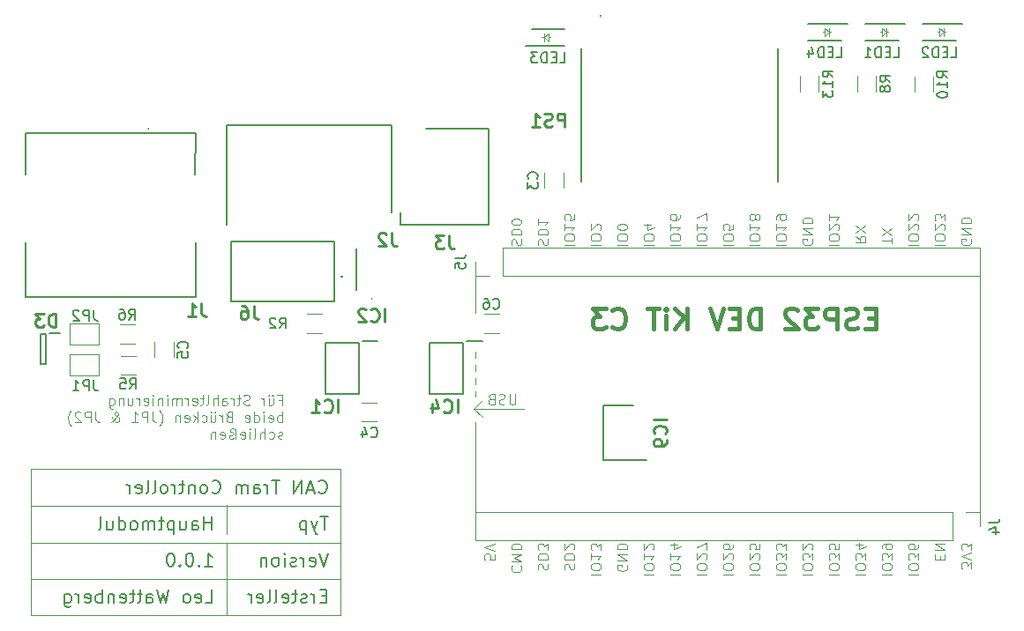
<source format=gbo>
%TF.GenerationSoftware,KiCad,Pcbnew,9.0.1*%
%TF.CreationDate,2025-08-07T18:15:33+02:00*%
%TF.ProjectId,Hauptmodul,48617570-746d-46f6-9475-6c2e6b696361,rev?*%
%TF.SameCoordinates,Original*%
%TF.FileFunction,Legend,Bot*%
%TF.FilePolarity,Positive*%
%FSLAX46Y46*%
G04 Gerber Fmt 4.6, Leading zero omitted, Abs format (unit mm)*
G04 Created by KiCad (PCBNEW 9.0.1) date 2025-08-07 18:15:33*
%MOMM*%
%LPD*%
G01*
G04 APERTURE LIST*
%ADD10C,0.400000*%
%ADD11C,0.100000*%
%ADD12C,0.158750*%
%ADD13C,0.125000*%
%ADD14C,0.150000*%
%ADD15C,0.254000*%
%ADD16C,0.200000*%
%ADD17C,0.120000*%
G04 APERTURE END LIST*
D10*
X184360652Y-73986819D02*
X183693985Y-73986819D01*
X183408271Y-75034438D02*
X184360652Y-75034438D01*
X184360652Y-75034438D02*
X184360652Y-73034438D01*
X184360652Y-73034438D02*
X183408271Y-73034438D01*
X182646366Y-74939200D02*
X182360652Y-75034438D01*
X182360652Y-75034438D02*
X181884461Y-75034438D01*
X181884461Y-75034438D02*
X181693985Y-74939200D01*
X181693985Y-74939200D02*
X181598747Y-74843961D01*
X181598747Y-74843961D02*
X181503509Y-74653485D01*
X181503509Y-74653485D02*
X181503509Y-74463009D01*
X181503509Y-74463009D02*
X181598747Y-74272533D01*
X181598747Y-74272533D02*
X181693985Y-74177295D01*
X181693985Y-74177295D02*
X181884461Y-74082057D01*
X181884461Y-74082057D02*
X182265414Y-73986819D01*
X182265414Y-73986819D02*
X182455890Y-73891580D01*
X182455890Y-73891580D02*
X182551128Y-73796342D01*
X182551128Y-73796342D02*
X182646366Y-73605866D01*
X182646366Y-73605866D02*
X182646366Y-73415390D01*
X182646366Y-73415390D02*
X182551128Y-73224914D01*
X182551128Y-73224914D02*
X182455890Y-73129676D01*
X182455890Y-73129676D02*
X182265414Y-73034438D01*
X182265414Y-73034438D02*
X181789223Y-73034438D01*
X181789223Y-73034438D02*
X181503509Y-73129676D01*
X180646366Y-75034438D02*
X180646366Y-73034438D01*
X180646366Y-73034438D02*
X179884461Y-73034438D01*
X179884461Y-73034438D02*
X179693985Y-73129676D01*
X179693985Y-73129676D02*
X179598747Y-73224914D01*
X179598747Y-73224914D02*
X179503509Y-73415390D01*
X179503509Y-73415390D02*
X179503509Y-73701104D01*
X179503509Y-73701104D02*
X179598747Y-73891580D01*
X179598747Y-73891580D02*
X179693985Y-73986819D01*
X179693985Y-73986819D02*
X179884461Y-74082057D01*
X179884461Y-74082057D02*
X180646366Y-74082057D01*
X178836842Y-73034438D02*
X177598747Y-73034438D01*
X177598747Y-73034438D02*
X178265414Y-73796342D01*
X178265414Y-73796342D02*
X177979699Y-73796342D01*
X177979699Y-73796342D02*
X177789223Y-73891580D01*
X177789223Y-73891580D02*
X177693985Y-73986819D01*
X177693985Y-73986819D02*
X177598747Y-74177295D01*
X177598747Y-74177295D02*
X177598747Y-74653485D01*
X177598747Y-74653485D02*
X177693985Y-74843961D01*
X177693985Y-74843961D02*
X177789223Y-74939200D01*
X177789223Y-74939200D02*
X177979699Y-75034438D01*
X177979699Y-75034438D02*
X178551128Y-75034438D01*
X178551128Y-75034438D02*
X178741604Y-74939200D01*
X178741604Y-74939200D02*
X178836842Y-74843961D01*
X176836842Y-73224914D02*
X176741604Y-73129676D01*
X176741604Y-73129676D02*
X176551128Y-73034438D01*
X176551128Y-73034438D02*
X176074937Y-73034438D01*
X176074937Y-73034438D02*
X175884461Y-73129676D01*
X175884461Y-73129676D02*
X175789223Y-73224914D01*
X175789223Y-73224914D02*
X175693985Y-73415390D01*
X175693985Y-73415390D02*
X175693985Y-73605866D01*
X175693985Y-73605866D02*
X175789223Y-73891580D01*
X175789223Y-73891580D02*
X176932080Y-75034438D01*
X176932080Y-75034438D02*
X175693985Y-75034438D01*
X173313032Y-75034438D02*
X173313032Y-73034438D01*
X173313032Y-73034438D02*
X172836842Y-73034438D01*
X172836842Y-73034438D02*
X172551127Y-73129676D01*
X172551127Y-73129676D02*
X172360651Y-73320152D01*
X172360651Y-73320152D02*
X172265413Y-73510628D01*
X172265413Y-73510628D02*
X172170175Y-73891580D01*
X172170175Y-73891580D02*
X172170175Y-74177295D01*
X172170175Y-74177295D02*
X172265413Y-74558247D01*
X172265413Y-74558247D02*
X172360651Y-74748723D01*
X172360651Y-74748723D02*
X172551127Y-74939200D01*
X172551127Y-74939200D02*
X172836842Y-75034438D01*
X172836842Y-75034438D02*
X173313032Y-75034438D01*
X171313032Y-73986819D02*
X170646365Y-73986819D01*
X170360651Y-75034438D02*
X171313032Y-75034438D01*
X171313032Y-75034438D02*
X171313032Y-73034438D01*
X171313032Y-73034438D02*
X170360651Y-73034438D01*
X169789222Y-73034438D02*
X169122556Y-75034438D01*
X169122556Y-75034438D02*
X168455889Y-73034438D01*
X166265412Y-75034438D02*
X166265412Y-73034438D01*
X165122555Y-75034438D02*
X165979698Y-73891580D01*
X165122555Y-73034438D02*
X166265412Y-74177295D01*
X164265412Y-75034438D02*
X164265412Y-73701104D01*
X164265412Y-73034438D02*
X164360650Y-73129676D01*
X164360650Y-73129676D02*
X164265412Y-73224914D01*
X164265412Y-73224914D02*
X164170174Y-73129676D01*
X164170174Y-73129676D02*
X164265412Y-73034438D01*
X164265412Y-73034438D02*
X164265412Y-73224914D01*
X163598745Y-73034438D02*
X162455888Y-73034438D01*
X163027317Y-75034438D02*
X163027317Y-73034438D01*
X159122554Y-74843961D02*
X159217792Y-74939200D01*
X159217792Y-74939200D02*
X159503506Y-75034438D01*
X159503506Y-75034438D02*
X159693982Y-75034438D01*
X159693982Y-75034438D02*
X159979697Y-74939200D01*
X159979697Y-74939200D02*
X160170173Y-74748723D01*
X160170173Y-74748723D02*
X160265411Y-74558247D01*
X160265411Y-74558247D02*
X160360649Y-74177295D01*
X160360649Y-74177295D02*
X160360649Y-73891580D01*
X160360649Y-73891580D02*
X160265411Y-73510628D01*
X160265411Y-73510628D02*
X160170173Y-73320152D01*
X160170173Y-73320152D02*
X159979697Y-73129676D01*
X159979697Y-73129676D02*
X159693982Y-73034438D01*
X159693982Y-73034438D02*
X159503506Y-73034438D01*
X159503506Y-73034438D02*
X159217792Y-73129676D01*
X159217792Y-73129676D02*
X159122554Y-73224914D01*
X158455887Y-73034438D02*
X157217792Y-73034438D01*
X157217792Y-73034438D02*
X157884459Y-73796342D01*
X157884459Y-73796342D02*
X157598744Y-73796342D01*
X157598744Y-73796342D02*
X157408268Y-73891580D01*
X157408268Y-73891580D02*
X157313030Y-73986819D01*
X157313030Y-73986819D02*
X157217792Y-74177295D01*
X157217792Y-74177295D02*
X157217792Y-74653485D01*
X157217792Y-74653485D02*
X157313030Y-74843961D01*
X157313030Y-74843961D02*
X157408268Y-74939200D01*
X157408268Y-74939200D02*
X157598744Y-75034438D01*
X157598744Y-75034438D02*
X158170173Y-75034438D01*
X158170173Y-75034438D02*
X158360649Y-74939200D01*
X158360649Y-74939200D02*
X158455887Y-74843961D01*
D11*
X146000000Y-77000000D02*
X146000000Y-81500000D01*
X145990000Y-92650000D02*
X145990000Y-84000000D01*
X145990000Y-69910000D02*
X145990000Y-75000000D01*
X194370000Y-69910000D02*
X194370000Y-92650000D01*
D12*
X130914964Y-90708318D02*
X130975440Y-90768795D01*
X130975440Y-90768795D02*
X131156869Y-90829271D01*
X131156869Y-90829271D02*
X131277821Y-90829271D01*
X131277821Y-90829271D02*
X131459250Y-90768795D01*
X131459250Y-90768795D02*
X131580202Y-90647842D01*
X131580202Y-90647842D02*
X131640679Y-90526890D01*
X131640679Y-90526890D02*
X131701155Y-90284985D01*
X131701155Y-90284985D02*
X131701155Y-90103556D01*
X131701155Y-90103556D02*
X131640679Y-89861652D01*
X131640679Y-89861652D02*
X131580202Y-89740699D01*
X131580202Y-89740699D02*
X131459250Y-89619747D01*
X131459250Y-89619747D02*
X131277821Y-89559271D01*
X131277821Y-89559271D02*
X131156869Y-89559271D01*
X131156869Y-89559271D02*
X130975440Y-89619747D01*
X130975440Y-89619747D02*
X130914964Y-89680223D01*
X130431155Y-90466414D02*
X129826393Y-90466414D01*
X130552107Y-90829271D02*
X130128774Y-89559271D01*
X130128774Y-89559271D02*
X129705440Y-90829271D01*
X129282108Y-90829271D02*
X129282108Y-89559271D01*
X129282108Y-89559271D02*
X128556393Y-90829271D01*
X128556393Y-90829271D02*
X128556393Y-89559271D01*
X127165441Y-89559271D02*
X126439727Y-89559271D01*
X126802584Y-90829271D02*
X126802584Y-89559271D01*
X126016394Y-90829271D02*
X126016394Y-89982604D01*
X126016394Y-90224509D02*
X125955917Y-90103556D01*
X125955917Y-90103556D02*
X125895441Y-90043080D01*
X125895441Y-90043080D02*
X125774489Y-89982604D01*
X125774489Y-89982604D02*
X125653536Y-89982604D01*
X124685918Y-90829271D02*
X124685918Y-90164033D01*
X124685918Y-90164033D02*
X124746394Y-90043080D01*
X124746394Y-90043080D02*
X124867346Y-89982604D01*
X124867346Y-89982604D02*
X125109251Y-89982604D01*
X125109251Y-89982604D02*
X125230204Y-90043080D01*
X124685918Y-90768795D02*
X124806870Y-90829271D01*
X124806870Y-90829271D02*
X125109251Y-90829271D01*
X125109251Y-90829271D02*
X125230204Y-90768795D01*
X125230204Y-90768795D02*
X125290680Y-90647842D01*
X125290680Y-90647842D02*
X125290680Y-90526890D01*
X125290680Y-90526890D02*
X125230204Y-90405937D01*
X125230204Y-90405937D02*
X125109251Y-90345461D01*
X125109251Y-90345461D02*
X124806870Y-90345461D01*
X124806870Y-90345461D02*
X124685918Y-90284985D01*
X124081156Y-90829271D02*
X124081156Y-89982604D01*
X124081156Y-90103556D02*
X124020679Y-90043080D01*
X124020679Y-90043080D02*
X123899727Y-89982604D01*
X123899727Y-89982604D02*
X123718298Y-89982604D01*
X123718298Y-89982604D02*
X123597346Y-90043080D01*
X123597346Y-90043080D02*
X123536870Y-90164033D01*
X123536870Y-90164033D02*
X123536870Y-90829271D01*
X123536870Y-90164033D02*
X123476394Y-90043080D01*
X123476394Y-90043080D02*
X123355441Y-89982604D01*
X123355441Y-89982604D02*
X123174013Y-89982604D01*
X123174013Y-89982604D02*
X123053060Y-90043080D01*
X123053060Y-90043080D02*
X122992584Y-90164033D01*
X122992584Y-90164033D02*
X122992584Y-90829271D01*
X120694489Y-90708318D02*
X120754965Y-90768795D01*
X120754965Y-90768795D02*
X120936394Y-90829271D01*
X120936394Y-90829271D02*
X121057346Y-90829271D01*
X121057346Y-90829271D02*
X121238775Y-90768795D01*
X121238775Y-90768795D02*
X121359727Y-90647842D01*
X121359727Y-90647842D02*
X121420204Y-90526890D01*
X121420204Y-90526890D02*
X121480680Y-90284985D01*
X121480680Y-90284985D02*
X121480680Y-90103556D01*
X121480680Y-90103556D02*
X121420204Y-89861652D01*
X121420204Y-89861652D02*
X121359727Y-89740699D01*
X121359727Y-89740699D02*
X121238775Y-89619747D01*
X121238775Y-89619747D02*
X121057346Y-89559271D01*
X121057346Y-89559271D02*
X120936394Y-89559271D01*
X120936394Y-89559271D02*
X120754965Y-89619747D01*
X120754965Y-89619747D02*
X120694489Y-89680223D01*
X119968775Y-90829271D02*
X120089727Y-90768795D01*
X120089727Y-90768795D02*
X120150204Y-90708318D01*
X120150204Y-90708318D02*
X120210680Y-90587366D01*
X120210680Y-90587366D02*
X120210680Y-90224509D01*
X120210680Y-90224509D02*
X120150204Y-90103556D01*
X120150204Y-90103556D02*
X120089727Y-90043080D01*
X120089727Y-90043080D02*
X119968775Y-89982604D01*
X119968775Y-89982604D02*
X119787346Y-89982604D01*
X119787346Y-89982604D02*
X119666394Y-90043080D01*
X119666394Y-90043080D02*
X119605918Y-90103556D01*
X119605918Y-90103556D02*
X119545442Y-90224509D01*
X119545442Y-90224509D02*
X119545442Y-90587366D01*
X119545442Y-90587366D02*
X119605918Y-90708318D01*
X119605918Y-90708318D02*
X119666394Y-90768795D01*
X119666394Y-90768795D02*
X119787346Y-90829271D01*
X119787346Y-90829271D02*
X119968775Y-90829271D01*
X119001156Y-89982604D02*
X119001156Y-90829271D01*
X119001156Y-90103556D02*
X118940679Y-90043080D01*
X118940679Y-90043080D02*
X118819727Y-89982604D01*
X118819727Y-89982604D02*
X118638298Y-89982604D01*
X118638298Y-89982604D02*
X118517346Y-90043080D01*
X118517346Y-90043080D02*
X118456870Y-90164033D01*
X118456870Y-90164033D02*
X118456870Y-90829271D01*
X118033536Y-89982604D02*
X117549727Y-89982604D01*
X117852108Y-89559271D02*
X117852108Y-90647842D01*
X117852108Y-90647842D02*
X117791631Y-90768795D01*
X117791631Y-90768795D02*
X117670679Y-90829271D01*
X117670679Y-90829271D02*
X117549727Y-90829271D01*
X117126394Y-90829271D02*
X117126394Y-89982604D01*
X117126394Y-90224509D02*
X117065917Y-90103556D01*
X117065917Y-90103556D02*
X117005441Y-90043080D01*
X117005441Y-90043080D02*
X116884489Y-89982604D01*
X116884489Y-89982604D02*
X116763536Y-89982604D01*
X116158775Y-90829271D02*
X116279727Y-90768795D01*
X116279727Y-90768795D02*
X116340204Y-90708318D01*
X116340204Y-90708318D02*
X116400680Y-90587366D01*
X116400680Y-90587366D02*
X116400680Y-90224509D01*
X116400680Y-90224509D02*
X116340204Y-90103556D01*
X116340204Y-90103556D02*
X116279727Y-90043080D01*
X116279727Y-90043080D02*
X116158775Y-89982604D01*
X116158775Y-89982604D02*
X115977346Y-89982604D01*
X115977346Y-89982604D02*
X115856394Y-90043080D01*
X115856394Y-90043080D02*
X115795918Y-90103556D01*
X115795918Y-90103556D02*
X115735442Y-90224509D01*
X115735442Y-90224509D02*
X115735442Y-90587366D01*
X115735442Y-90587366D02*
X115795918Y-90708318D01*
X115795918Y-90708318D02*
X115856394Y-90768795D01*
X115856394Y-90768795D02*
X115977346Y-90829271D01*
X115977346Y-90829271D02*
X116158775Y-90829271D01*
X115009727Y-90829271D02*
X115130679Y-90768795D01*
X115130679Y-90768795D02*
X115191156Y-90647842D01*
X115191156Y-90647842D02*
X115191156Y-89559271D01*
X114344489Y-90829271D02*
X114465441Y-90768795D01*
X114465441Y-90768795D02*
X114525918Y-90647842D01*
X114525918Y-90647842D02*
X114525918Y-89559271D01*
X113376870Y-90768795D02*
X113497822Y-90829271D01*
X113497822Y-90829271D02*
X113739727Y-90829271D01*
X113739727Y-90829271D02*
X113860680Y-90768795D01*
X113860680Y-90768795D02*
X113921156Y-90647842D01*
X113921156Y-90647842D02*
X113921156Y-90164033D01*
X113921156Y-90164033D02*
X113860680Y-90043080D01*
X113860680Y-90043080D02*
X113739727Y-89982604D01*
X113739727Y-89982604D02*
X113497822Y-89982604D01*
X113497822Y-89982604D02*
X113376870Y-90043080D01*
X113376870Y-90043080D02*
X113316394Y-90164033D01*
X113316394Y-90164033D02*
X113316394Y-90284985D01*
X113316394Y-90284985D02*
X113921156Y-90405937D01*
X112772109Y-90829271D02*
X112772109Y-89982604D01*
X112772109Y-90224509D02*
X112711632Y-90103556D01*
X112711632Y-90103556D02*
X112651156Y-90043080D01*
X112651156Y-90043080D02*
X112530204Y-89982604D01*
X112530204Y-89982604D02*
X112409251Y-89982604D01*
X120640679Y-94329271D02*
X120640679Y-93059271D01*
X120640679Y-93664033D02*
X119914964Y-93664033D01*
X119914964Y-94329271D02*
X119914964Y-93059271D01*
X118765917Y-94329271D02*
X118765917Y-93664033D01*
X118765917Y-93664033D02*
X118826393Y-93543080D01*
X118826393Y-93543080D02*
X118947345Y-93482604D01*
X118947345Y-93482604D02*
X119189250Y-93482604D01*
X119189250Y-93482604D02*
X119310203Y-93543080D01*
X118765917Y-94268795D02*
X118886869Y-94329271D01*
X118886869Y-94329271D02*
X119189250Y-94329271D01*
X119189250Y-94329271D02*
X119310203Y-94268795D01*
X119310203Y-94268795D02*
X119370679Y-94147842D01*
X119370679Y-94147842D02*
X119370679Y-94026890D01*
X119370679Y-94026890D02*
X119310203Y-93905937D01*
X119310203Y-93905937D02*
X119189250Y-93845461D01*
X119189250Y-93845461D02*
X118886869Y-93845461D01*
X118886869Y-93845461D02*
X118765917Y-93784985D01*
X117616869Y-93482604D02*
X117616869Y-94329271D01*
X118161155Y-93482604D02*
X118161155Y-94147842D01*
X118161155Y-94147842D02*
X118100678Y-94268795D01*
X118100678Y-94268795D02*
X117979726Y-94329271D01*
X117979726Y-94329271D02*
X117798297Y-94329271D01*
X117798297Y-94329271D02*
X117677345Y-94268795D01*
X117677345Y-94268795D02*
X117616869Y-94208318D01*
X117012107Y-93482604D02*
X117012107Y-94752604D01*
X117012107Y-93543080D02*
X116891154Y-93482604D01*
X116891154Y-93482604D02*
X116649249Y-93482604D01*
X116649249Y-93482604D02*
X116528297Y-93543080D01*
X116528297Y-93543080D02*
X116467821Y-93603556D01*
X116467821Y-93603556D02*
X116407345Y-93724509D01*
X116407345Y-93724509D02*
X116407345Y-94087366D01*
X116407345Y-94087366D02*
X116467821Y-94208318D01*
X116467821Y-94208318D02*
X116528297Y-94268795D01*
X116528297Y-94268795D02*
X116649249Y-94329271D01*
X116649249Y-94329271D02*
X116891154Y-94329271D01*
X116891154Y-94329271D02*
X117012107Y-94268795D01*
X116044487Y-93482604D02*
X115560678Y-93482604D01*
X115863059Y-93059271D02*
X115863059Y-94147842D01*
X115863059Y-94147842D02*
X115802582Y-94268795D01*
X115802582Y-94268795D02*
X115681630Y-94329271D01*
X115681630Y-94329271D02*
X115560678Y-94329271D01*
X115137345Y-94329271D02*
X115137345Y-93482604D01*
X115137345Y-93603556D02*
X115076868Y-93543080D01*
X115076868Y-93543080D02*
X114955916Y-93482604D01*
X114955916Y-93482604D02*
X114774487Y-93482604D01*
X114774487Y-93482604D02*
X114653535Y-93543080D01*
X114653535Y-93543080D02*
X114593059Y-93664033D01*
X114593059Y-93664033D02*
X114593059Y-94329271D01*
X114593059Y-93664033D02*
X114532583Y-93543080D01*
X114532583Y-93543080D02*
X114411630Y-93482604D01*
X114411630Y-93482604D02*
X114230202Y-93482604D01*
X114230202Y-93482604D02*
X114109249Y-93543080D01*
X114109249Y-93543080D02*
X114048773Y-93664033D01*
X114048773Y-93664033D02*
X114048773Y-94329271D01*
X113262583Y-94329271D02*
X113383535Y-94268795D01*
X113383535Y-94268795D02*
X113444012Y-94208318D01*
X113444012Y-94208318D02*
X113504488Y-94087366D01*
X113504488Y-94087366D02*
X113504488Y-93724509D01*
X113504488Y-93724509D02*
X113444012Y-93603556D01*
X113444012Y-93603556D02*
X113383535Y-93543080D01*
X113383535Y-93543080D02*
X113262583Y-93482604D01*
X113262583Y-93482604D02*
X113081154Y-93482604D01*
X113081154Y-93482604D02*
X112960202Y-93543080D01*
X112960202Y-93543080D02*
X112899726Y-93603556D01*
X112899726Y-93603556D02*
X112839250Y-93724509D01*
X112839250Y-93724509D02*
X112839250Y-94087366D01*
X112839250Y-94087366D02*
X112899726Y-94208318D01*
X112899726Y-94208318D02*
X112960202Y-94268795D01*
X112960202Y-94268795D02*
X113081154Y-94329271D01*
X113081154Y-94329271D02*
X113262583Y-94329271D01*
X111750678Y-94329271D02*
X111750678Y-93059271D01*
X111750678Y-94268795D02*
X111871630Y-94329271D01*
X111871630Y-94329271D02*
X112113535Y-94329271D01*
X112113535Y-94329271D02*
X112234487Y-94268795D01*
X112234487Y-94268795D02*
X112294964Y-94208318D01*
X112294964Y-94208318D02*
X112355440Y-94087366D01*
X112355440Y-94087366D02*
X112355440Y-93724509D01*
X112355440Y-93724509D02*
X112294964Y-93603556D01*
X112294964Y-93603556D02*
X112234487Y-93543080D01*
X112234487Y-93543080D02*
X112113535Y-93482604D01*
X112113535Y-93482604D02*
X111871630Y-93482604D01*
X111871630Y-93482604D02*
X111750678Y-93543080D01*
X110601630Y-93482604D02*
X110601630Y-94329271D01*
X111145916Y-93482604D02*
X111145916Y-94147842D01*
X111145916Y-94147842D02*
X111085439Y-94268795D01*
X111085439Y-94268795D02*
X110964487Y-94329271D01*
X110964487Y-94329271D02*
X110783058Y-94329271D01*
X110783058Y-94329271D02*
X110662106Y-94268795D01*
X110662106Y-94268795D02*
X110601630Y-94208318D01*
X109815439Y-94329271D02*
X109936391Y-94268795D01*
X109936391Y-94268795D02*
X109996868Y-94147842D01*
X109996868Y-94147842D02*
X109996868Y-93059271D01*
X131822107Y-93059271D02*
X131096393Y-93059271D01*
X131459250Y-94329271D02*
X131459250Y-93059271D01*
X130794012Y-93482604D02*
X130491631Y-94329271D01*
X130189250Y-93482604D02*
X130491631Y-94329271D01*
X130491631Y-94329271D02*
X130612583Y-94631652D01*
X130612583Y-94631652D02*
X130673060Y-94692128D01*
X130673060Y-94692128D02*
X130794012Y-94752604D01*
X129705441Y-93482604D02*
X129705441Y-94752604D01*
X129705441Y-93543080D02*
X129584488Y-93482604D01*
X129584488Y-93482604D02*
X129342583Y-93482604D01*
X129342583Y-93482604D02*
X129221631Y-93543080D01*
X129221631Y-93543080D02*
X129161155Y-93603556D01*
X129161155Y-93603556D02*
X129100679Y-93724509D01*
X129100679Y-93724509D02*
X129100679Y-94087366D01*
X129100679Y-94087366D02*
X129161155Y-94208318D01*
X129161155Y-94208318D02*
X129221631Y-94268795D01*
X129221631Y-94268795D02*
X129342583Y-94329271D01*
X129342583Y-94329271D02*
X129584488Y-94329271D01*
X129584488Y-94329271D02*
X129705441Y-94268795D01*
X119975440Y-97829271D02*
X120701155Y-97829271D01*
X120338298Y-97829271D02*
X120338298Y-96559271D01*
X120338298Y-96559271D02*
X120459250Y-96740699D01*
X120459250Y-96740699D02*
X120580202Y-96861652D01*
X120580202Y-96861652D02*
X120701155Y-96922128D01*
X119431155Y-97708318D02*
X119370678Y-97768795D01*
X119370678Y-97768795D02*
X119431155Y-97829271D01*
X119431155Y-97829271D02*
X119491631Y-97768795D01*
X119491631Y-97768795D02*
X119431155Y-97708318D01*
X119431155Y-97708318D02*
X119431155Y-97829271D01*
X118584488Y-96559271D02*
X118463535Y-96559271D01*
X118463535Y-96559271D02*
X118342583Y-96619747D01*
X118342583Y-96619747D02*
X118282107Y-96680223D01*
X118282107Y-96680223D02*
X118221631Y-96801175D01*
X118221631Y-96801175D02*
X118161154Y-97043080D01*
X118161154Y-97043080D02*
X118161154Y-97345461D01*
X118161154Y-97345461D02*
X118221631Y-97587366D01*
X118221631Y-97587366D02*
X118282107Y-97708318D01*
X118282107Y-97708318D02*
X118342583Y-97768795D01*
X118342583Y-97768795D02*
X118463535Y-97829271D01*
X118463535Y-97829271D02*
X118584488Y-97829271D01*
X118584488Y-97829271D02*
X118705440Y-97768795D01*
X118705440Y-97768795D02*
X118765916Y-97708318D01*
X118765916Y-97708318D02*
X118826393Y-97587366D01*
X118826393Y-97587366D02*
X118886869Y-97345461D01*
X118886869Y-97345461D02*
X118886869Y-97043080D01*
X118886869Y-97043080D02*
X118826393Y-96801175D01*
X118826393Y-96801175D02*
X118765916Y-96680223D01*
X118765916Y-96680223D02*
X118705440Y-96619747D01*
X118705440Y-96619747D02*
X118584488Y-96559271D01*
X117616869Y-97708318D02*
X117556392Y-97768795D01*
X117556392Y-97768795D02*
X117616869Y-97829271D01*
X117616869Y-97829271D02*
X117677345Y-97768795D01*
X117677345Y-97768795D02*
X117616869Y-97708318D01*
X117616869Y-97708318D02*
X117616869Y-97829271D01*
X116770202Y-96559271D02*
X116649249Y-96559271D01*
X116649249Y-96559271D02*
X116528297Y-96619747D01*
X116528297Y-96619747D02*
X116467821Y-96680223D01*
X116467821Y-96680223D02*
X116407345Y-96801175D01*
X116407345Y-96801175D02*
X116346868Y-97043080D01*
X116346868Y-97043080D02*
X116346868Y-97345461D01*
X116346868Y-97345461D02*
X116407345Y-97587366D01*
X116407345Y-97587366D02*
X116467821Y-97708318D01*
X116467821Y-97708318D02*
X116528297Y-97768795D01*
X116528297Y-97768795D02*
X116649249Y-97829271D01*
X116649249Y-97829271D02*
X116770202Y-97829271D01*
X116770202Y-97829271D02*
X116891154Y-97768795D01*
X116891154Y-97768795D02*
X116951630Y-97708318D01*
X116951630Y-97708318D02*
X117012107Y-97587366D01*
X117012107Y-97587366D02*
X117072583Y-97345461D01*
X117072583Y-97345461D02*
X117072583Y-97043080D01*
X117072583Y-97043080D02*
X117012107Y-96801175D01*
X117012107Y-96801175D02*
X116951630Y-96680223D01*
X116951630Y-96680223D02*
X116891154Y-96619747D01*
X116891154Y-96619747D02*
X116770202Y-96559271D01*
X131822107Y-96559271D02*
X131398774Y-97829271D01*
X131398774Y-97829271D02*
X130975440Y-96559271D01*
X130068298Y-97768795D02*
X130189250Y-97829271D01*
X130189250Y-97829271D02*
X130431155Y-97829271D01*
X130431155Y-97829271D02*
X130552108Y-97768795D01*
X130552108Y-97768795D02*
X130612584Y-97647842D01*
X130612584Y-97647842D02*
X130612584Y-97164033D01*
X130612584Y-97164033D02*
X130552108Y-97043080D01*
X130552108Y-97043080D02*
X130431155Y-96982604D01*
X130431155Y-96982604D02*
X130189250Y-96982604D01*
X130189250Y-96982604D02*
X130068298Y-97043080D01*
X130068298Y-97043080D02*
X130007822Y-97164033D01*
X130007822Y-97164033D02*
X130007822Y-97284985D01*
X130007822Y-97284985D02*
X130612584Y-97405937D01*
X129463537Y-97829271D02*
X129463537Y-96982604D01*
X129463537Y-97224509D02*
X129403060Y-97103556D01*
X129403060Y-97103556D02*
X129342584Y-97043080D01*
X129342584Y-97043080D02*
X129221632Y-96982604D01*
X129221632Y-96982604D02*
X129100679Y-96982604D01*
X128737823Y-97768795D02*
X128616870Y-97829271D01*
X128616870Y-97829271D02*
X128374966Y-97829271D01*
X128374966Y-97829271D02*
X128254013Y-97768795D01*
X128254013Y-97768795D02*
X128193537Y-97647842D01*
X128193537Y-97647842D02*
X128193537Y-97587366D01*
X128193537Y-97587366D02*
X128254013Y-97466414D01*
X128254013Y-97466414D02*
X128374966Y-97405937D01*
X128374966Y-97405937D02*
X128556394Y-97405937D01*
X128556394Y-97405937D02*
X128677347Y-97345461D01*
X128677347Y-97345461D02*
X128737823Y-97224509D01*
X128737823Y-97224509D02*
X128737823Y-97164033D01*
X128737823Y-97164033D02*
X128677347Y-97043080D01*
X128677347Y-97043080D02*
X128556394Y-96982604D01*
X128556394Y-96982604D02*
X128374966Y-96982604D01*
X128374966Y-96982604D02*
X128254013Y-97043080D01*
X127649252Y-97829271D02*
X127649252Y-96982604D01*
X127649252Y-96559271D02*
X127709728Y-96619747D01*
X127709728Y-96619747D02*
X127649252Y-96680223D01*
X127649252Y-96680223D02*
X127588775Y-96619747D01*
X127588775Y-96619747D02*
X127649252Y-96559271D01*
X127649252Y-96559271D02*
X127649252Y-96680223D01*
X126863061Y-97829271D02*
X126984013Y-97768795D01*
X126984013Y-97768795D02*
X127044490Y-97708318D01*
X127044490Y-97708318D02*
X127104966Y-97587366D01*
X127104966Y-97587366D02*
X127104966Y-97224509D01*
X127104966Y-97224509D02*
X127044490Y-97103556D01*
X127044490Y-97103556D02*
X126984013Y-97043080D01*
X126984013Y-97043080D02*
X126863061Y-96982604D01*
X126863061Y-96982604D02*
X126681632Y-96982604D01*
X126681632Y-96982604D02*
X126560680Y-97043080D01*
X126560680Y-97043080D02*
X126500204Y-97103556D01*
X126500204Y-97103556D02*
X126439728Y-97224509D01*
X126439728Y-97224509D02*
X126439728Y-97587366D01*
X126439728Y-97587366D02*
X126500204Y-97708318D01*
X126500204Y-97708318D02*
X126560680Y-97768795D01*
X126560680Y-97768795D02*
X126681632Y-97829271D01*
X126681632Y-97829271D02*
X126863061Y-97829271D01*
X125895442Y-96982604D02*
X125895442Y-97829271D01*
X125895442Y-97103556D02*
X125834965Y-97043080D01*
X125834965Y-97043080D02*
X125714013Y-96982604D01*
X125714013Y-96982604D02*
X125532584Y-96982604D01*
X125532584Y-96982604D02*
X125411632Y-97043080D01*
X125411632Y-97043080D02*
X125351156Y-97164033D01*
X125351156Y-97164033D02*
X125351156Y-97829271D01*
X120035917Y-101329271D02*
X120640679Y-101329271D01*
X120640679Y-101329271D02*
X120640679Y-100059271D01*
X119128774Y-101268795D02*
X119249726Y-101329271D01*
X119249726Y-101329271D02*
X119491631Y-101329271D01*
X119491631Y-101329271D02*
X119612584Y-101268795D01*
X119612584Y-101268795D02*
X119673060Y-101147842D01*
X119673060Y-101147842D02*
X119673060Y-100664033D01*
X119673060Y-100664033D02*
X119612584Y-100543080D01*
X119612584Y-100543080D02*
X119491631Y-100482604D01*
X119491631Y-100482604D02*
X119249726Y-100482604D01*
X119249726Y-100482604D02*
X119128774Y-100543080D01*
X119128774Y-100543080D02*
X119068298Y-100664033D01*
X119068298Y-100664033D02*
X119068298Y-100784985D01*
X119068298Y-100784985D02*
X119673060Y-100905937D01*
X118342584Y-101329271D02*
X118463536Y-101268795D01*
X118463536Y-101268795D02*
X118524013Y-101208318D01*
X118524013Y-101208318D02*
X118584489Y-101087366D01*
X118584489Y-101087366D02*
X118584489Y-100724509D01*
X118584489Y-100724509D02*
X118524013Y-100603556D01*
X118524013Y-100603556D02*
X118463536Y-100543080D01*
X118463536Y-100543080D02*
X118342584Y-100482604D01*
X118342584Y-100482604D02*
X118161155Y-100482604D01*
X118161155Y-100482604D02*
X118040203Y-100543080D01*
X118040203Y-100543080D02*
X117979727Y-100603556D01*
X117979727Y-100603556D02*
X117919251Y-100724509D01*
X117919251Y-100724509D02*
X117919251Y-101087366D01*
X117919251Y-101087366D02*
X117979727Y-101208318D01*
X117979727Y-101208318D02*
X118040203Y-101268795D01*
X118040203Y-101268795D02*
X118161155Y-101329271D01*
X118161155Y-101329271D02*
X118342584Y-101329271D01*
X116528298Y-100059271D02*
X116225917Y-101329271D01*
X116225917Y-101329271D02*
X115984012Y-100422128D01*
X115984012Y-100422128D02*
X115742107Y-101329271D01*
X115742107Y-101329271D02*
X115439727Y-100059271D01*
X114411631Y-101329271D02*
X114411631Y-100664033D01*
X114411631Y-100664033D02*
X114472107Y-100543080D01*
X114472107Y-100543080D02*
X114593059Y-100482604D01*
X114593059Y-100482604D02*
X114834964Y-100482604D01*
X114834964Y-100482604D02*
X114955917Y-100543080D01*
X114411631Y-101268795D02*
X114532583Y-101329271D01*
X114532583Y-101329271D02*
X114834964Y-101329271D01*
X114834964Y-101329271D02*
X114955917Y-101268795D01*
X114955917Y-101268795D02*
X115016393Y-101147842D01*
X115016393Y-101147842D02*
X115016393Y-101026890D01*
X115016393Y-101026890D02*
X114955917Y-100905937D01*
X114955917Y-100905937D02*
X114834964Y-100845461D01*
X114834964Y-100845461D02*
X114532583Y-100845461D01*
X114532583Y-100845461D02*
X114411631Y-100784985D01*
X113988297Y-100482604D02*
X113504488Y-100482604D01*
X113806869Y-100059271D02*
X113806869Y-101147842D01*
X113806869Y-101147842D02*
X113746392Y-101268795D01*
X113746392Y-101268795D02*
X113625440Y-101329271D01*
X113625440Y-101329271D02*
X113504488Y-101329271D01*
X113262583Y-100482604D02*
X112778774Y-100482604D01*
X113081155Y-100059271D02*
X113081155Y-101147842D01*
X113081155Y-101147842D02*
X113020678Y-101268795D01*
X113020678Y-101268795D02*
X112899726Y-101329271D01*
X112899726Y-101329271D02*
X112778774Y-101329271D01*
X111871631Y-101268795D02*
X111992583Y-101329271D01*
X111992583Y-101329271D02*
X112234488Y-101329271D01*
X112234488Y-101329271D02*
X112355441Y-101268795D01*
X112355441Y-101268795D02*
X112415917Y-101147842D01*
X112415917Y-101147842D02*
X112415917Y-100664033D01*
X112415917Y-100664033D02*
X112355441Y-100543080D01*
X112355441Y-100543080D02*
X112234488Y-100482604D01*
X112234488Y-100482604D02*
X111992583Y-100482604D01*
X111992583Y-100482604D02*
X111871631Y-100543080D01*
X111871631Y-100543080D02*
X111811155Y-100664033D01*
X111811155Y-100664033D02*
X111811155Y-100784985D01*
X111811155Y-100784985D02*
X112415917Y-100905937D01*
X111266870Y-100482604D02*
X111266870Y-101329271D01*
X111266870Y-100603556D02*
X111206393Y-100543080D01*
X111206393Y-100543080D02*
X111085441Y-100482604D01*
X111085441Y-100482604D02*
X110904012Y-100482604D01*
X110904012Y-100482604D02*
X110783060Y-100543080D01*
X110783060Y-100543080D02*
X110722584Y-100664033D01*
X110722584Y-100664033D02*
X110722584Y-101329271D01*
X110117822Y-101329271D02*
X110117822Y-100059271D01*
X110117822Y-100543080D02*
X109996869Y-100482604D01*
X109996869Y-100482604D02*
X109754964Y-100482604D01*
X109754964Y-100482604D02*
X109634012Y-100543080D01*
X109634012Y-100543080D02*
X109573536Y-100603556D01*
X109573536Y-100603556D02*
X109513060Y-100724509D01*
X109513060Y-100724509D02*
X109513060Y-101087366D01*
X109513060Y-101087366D02*
X109573536Y-101208318D01*
X109573536Y-101208318D02*
X109634012Y-101268795D01*
X109634012Y-101268795D02*
X109754964Y-101329271D01*
X109754964Y-101329271D02*
X109996869Y-101329271D01*
X109996869Y-101329271D02*
X110117822Y-101268795D01*
X108484964Y-101268795D02*
X108605916Y-101329271D01*
X108605916Y-101329271D02*
X108847821Y-101329271D01*
X108847821Y-101329271D02*
X108968774Y-101268795D01*
X108968774Y-101268795D02*
X109029250Y-101147842D01*
X109029250Y-101147842D02*
X109029250Y-100664033D01*
X109029250Y-100664033D02*
X108968774Y-100543080D01*
X108968774Y-100543080D02*
X108847821Y-100482604D01*
X108847821Y-100482604D02*
X108605916Y-100482604D01*
X108605916Y-100482604D02*
X108484964Y-100543080D01*
X108484964Y-100543080D02*
X108424488Y-100664033D01*
X108424488Y-100664033D02*
X108424488Y-100784985D01*
X108424488Y-100784985D02*
X109029250Y-100905937D01*
X107880203Y-101329271D02*
X107880203Y-100482604D01*
X107880203Y-100724509D02*
X107819726Y-100603556D01*
X107819726Y-100603556D02*
X107759250Y-100543080D01*
X107759250Y-100543080D02*
X107638298Y-100482604D01*
X107638298Y-100482604D02*
X107517345Y-100482604D01*
X106549727Y-100482604D02*
X106549727Y-101510699D01*
X106549727Y-101510699D02*
X106610203Y-101631652D01*
X106610203Y-101631652D02*
X106670679Y-101692128D01*
X106670679Y-101692128D02*
X106791632Y-101752604D01*
X106791632Y-101752604D02*
X106973060Y-101752604D01*
X106973060Y-101752604D02*
X107094013Y-101692128D01*
X106549727Y-101268795D02*
X106670679Y-101329271D01*
X106670679Y-101329271D02*
X106912584Y-101329271D01*
X106912584Y-101329271D02*
X107033536Y-101268795D01*
X107033536Y-101268795D02*
X107094013Y-101208318D01*
X107094013Y-101208318D02*
X107154489Y-101087366D01*
X107154489Y-101087366D02*
X107154489Y-100724509D01*
X107154489Y-100724509D02*
X107094013Y-100603556D01*
X107094013Y-100603556D02*
X107033536Y-100543080D01*
X107033536Y-100543080D02*
X106912584Y-100482604D01*
X106912584Y-100482604D02*
X106670679Y-100482604D01*
X106670679Y-100482604D02*
X106549727Y-100543080D01*
X131640679Y-100664033D02*
X131217345Y-100664033D01*
X131035917Y-101329271D02*
X131640679Y-101329271D01*
X131640679Y-101329271D02*
X131640679Y-100059271D01*
X131640679Y-100059271D02*
X131035917Y-100059271D01*
X130491631Y-101329271D02*
X130491631Y-100482604D01*
X130491631Y-100724509D02*
X130431154Y-100603556D01*
X130431154Y-100603556D02*
X130370678Y-100543080D01*
X130370678Y-100543080D02*
X130249726Y-100482604D01*
X130249726Y-100482604D02*
X130128773Y-100482604D01*
X129765917Y-101268795D02*
X129644964Y-101329271D01*
X129644964Y-101329271D02*
X129403060Y-101329271D01*
X129403060Y-101329271D02*
X129282107Y-101268795D01*
X129282107Y-101268795D02*
X129221631Y-101147842D01*
X129221631Y-101147842D02*
X129221631Y-101087366D01*
X129221631Y-101087366D02*
X129282107Y-100966414D01*
X129282107Y-100966414D02*
X129403060Y-100905937D01*
X129403060Y-100905937D02*
X129584488Y-100905937D01*
X129584488Y-100905937D02*
X129705441Y-100845461D01*
X129705441Y-100845461D02*
X129765917Y-100724509D01*
X129765917Y-100724509D02*
X129765917Y-100664033D01*
X129765917Y-100664033D02*
X129705441Y-100543080D01*
X129705441Y-100543080D02*
X129584488Y-100482604D01*
X129584488Y-100482604D02*
X129403060Y-100482604D01*
X129403060Y-100482604D02*
X129282107Y-100543080D01*
X128858774Y-100482604D02*
X128374965Y-100482604D01*
X128677346Y-100059271D02*
X128677346Y-101147842D01*
X128677346Y-101147842D02*
X128616869Y-101268795D01*
X128616869Y-101268795D02*
X128495917Y-101329271D01*
X128495917Y-101329271D02*
X128374965Y-101329271D01*
X127467822Y-101268795D02*
X127588774Y-101329271D01*
X127588774Y-101329271D02*
X127830679Y-101329271D01*
X127830679Y-101329271D02*
X127951632Y-101268795D01*
X127951632Y-101268795D02*
X128012108Y-101147842D01*
X128012108Y-101147842D02*
X128012108Y-100664033D01*
X128012108Y-100664033D02*
X127951632Y-100543080D01*
X127951632Y-100543080D02*
X127830679Y-100482604D01*
X127830679Y-100482604D02*
X127588774Y-100482604D01*
X127588774Y-100482604D02*
X127467822Y-100543080D01*
X127467822Y-100543080D02*
X127407346Y-100664033D01*
X127407346Y-100664033D02*
X127407346Y-100784985D01*
X127407346Y-100784985D02*
X128012108Y-100905937D01*
X126681632Y-101329271D02*
X126802584Y-101268795D01*
X126802584Y-101268795D02*
X126863061Y-101147842D01*
X126863061Y-101147842D02*
X126863061Y-100059271D01*
X126016394Y-101329271D02*
X126137346Y-101268795D01*
X126137346Y-101268795D02*
X126197823Y-101147842D01*
X126197823Y-101147842D02*
X126197823Y-100059271D01*
X125048775Y-101268795D02*
X125169727Y-101329271D01*
X125169727Y-101329271D02*
X125411632Y-101329271D01*
X125411632Y-101329271D02*
X125532585Y-101268795D01*
X125532585Y-101268795D02*
X125593061Y-101147842D01*
X125593061Y-101147842D02*
X125593061Y-100664033D01*
X125593061Y-100664033D02*
X125532585Y-100543080D01*
X125532585Y-100543080D02*
X125411632Y-100482604D01*
X125411632Y-100482604D02*
X125169727Y-100482604D01*
X125169727Y-100482604D02*
X125048775Y-100543080D01*
X125048775Y-100543080D02*
X124988299Y-100664033D01*
X124988299Y-100664033D02*
X124988299Y-100784985D01*
X124988299Y-100784985D02*
X125593061Y-100905937D01*
X124444014Y-101329271D02*
X124444014Y-100482604D01*
X124444014Y-100724509D02*
X124383537Y-100603556D01*
X124383537Y-100603556D02*
X124323061Y-100543080D01*
X124323061Y-100543080D02*
X124202109Y-100482604D01*
X124202109Y-100482604D02*
X124081156Y-100482604D01*
D11*
X133050000Y-88450000D02*
X133050000Y-92050000D01*
X122050000Y-91950000D02*
X122050000Y-95550000D01*
X122050000Y-95450000D02*
X122050000Y-99050000D01*
X122050000Y-98950000D02*
X122050000Y-102550000D01*
X133050000Y-92050000D02*
X103250000Y-92050000D01*
X122050000Y-95550000D02*
X103250000Y-95550000D01*
X133050000Y-95550000D02*
X121950000Y-95550000D01*
X122050000Y-99050000D02*
X103250000Y-99050000D01*
X133050000Y-99050000D02*
X121950000Y-99050000D01*
X103250000Y-88450000D02*
X133050000Y-88450000D01*
X133050000Y-88450000D02*
X133050000Y-102550000D01*
X133050000Y-102550000D02*
X103250000Y-102550000D01*
X103250000Y-102550000D02*
X103250000Y-88450000D01*
X145800000Y-82695000D02*
X146600000Y-83495000D01*
X145800000Y-82695000D02*
X146600000Y-81895000D01*
X150600000Y-82705000D02*
X145800000Y-82695000D01*
X149796115Y-81267419D02*
X149796115Y-82076942D01*
X149796115Y-82076942D02*
X149748496Y-82172180D01*
X149748496Y-82172180D02*
X149700877Y-82219800D01*
X149700877Y-82219800D02*
X149605639Y-82267419D01*
X149605639Y-82267419D02*
X149415163Y-82267419D01*
X149415163Y-82267419D02*
X149319925Y-82219800D01*
X149319925Y-82219800D02*
X149272306Y-82172180D01*
X149272306Y-82172180D02*
X149224687Y-82076942D01*
X149224687Y-82076942D02*
X149224687Y-81267419D01*
X148796115Y-82219800D02*
X148653258Y-82267419D01*
X148653258Y-82267419D02*
X148415163Y-82267419D01*
X148415163Y-82267419D02*
X148319925Y-82219800D01*
X148319925Y-82219800D02*
X148272306Y-82172180D01*
X148272306Y-82172180D02*
X148224687Y-82076942D01*
X148224687Y-82076942D02*
X148224687Y-81981704D01*
X148224687Y-81981704D02*
X148272306Y-81886466D01*
X148272306Y-81886466D02*
X148319925Y-81838847D01*
X148319925Y-81838847D02*
X148415163Y-81791228D01*
X148415163Y-81791228D02*
X148605639Y-81743609D01*
X148605639Y-81743609D02*
X148700877Y-81695990D01*
X148700877Y-81695990D02*
X148748496Y-81648371D01*
X148748496Y-81648371D02*
X148796115Y-81553133D01*
X148796115Y-81553133D02*
X148796115Y-81457895D01*
X148796115Y-81457895D02*
X148748496Y-81362657D01*
X148748496Y-81362657D02*
X148700877Y-81315038D01*
X148700877Y-81315038D02*
X148605639Y-81267419D01*
X148605639Y-81267419D02*
X148367544Y-81267419D01*
X148367544Y-81267419D02*
X148224687Y-81315038D01*
X147462782Y-81743609D02*
X147319925Y-81791228D01*
X147319925Y-81791228D02*
X147272306Y-81838847D01*
X147272306Y-81838847D02*
X147224687Y-81934085D01*
X147224687Y-81934085D02*
X147224687Y-82076942D01*
X147224687Y-82076942D02*
X147272306Y-82172180D01*
X147272306Y-82172180D02*
X147319925Y-82219800D01*
X147319925Y-82219800D02*
X147415163Y-82267419D01*
X147415163Y-82267419D02*
X147796115Y-82267419D01*
X147796115Y-82267419D02*
X147796115Y-81267419D01*
X147796115Y-81267419D02*
X147462782Y-81267419D01*
X147462782Y-81267419D02*
X147367544Y-81315038D01*
X147367544Y-81315038D02*
X147319925Y-81362657D01*
X147319925Y-81362657D02*
X147272306Y-81457895D01*
X147272306Y-81457895D02*
X147272306Y-81553133D01*
X147272306Y-81553133D02*
X147319925Y-81648371D01*
X147319925Y-81648371D02*
X147367544Y-81695990D01*
X147367544Y-81695990D02*
X147462782Y-81743609D01*
X147462782Y-81743609D02*
X147796115Y-81743609D01*
X127062782Y-81828721D02*
X127396115Y-81828721D01*
X127396115Y-82352531D02*
X127396115Y-81352531D01*
X127396115Y-81352531D02*
X126919925Y-81352531D01*
X126110401Y-81685864D02*
X126110401Y-82352531D01*
X126538972Y-81685864D02*
X126538972Y-82209673D01*
X126538972Y-82209673D02*
X126491353Y-82304912D01*
X126491353Y-82304912D02*
X126396115Y-82352531D01*
X126396115Y-82352531D02*
X126253258Y-82352531D01*
X126253258Y-82352531D02*
X126158020Y-82304912D01*
X126158020Y-82304912D02*
X126110401Y-82257292D01*
X126491353Y-81352531D02*
X126443734Y-81400150D01*
X126443734Y-81400150D02*
X126491353Y-81447769D01*
X126491353Y-81447769D02*
X126538972Y-81400150D01*
X126538972Y-81400150D02*
X126491353Y-81352531D01*
X126491353Y-81352531D02*
X126491353Y-81447769D01*
X126110401Y-81352531D02*
X126062782Y-81400150D01*
X126062782Y-81400150D02*
X126110401Y-81447769D01*
X126110401Y-81447769D02*
X126158020Y-81400150D01*
X126158020Y-81400150D02*
X126110401Y-81352531D01*
X126110401Y-81352531D02*
X126110401Y-81447769D01*
X125634210Y-82352531D02*
X125634210Y-81685864D01*
X125634210Y-81876340D02*
X125586591Y-81781102D01*
X125586591Y-81781102D02*
X125538972Y-81733483D01*
X125538972Y-81733483D02*
X125443734Y-81685864D01*
X125443734Y-81685864D02*
X125348496Y-81685864D01*
X124300876Y-82304912D02*
X124158019Y-82352531D01*
X124158019Y-82352531D02*
X123919924Y-82352531D01*
X123919924Y-82352531D02*
X123824686Y-82304912D01*
X123824686Y-82304912D02*
X123777067Y-82257292D01*
X123777067Y-82257292D02*
X123729448Y-82162054D01*
X123729448Y-82162054D02*
X123729448Y-82066816D01*
X123729448Y-82066816D02*
X123777067Y-81971578D01*
X123777067Y-81971578D02*
X123824686Y-81923959D01*
X123824686Y-81923959D02*
X123919924Y-81876340D01*
X123919924Y-81876340D02*
X124110400Y-81828721D01*
X124110400Y-81828721D02*
X124205638Y-81781102D01*
X124205638Y-81781102D02*
X124253257Y-81733483D01*
X124253257Y-81733483D02*
X124300876Y-81638245D01*
X124300876Y-81638245D02*
X124300876Y-81543007D01*
X124300876Y-81543007D02*
X124253257Y-81447769D01*
X124253257Y-81447769D02*
X124205638Y-81400150D01*
X124205638Y-81400150D02*
X124110400Y-81352531D01*
X124110400Y-81352531D02*
X123872305Y-81352531D01*
X123872305Y-81352531D02*
X123729448Y-81400150D01*
X123443733Y-81685864D02*
X123062781Y-81685864D01*
X123300876Y-81352531D02*
X123300876Y-82209673D01*
X123300876Y-82209673D02*
X123253257Y-82304912D01*
X123253257Y-82304912D02*
X123158019Y-82352531D01*
X123158019Y-82352531D02*
X123062781Y-82352531D01*
X122729447Y-82352531D02*
X122729447Y-81685864D01*
X122729447Y-81876340D02*
X122681828Y-81781102D01*
X122681828Y-81781102D02*
X122634209Y-81733483D01*
X122634209Y-81733483D02*
X122538971Y-81685864D01*
X122538971Y-81685864D02*
X122443733Y-81685864D01*
X121681828Y-82352531D02*
X121681828Y-81828721D01*
X121681828Y-81828721D02*
X121729447Y-81733483D01*
X121729447Y-81733483D02*
X121824685Y-81685864D01*
X121824685Y-81685864D02*
X122015161Y-81685864D01*
X122015161Y-81685864D02*
X122110399Y-81733483D01*
X121681828Y-82304912D02*
X121777066Y-82352531D01*
X121777066Y-82352531D02*
X122015161Y-82352531D01*
X122015161Y-82352531D02*
X122110399Y-82304912D01*
X122110399Y-82304912D02*
X122158018Y-82209673D01*
X122158018Y-82209673D02*
X122158018Y-82114435D01*
X122158018Y-82114435D02*
X122110399Y-82019197D01*
X122110399Y-82019197D02*
X122015161Y-81971578D01*
X122015161Y-81971578D02*
X121777066Y-81971578D01*
X121777066Y-81971578D02*
X121681828Y-81923959D01*
X121205637Y-82352531D02*
X121205637Y-81352531D01*
X120777066Y-82352531D02*
X120777066Y-81828721D01*
X120777066Y-81828721D02*
X120824685Y-81733483D01*
X120824685Y-81733483D02*
X120919923Y-81685864D01*
X120919923Y-81685864D02*
X121062780Y-81685864D01*
X121062780Y-81685864D02*
X121158018Y-81733483D01*
X121158018Y-81733483D02*
X121205637Y-81781102D01*
X120158018Y-82352531D02*
X120253256Y-82304912D01*
X120253256Y-82304912D02*
X120300875Y-82209673D01*
X120300875Y-82209673D02*
X120300875Y-81352531D01*
X119919922Y-81685864D02*
X119538970Y-81685864D01*
X119777065Y-81352531D02*
X119777065Y-82209673D01*
X119777065Y-82209673D02*
X119729446Y-82304912D01*
X119729446Y-82304912D02*
X119634208Y-82352531D01*
X119634208Y-82352531D02*
X119538970Y-82352531D01*
X118824684Y-82304912D02*
X118919922Y-82352531D01*
X118919922Y-82352531D02*
X119110398Y-82352531D01*
X119110398Y-82352531D02*
X119205636Y-82304912D01*
X119205636Y-82304912D02*
X119253255Y-82209673D01*
X119253255Y-82209673D02*
X119253255Y-81828721D01*
X119253255Y-81828721D02*
X119205636Y-81733483D01*
X119205636Y-81733483D02*
X119110398Y-81685864D01*
X119110398Y-81685864D02*
X118919922Y-81685864D01*
X118919922Y-81685864D02*
X118824684Y-81733483D01*
X118824684Y-81733483D02*
X118777065Y-81828721D01*
X118777065Y-81828721D02*
X118777065Y-81923959D01*
X118777065Y-81923959D02*
X119253255Y-82019197D01*
X118348493Y-82352531D02*
X118348493Y-81685864D01*
X118348493Y-81876340D02*
X118300874Y-81781102D01*
X118300874Y-81781102D02*
X118253255Y-81733483D01*
X118253255Y-81733483D02*
X118158017Y-81685864D01*
X118158017Y-81685864D02*
X118062779Y-81685864D01*
X117729445Y-82352531D02*
X117729445Y-81685864D01*
X117729445Y-81781102D02*
X117681826Y-81733483D01*
X117681826Y-81733483D02*
X117586588Y-81685864D01*
X117586588Y-81685864D02*
X117443731Y-81685864D01*
X117443731Y-81685864D02*
X117348493Y-81733483D01*
X117348493Y-81733483D02*
X117300874Y-81828721D01*
X117300874Y-81828721D02*
X117300874Y-82352531D01*
X117300874Y-81828721D02*
X117253255Y-81733483D01*
X117253255Y-81733483D02*
X117158017Y-81685864D01*
X117158017Y-81685864D02*
X117015160Y-81685864D01*
X117015160Y-81685864D02*
X116919921Y-81733483D01*
X116919921Y-81733483D02*
X116872302Y-81828721D01*
X116872302Y-81828721D02*
X116872302Y-82352531D01*
X116396112Y-82352531D02*
X116396112Y-81685864D01*
X116396112Y-81352531D02*
X116443731Y-81400150D01*
X116443731Y-81400150D02*
X116396112Y-81447769D01*
X116396112Y-81447769D02*
X116348493Y-81400150D01*
X116348493Y-81400150D02*
X116396112Y-81352531D01*
X116396112Y-81352531D02*
X116396112Y-81447769D01*
X115919922Y-81685864D02*
X115919922Y-82352531D01*
X115919922Y-81781102D02*
X115872303Y-81733483D01*
X115872303Y-81733483D02*
X115777065Y-81685864D01*
X115777065Y-81685864D02*
X115634208Y-81685864D01*
X115634208Y-81685864D02*
X115538970Y-81733483D01*
X115538970Y-81733483D02*
X115491351Y-81828721D01*
X115491351Y-81828721D02*
X115491351Y-82352531D01*
X115015160Y-82352531D02*
X115015160Y-81685864D01*
X115015160Y-81352531D02*
X115062779Y-81400150D01*
X115062779Y-81400150D02*
X115015160Y-81447769D01*
X115015160Y-81447769D02*
X114967541Y-81400150D01*
X114967541Y-81400150D02*
X115015160Y-81352531D01*
X115015160Y-81352531D02*
X115015160Y-81447769D01*
X114158018Y-82304912D02*
X114253256Y-82352531D01*
X114253256Y-82352531D02*
X114443732Y-82352531D01*
X114443732Y-82352531D02*
X114538970Y-82304912D01*
X114538970Y-82304912D02*
X114586589Y-82209673D01*
X114586589Y-82209673D02*
X114586589Y-81828721D01*
X114586589Y-81828721D02*
X114538970Y-81733483D01*
X114538970Y-81733483D02*
X114443732Y-81685864D01*
X114443732Y-81685864D02*
X114253256Y-81685864D01*
X114253256Y-81685864D02*
X114158018Y-81733483D01*
X114158018Y-81733483D02*
X114110399Y-81828721D01*
X114110399Y-81828721D02*
X114110399Y-81923959D01*
X114110399Y-81923959D02*
X114586589Y-82019197D01*
X113681827Y-82352531D02*
X113681827Y-81685864D01*
X113681827Y-81876340D02*
X113634208Y-81781102D01*
X113634208Y-81781102D02*
X113586589Y-81733483D01*
X113586589Y-81733483D02*
X113491351Y-81685864D01*
X113491351Y-81685864D02*
X113396113Y-81685864D01*
X112634208Y-81685864D02*
X112634208Y-82352531D01*
X113062779Y-81685864D02*
X113062779Y-82209673D01*
X113062779Y-82209673D02*
X113015160Y-82304912D01*
X113015160Y-82304912D02*
X112919922Y-82352531D01*
X112919922Y-82352531D02*
X112777065Y-82352531D01*
X112777065Y-82352531D02*
X112681827Y-82304912D01*
X112681827Y-82304912D02*
X112634208Y-82257292D01*
X112158017Y-81685864D02*
X112158017Y-82352531D01*
X112158017Y-81781102D02*
X112110398Y-81733483D01*
X112110398Y-81733483D02*
X112015160Y-81685864D01*
X112015160Y-81685864D02*
X111872303Y-81685864D01*
X111872303Y-81685864D02*
X111777065Y-81733483D01*
X111777065Y-81733483D02*
X111729446Y-81828721D01*
X111729446Y-81828721D02*
X111729446Y-82352531D01*
X110824684Y-81685864D02*
X110824684Y-82495388D01*
X110824684Y-82495388D02*
X110872303Y-82590626D01*
X110872303Y-82590626D02*
X110919922Y-82638245D01*
X110919922Y-82638245D02*
X111015160Y-82685864D01*
X111015160Y-82685864D02*
X111158017Y-82685864D01*
X111158017Y-82685864D02*
X111253255Y-82638245D01*
X110824684Y-82304912D02*
X110919922Y-82352531D01*
X110919922Y-82352531D02*
X111110398Y-82352531D01*
X111110398Y-82352531D02*
X111205636Y-82304912D01*
X111205636Y-82304912D02*
X111253255Y-82257292D01*
X111253255Y-82257292D02*
X111300874Y-82162054D01*
X111300874Y-82162054D02*
X111300874Y-81876340D01*
X111300874Y-81876340D02*
X111253255Y-81781102D01*
X111253255Y-81781102D02*
X111205636Y-81733483D01*
X111205636Y-81733483D02*
X111110398Y-81685864D01*
X111110398Y-81685864D02*
X110919922Y-81685864D01*
X110919922Y-81685864D02*
X110824684Y-81733483D01*
X127396115Y-83962475D02*
X127396115Y-82962475D01*
X127396115Y-83343427D02*
X127300877Y-83295808D01*
X127300877Y-83295808D02*
X127110401Y-83295808D01*
X127110401Y-83295808D02*
X127015163Y-83343427D01*
X127015163Y-83343427D02*
X126967544Y-83391046D01*
X126967544Y-83391046D02*
X126919925Y-83486284D01*
X126919925Y-83486284D02*
X126919925Y-83771998D01*
X126919925Y-83771998D02*
X126967544Y-83867236D01*
X126967544Y-83867236D02*
X127015163Y-83914856D01*
X127015163Y-83914856D02*
X127110401Y-83962475D01*
X127110401Y-83962475D02*
X127300877Y-83962475D01*
X127300877Y-83962475D02*
X127396115Y-83914856D01*
X126110401Y-83914856D02*
X126205639Y-83962475D01*
X126205639Y-83962475D02*
X126396115Y-83962475D01*
X126396115Y-83962475D02*
X126491353Y-83914856D01*
X126491353Y-83914856D02*
X126538972Y-83819617D01*
X126538972Y-83819617D02*
X126538972Y-83438665D01*
X126538972Y-83438665D02*
X126491353Y-83343427D01*
X126491353Y-83343427D02*
X126396115Y-83295808D01*
X126396115Y-83295808D02*
X126205639Y-83295808D01*
X126205639Y-83295808D02*
X126110401Y-83343427D01*
X126110401Y-83343427D02*
X126062782Y-83438665D01*
X126062782Y-83438665D02*
X126062782Y-83533903D01*
X126062782Y-83533903D02*
X126538972Y-83629141D01*
X125634210Y-83962475D02*
X125634210Y-83295808D01*
X125634210Y-82962475D02*
X125681829Y-83010094D01*
X125681829Y-83010094D02*
X125634210Y-83057713D01*
X125634210Y-83057713D02*
X125586591Y-83010094D01*
X125586591Y-83010094D02*
X125634210Y-82962475D01*
X125634210Y-82962475D02*
X125634210Y-83057713D01*
X124729449Y-83962475D02*
X124729449Y-82962475D01*
X124729449Y-83914856D02*
X124824687Y-83962475D01*
X124824687Y-83962475D02*
X125015163Y-83962475D01*
X125015163Y-83962475D02*
X125110401Y-83914856D01*
X125110401Y-83914856D02*
X125158020Y-83867236D01*
X125158020Y-83867236D02*
X125205639Y-83771998D01*
X125205639Y-83771998D02*
X125205639Y-83486284D01*
X125205639Y-83486284D02*
X125158020Y-83391046D01*
X125158020Y-83391046D02*
X125110401Y-83343427D01*
X125110401Y-83343427D02*
X125015163Y-83295808D01*
X125015163Y-83295808D02*
X124824687Y-83295808D01*
X124824687Y-83295808D02*
X124729449Y-83343427D01*
X123872306Y-83914856D02*
X123967544Y-83962475D01*
X123967544Y-83962475D02*
X124158020Y-83962475D01*
X124158020Y-83962475D02*
X124253258Y-83914856D01*
X124253258Y-83914856D02*
X124300877Y-83819617D01*
X124300877Y-83819617D02*
X124300877Y-83438665D01*
X124300877Y-83438665D02*
X124253258Y-83343427D01*
X124253258Y-83343427D02*
X124158020Y-83295808D01*
X124158020Y-83295808D02*
X123967544Y-83295808D01*
X123967544Y-83295808D02*
X123872306Y-83343427D01*
X123872306Y-83343427D02*
X123824687Y-83438665D01*
X123824687Y-83438665D02*
X123824687Y-83533903D01*
X123824687Y-83533903D02*
X124300877Y-83629141D01*
X122300877Y-83438665D02*
X122158020Y-83486284D01*
X122158020Y-83486284D02*
X122110401Y-83533903D01*
X122110401Y-83533903D02*
X122062782Y-83629141D01*
X122062782Y-83629141D02*
X122062782Y-83771998D01*
X122062782Y-83771998D02*
X122110401Y-83867236D01*
X122110401Y-83867236D02*
X122158020Y-83914856D01*
X122158020Y-83914856D02*
X122253258Y-83962475D01*
X122253258Y-83962475D02*
X122634210Y-83962475D01*
X122634210Y-83962475D02*
X122634210Y-82962475D01*
X122634210Y-82962475D02*
X122300877Y-82962475D01*
X122300877Y-82962475D02*
X122205639Y-83010094D01*
X122205639Y-83010094D02*
X122158020Y-83057713D01*
X122158020Y-83057713D02*
X122110401Y-83152951D01*
X122110401Y-83152951D02*
X122110401Y-83248189D01*
X122110401Y-83248189D02*
X122158020Y-83343427D01*
X122158020Y-83343427D02*
X122205639Y-83391046D01*
X122205639Y-83391046D02*
X122300877Y-83438665D01*
X122300877Y-83438665D02*
X122634210Y-83438665D01*
X121634210Y-83962475D02*
X121634210Y-83295808D01*
X121634210Y-83486284D02*
X121586591Y-83391046D01*
X121586591Y-83391046D02*
X121538972Y-83343427D01*
X121538972Y-83343427D02*
X121443734Y-83295808D01*
X121443734Y-83295808D02*
X121348496Y-83295808D01*
X120586591Y-83295808D02*
X120586591Y-83962475D01*
X121015162Y-83295808D02*
X121015162Y-83819617D01*
X121015162Y-83819617D02*
X120967543Y-83914856D01*
X120967543Y-83914856D02*
X120872305Y-83962475D01*
X120872305Y-83962475D02*
X120729448Y-83962475D01*
X120729448Y-83962475D02*
X120634210Y-83914856D01*
X120634210Y-83914856D02*
X120586591Y-83867236D01*
X120967543Y-82962475D02*
X120919924Y-83010094D01*
X120919924Y-83010094D02*
X120967543Y-83057713D01*
X120967543Y-83057713D02*
X121015162Y-83010094D01*
X121015162Y-83010094D02*
X120967543Y-82962475D01*
X120967543Y-82962475D02*
X120967543Y-83057713D01*
X120586591Y-82962475D02*
X120538972Y-83010094D01*
X120538972Y-83010094D02*
X120586591Y-83057713D01*
X120586591Y-83057713D02*
X120634210Y-83010094D01*
X120634210Y-83010094D02*
X120586591Y-82962475D01*
X120586591Y-82962475D02*
X120586591Y-83057713D01*
X119681829Y-83914856D02*
X119777067Y-83962475D01*
X119777067Y-83962475D02*
X119967543Y-83962475D01*
X119967543Y-83962475D02*
X120062781Y-83914856D01*
X120062781Y-83914856D02*
X120110400Y-83867236D01*
X120110400Y-83867236D02*
X120158019Y-83771998D01*
X120158019Y-83771998D02*
X120158019Y-83486284D01*
X120158019Y-83486284D02*
X120110400Y-83391046D01*
X120110400Y-83391046D02*
X120062781Y-83343427D01*
X120062781Y-83343427D02*
X119967543Y-83295808D01*
X119967543Y-83295808D02*
X119777067Y-83295808D01*
X119777067Y-83295808D02*
X119681829Y-83343427D01*
X119253257Y-83962475D02*
X119253257Y-82962475D01*
X119158019Y-83581522D02*
X118872305Y-83962475D01*
X118872305Y-83295808D02*
X119253257Y-83676760D01*
X118062781Y-83914856D02*
X118158019Y-83962475D01*
X118158019Y-83962475D02*
X118348495Y-83962475D01*
X118348495Y-83962475D02*
X118443733Y-83914856D01*
X118443733Y-83914856D02*
X118491352Y-83819617D01*
X118491352Y-83819617D02*
X118491352Y-83438665D01*
X118491352Y-83438665D02*
X118443733Y-83343427D01*
X118443733Y-83343427D02*
X118348495Y-83295808D01*
X118348495Y-83295808D02*
X118158019Y-83295808D01*
X118158019Y-83295808D02*
X118062781Y-83343427D01*
X118062781Y-83343427D02*
X118015162Y-83438665D01*
X118015162Y-83438665D02*
X118015162Y-83533903D01*
X118015162Y-83533903D02*
X118491352Y-83629141D01*
X117586590Y-83295808D02*
X117586590Y-83962475D01*
X117586590Y-83391046D02*
X117538971Y-83343427D01*
X117538971Y-83343427D02*
X117443733Y-83295808D01*
X117443733Y-83295808D02*
X117300876Y-83295808D01*
X117300876Y-83295808D02*
X117205638Y-83343427D01*
X117205638Y-83343427D02*
X117158019Y-83438665D01*
X117158019Y-83438665D02*
X117158019Y-83962475D01*
X115634209Y-84343427D02*
X115681828Y-84295808D01*
X115681828Y-84295808D02*
X115777066Y-84152951D01*
X115777066Y-84152951D02*
X115824685Y-84057713D01*
X115824685Y-84057713D02*
X115872304Y-83914856D01*
X115872304Y-83914856D02*
X115919923Y-83676760D01*
X115919923Y-83676760D02*
X115919923Y-83486284D01*
X115919923Y-83486284D02*
X115872304Y-83248189D01*
X115872304Y-83248189D02*
X115824685Y-83105332D01*
X115824685Y-83105332D02*
X115777066Y-83010094D01*
X115777066Y-83010094D02*
X115681828Y-82867236D01*
X115681828Y-82867236D02*
X115634209Y-82819617D01*
X114967542Y-82962475D02*
X114967542Y-83676760D01*
X114967542Y-83676760D02*
X115015161Y-83819617D01*
X115015161Y-83819617D02*
X115110399Y-83914856D01*
X115110399Y-83914856D02*
X115253256Y-83962475D01*
X115253256Y-83962475D02*
X115348494Y-83962475D01*
X114491351Y-83962475D02*
X114491351Y-82962475D01*
X114491351Y-82962475D02*
X114110399Y-82962475D01*
X114110399Y-82962475D02*
X114015161Y-83010094D01*
X114015161Y-83010094D02*
X113967542Y-83057713D01*
X113967542Y-83057713D02*
X113919923Y-83152951D01*
X113919923Y-83152951D02*
X113919923Y-83295808D01*
X113919923Y-83295808D02*
X113967542Y-83391046D01*
X113967542Y-83391046D02*
X114015161Y-83438665D01*
X114015161Y-83438665D02*
X114110399Y-83486284D01*
X114110399Y-83486284D02*
X114491351Y-83486284D01*
X112967542Y-83962475D02*
X113538970Y-83962475D01*
X113253256Y-83962475D02*
X113253256Y-82962475D01*
X113253256Y-82962475D02*
X113348494Y-83105332D01*
X113348494Y-83105332D02*
X113443732Y-83200570D01*
X113443732Y-83200570D02*
X113538970Y-83248189D01*
X110967541Y-83962475D02*
X111015161Y-83962475D01*
X111015161Y-83962475D02*
X111110399Y-83914856D01*
X111110399Y-83914856D02*
X111253256Y-83771998D01*
X111253256Y-83771998D02*
X111491351Y-83486284D01*
X111491351Y-83486284D02*
X111586589Y-83343427D01*
X111586589Y-83343427D02*
X111634208Y-83200570D01*
X111634208Y-83200570D02*
X111634208Y-83105332D01*
X111634208Y-83105332D02*
X111586589Y-83010094D01*
X111586589Y-83010094D02*
X111491351Y-82962475D01*
X111491351Y-82962475D02*
X111443732Y-82962475D01*
X111443732Y-82962475D02*
X111348494Y-83010094D01*
X111348494Y-83010094D02*
X111300875Y-83105332D01*
X111300875Y-83105332D02*
X111300875Y-83152951D01*
X111300875Y-83152951D02*
X111348494Y-83248189D01*
X111348494Y-83248189D02*
X111396113Y-83295808D01*
X111396113Y-83295808D02*
X111681827Y-83486284D01*
X111681827Y-83486284D02*
X111729446Y-83533903D01*
X111729446Y-83533903D02*
X111777065Y-83629141D01*
X111777065Y-83629141D02*
X111777065Y-83771998D01*
X111777065Y-83771998D02*
X111729446Y-83867236D01*
X111729446Y-83867236D02*
X111681827Y-83914856D01*
X111681827Y-83914856D02*
X111586589Y-83962475D01*
X111586589Y-83962475D02*
X111443732Y-83962475D01*
X111443732Y-83962475D02*
X111348494Y-83914856D01*
X111348494Y-83914856D02*
X111300875Y-83867236D01*
X111300875Y-83867236D02*
X111158018Y-83676760D01*
X111158018Y-83676760D02*
X111110399Y-83533903D01*
X111110399Y-83533903D02*
X111110399Y-83438665D01*
X109491351Y-82962475D02*
X109491351Y-83676760D01*
X109491351Y-83676760D02*
X109538970Y-83819617D01*
X109538970Y-83819617D02*
X109634208Y-83914856D01*
X109634208Y-83914856D02*
X109777065Y-83962475D01*
X109777065Y-83962475D02*
X109872303Y-83962475D01*
X109015160Y-83962475D02*
X109015160Y-82962475D01*
X109015160Y-82962475D02*
X108634208Y-82962475D01*
X108634208Y-82962475D02*
X108538970Y-83010094D01*
X108538970Y-83010094D02*
X108491351Y-83057713D01*
X108491351Y-83057713D02*
X108443732Y-83152951D01*
X108443732Y-83152951D02*
X108443732Y-83295808D01*
X108443732Y-83295808D02*
X108491351Y-83391046D01*
X108491351Y-83391046D02*
X108538970Y-83438665D01*
X108538970Y-83438665D02*
X108634208Y-83486284D01*
X108634208Y-83486284D02*
X109015160Y-83486284D01*
X108062779Y-83057713D02*
X108015160Y-83010094D01*
X108015160Y-83010094D02*
X107919922Y-82962475D01*
X107919922Y-82962475D02*
X107681827Y-82962475D01*
X107681827Y-82962475D02*
X107586589Y-83010094D01*
X107586589Y-83010094D02*
X107538970Y-83057713D01*
X107538970Y-83057713D02*
X107491351Y-83152951D01*
X107491351Y-83152951D02*
X107491351Y-83248189D01*
X107491351Y-83248189D02*
X107538970Y-83391046D01*
X107538970Y-83391046D02*
X108110398Y-83962475D01*
X108110398Y-83962475D02*
X107491351Y-83962475D01*
X107158017Y-84343427D02*
X107110398Y-84295808D01*
X107110398Y-84295808D02*
X107015160Y-84152951D01*
X107015160Y-84152951D02*
X106967541Y-84057713D01*
X106967541Y-84057713D02*
X106919922Y-83914856D01*
X106919922Y-83914856D02*
X106872303Y-83676760D01*
X106872303Y-83676760D02*
X106872303Y-83486284D01*
X106872303Y-83486284D02*
X106919922Y-83248189D01*
X106919922Y-83248189D02*
X106967541Y-83105332D01*
X106967541Y-83105332D02*
X107015160Y-83010094D01*
X107015160Y-83010094D02*
X107110398Y-82867236D01*
X107110398Y-82867236D02*
X107158017Y-82819617D01*
X127443734Y-85524800D02*
X127348496Y-85572419D01*
X127348496Y-85572419D02*
X127158020Y-85572419D01*
X127158020Y-85572419D02*
X127062782Y-85524800D01*
X127062782Y-85524800D02*
X127015163Y-85429561D01*
X127015163Y-85429561D02*
X127015163Y-85381942D01*
X127015163Y-85381942D02*
X127062782Y-85286704D01*
X127062782Y-85286704D02*
X127158020Y-85239085D01*
X127158020Y-85239085D02*
X127300877Y-85239085D01*
X127300877Y-85239085D02*
X127396115Y-85191466D01*
X127396115Y-85191466D02*
X127443734Y-85096228D01*
X127443734Y-85096228D02*
X127443734Y-85048609D01*
X127443734Y-85048609D02*
X127396115Y-84953371D01*
X127396115Y-84953371D02*
X127300877Y-84905752D01*
X127300877Y-84905752D02*
X127158020Y-84905752D01*
X127158020Y-84905752D02*
X127062782Y-84953371D01*
X126158020Y-85524800D02*
X126253258Y-85572419D01*
X126253258Y-85572419D02*
X126443734Y-85572419D01*
X126443734Y-85572419D02*
X126538972Y-85524800D01*
X126538972Y-85524800D02*
X126586591Y-85477180D01*
X126586591Y-85477180D02*
X126634210Y-85381942D01*
X126634210Y-85381942D02*
X126634210Y-85096228D01*
X126634210Y-85096228D02*
X126586591Y-85000990D01*
X126586591Y-85000990D02*
X126538972Y-84953371D01*
X126538972Y-84953371D02*
X126443734Y-84905752D01*
X126443734Y-84905752D02*
X126253258Y-84905752D01*
X126253258Y-84905752D02*
X126158020Y-84953371D01*
X125729448Y-85572419D02*
X125729448Y-84572419D01*
X125300877Y-85572419D02*
X125300877Y-85048609D01*
X125300877Y-85048609D02*
X125348496Y-84953371D01*
X125348496Y-84953371D02*
X125443734Y-84905752D01*
X125443734Y-84905752D02*
X125586591Y-84905752D01*
X125586591Y-84905752D02*
X125681829Y-84953371D01*
X125681829Y-84953371D02*
X125729448Y-85000990D01*
X124681829Y-85572419D02*
X124777067Y-85524800D01*
X124777067Y-85524800D02*
X124824686Y-85429561D01*
X124824686Y-85429561D02*
X124824686Y-84572419D01*
X124300876Y-85572419D02*
X124300876Y-84905752D01*
X124300876Y-84572419D02*
X124348495Y-84620038D01*
X124348495Y-84620038D02*
X124300876Y-84667657D01*
X124300876Y-84667657D02*
X124253257Y-84620038D01*
X124253257Y-84620038D02*
X124300876Y-84572419D01*
X124300876Y-84572419D02*
X124300876Y-84667657D01*
X123443734Y-85524800D02*
X123538972Y-85572419D01*
X123538972Y-85572419D02*
X123729448Y-85572419D01*
X123729448Y-85572419D02*
X123824686Y-85524800D01*
X123824686Y-85524800D02*
X123872305Y-85429561D01*
X123872305Y-85429561D02*
X123872305Y-85048609D01*
X123872305Y-85048609D02*
X123824686Y-84953371D01*
X123824686Y-84953371D02*
X123729448Y-84905752D01*
X123729448Y-84905752D02*
X123538972Y-84905752D01*
X123538972Y-84905752D02*
X123443734Y-84953371D01*
X123443734Y-84953371D02*
X123396115Y-85048609D01*
X123396115Y-85048609D02*
X123396115Y-85143847D01*
X123396115Y-85143847D02*
X123872305Y-85239085D01*
X122967543Y-85572419D02*
X122967543Y-84762895D01*
X122967543Y-84762895D02*
X122919924Y-84667657D01*
X122919924Y-84667657D02*
X122872305Y-84620038D01*
X122872305Y-84620038D02*
X122777067Y-84572419D01*
X122777067Y-84572419D02*
X122634210Y-84572419D01*
X122634210Y-84572419D02*
X122538972Y-84620038D01*
X122538972Y-84620038D02*
X122491353Y-84667657D01*
X122491353Y-84667657D02*
X122443734Y-84762895D01*
X122443734Y-84762895D02*
X122443734Y-84905752D01*
X122443734Y-84905752D02*
X122586591Y-84905752D01*
X122586591Y-84905752D02*
X122681829Y-84953371D01*
X122681829Y-84953371D02*
X122729448Y-85048609D01*
X122729448Y-85048609D02*
X122729448Y-85096228D01*
X122729448Y-85096228D02*
X122681829Y-85191466D01*
X122681829Y-85191466D02*
X122586591Y-85239085D01*
X122586591Y-85239085D02*
X122443734Y-85239085D01*
X122443734Y-85239085D02*
X122348496Y-85286704D01*
X122348496Y-85286704D02*
X122300877Y-85381942D01*
X122300877Y-85381942D02*
X122300877Y-85429561D01*
X122300877Y-85429561D02*
X122348496Y-85524800D01*
X122348496Y-85524800D02*
X122443734Y-85572419D01*
X122443734Y-85572419D02*
X122634210Y-85572419D01*
X122634210Y-85572419D02*
X122729448Y-85524800D01*
X121491353Y-85524800D02*
X121586591Y-85572419D01*
X121586591Y-85572419D02*
X121777067Y-85572419D01*
X121777067Y-85572419D02*
X121872305Y-85524800D01*
X121872305Y-85524800D02*
X121919924Y-85429561D01*
X121919924Y-85429561D02*
X121919924Y-85048609D01*
X121919924Y-85048609D02*
X121872305Y-84953371D01*
X121872305Y-84953371D02*
X121777067Y-84905752D01*
X121777067Y-84905752D02*
X121586591Y-84905752D01*
X121586591Y-84905752D02*
X121491353Y-84953371D01*
X121491353Y-84953371D02*
X121443734Y-85048609D01*
X121443734Y-85048609D02*
X121443734Y-85143847D01*
X121443734Y-85143847D02*
X121919924Y-85239085D01*
X121015162Y-84905752D02*
X121015162Y-85572419D01*
X121015162Y-85000990D02*
X120967543Y-84953371D01*
X120967543Y-84953371D02*
X120872305Y-84905752D01*
X120872305Y-84905752D02*
X120729448Y-84905752D01*
X120729448Y-84905752D02*
X120634210Y-84953371D01*
X120634210Y-84953371D02*
X120586591Y-85048609D01*
X120586591Y-85048609D02*
X120586591Y-85572419D01*
D13*
X159563880Y-66989668D02*
X160563880Y-66989668D01*
X160563880Y-66323002D02*
X160563880Y-66132526D01*
X160563880Y-66132526D02*
X160516261Y-66037288D01*
X160516261Y-66037288D02*
X160421023Y-65942050D01*
X160421023Y-65942050D02*
X160230547Y-65894431D01*
X160230547Y-65894431D02*
X159897214Y-65894431D01*
X159897214Y-65894431D02*
X159706738Y-65942050D01*
X159706738Y-65942050D02*
X159611500Y-66037288D01*
X159611500Y-66037288D02*
X159563880Y-66132526D01*
X159563880Y-66132526D02*
X159563880Y-66323002D01*
X159563880Y-66323002D02*
X159611500Y-66418240D01*
X159611500Y-66418240D02*
X159706738Y-66513478D01*
X159706738Y-66513478D02*
X159897214Y-66561097D01*
X159897214Y-66561097D02*
X160230547Y-66561097D01*
X160230547Y-66561097D02*
X160421023Y-66513478D01*
X160421023Y-66513478D02*
X160516261Y-66418240D01*
X160516261Y-66418240D02*
X160563880Y-66323002D01*
X160563880Y-65275383D02*
X160563880Y-65180145D01*
X160563880Y-65180145D02*
X160516261Y-65084907D01*
X160516261Y-65084907D02*
X160468642Y-65037288D01*
X160468642Y-65037288D02*
X160373404Y-64989669D01*
X160373404Y-64989669D02*
X160182928Y-64942050D01*
X160182928Y-64942050D02*
X159944833Y-64942050D01*
X159944833Y-64942050D02*
X159754357Y-64989669D01*
X159754357Y-64989669D02*
X159659119Y-65037288D01*
X159659119Y-65037288D02*
X159611500Y-65084907D01*
X159611500Y-65084907D02*
X159563880Y-65180145D01*
X159563880Y-65180145D02*
X159563880Y-65275383D01*
X159563880Y-65275383D02*
X159611500Y-65370621D01*
X159611500Y-65370621D02*
X159659119Y-65418240D01*
X159659119Y-65418240D02*
X159754357Y-65465859D01*
X159754357Y-65465859D02*
X159944833Y-65513478D01*
X159944833Y-65513478D02*
X160182928Y-65513478D01*
X160182928Y-65513478D02*
X160373404Y-65465859D01*
X160373404Y-65465859D02*
X160468642Y-65418240D01*
X160468642Y-65418240D02*
X160516261Y-65370621D01*
X160516261Y-65370621D02*
X160563880Y-65275383D01*
X187503880Y-66989668D02*
X188503880Y-66989668D01*
X188503880Y-66323002D02*
X188503880Y-66132526D01*
X188503880Y-66132526D02*
X188456261Y-66037288D01*
X188456261Y-66037288D02*
X188361023Y-65942050D01*
X188361023Y-65942050D02*
X188170547Y-65894431D01*
X188170547Y-65894431D02*
X187837214Y-65894431D01*
X187837214Y-65894431D02*
X187646738Y-65942050D01*
X187646738Y-65942050D02*
X187551500Y-66037288D01*
X187551500Y-66037288D02*
X187503880Y-66132526D01*
X187503880Y-66132526D02*
X187503880Y-66323002D01*
X187503880Y-66323002D02*
X187551500Y-66418240D01*
X187551500Y-66418240D02*
X187646738Y-66513478D01*
X187646738Y-66513478D02*
X187837214Y-66561097D01*
X187837214Y-66561097D02*
X188170547Y-66561097D01*
X188170547Y-66561097D02*
X188361023Y-66513478D01*
X188361023Y-66513478D02*
X188456261Y-66418240D01*
X188456261Y-66418240D02*
X188503880Y-66323002D01*
X188408642Y-65513478D02*
X188456261Y-65465859D01*
X188456261Y-65465859D02*
X188503880Y-65370621D01*
X188503880Y-65370621D02*
X188503880Y-65132526D01*
X188503880Y-65132526D02*
X188456261Y-65037288D01*
X188456261Y-65037288D02*
X188408642Y-64989669D01*
X188408642Y-64989669D02*
X188313404Y-64942050D01*
X188313404Y-64942050D02*
X188218166Y-64942050D01*
X188218166Y-64942050D02*
X188075309Y-64989669D01*
X188075309Y-64989669D02*
X187503880Y-65561097D01*
X187503880Y-65561097D02*
X187503880Y-64942050D01*
X188408642Y-64561097D02*
X188456261Y-64513478D01*
X188456261Y-64513478D02*
X188503880Y-64418240D01*
X188503880Y-64418240D02*
X188503880Y-64180145D01*
X188503880Y-64180145D02*
X188456261Y-64084907D01*
X188456261Y-64084907D02*
X188408642Y-64037288D01*
X188408642Y-64037288D02*
X188313404Y-63989669D01*
X188313404Y-63989669D02*
X188218166Y-63989669D01*
X188218166Y-63989669D02*
X188075309Y-64037288D01*
X188075309Y-64037288D02*
X187503880Y-64608716D01*
X187503880Y-64608716D02*
X187503880Y-63989669D01*
X164643880Y-98622711D02*
X165643880Y-98622711D01*
X165643880Y-97956045D02*
X165643880Y-97765569D01*
X165643880Y-97765569D02*
X165596261Y-97670331D01*
X165596261Y-97670331D02*
X165501023Y-97575093D01*
X165501023Y-97575093D02*
X165310547Y-97527474D01*
X165310547Y-97527474D02*
X164977214Y-97527474D01*
X164977214Y-97527474D02*
X164786738Y-97575093D01*
X164786738Y-97575093D02*
X164691500Y-97670331D01*
X164691500Y-97670331D02*
X164643880Y-97765569D01*
X164643880Y-97765569D02*
X164643880Y-97956045D01*
X164643880Y-97956045D02*
X164691500Y-98051283D01*
X164691500Y-98051283D02*
X164786738Y-98146521D01*
X164786738Y-98146521D02*
X164977214Y-98194140D01*
X164977214Y-98194140D02*
X165310547Y-98194140D01*
X165310547Y-98194140D02*
X165501023Y-98146521D01*
X165501023Y-98146521D02*
X165596261Y-98051283D01*
X165596261Y-98051283D02*
X165643880Y-97956045D01*
X164643880Y-96575093D02*
X164643880Y-97146521D01*
X164643880Y-96860807D02*
X165643880Y-96860807D01*
X165643880Y-96860807D02*
X165501023Y-96956045D01*
X165501023Y-96956045D02*
X165405785Y-97051283D01*
X165405785Y-97051283D02*
X165358166Y-97146521D01*
X165310547Y-95717950D02*
X164643880Y-95717950D01*
X165691500Y-95956045D02*
X164977214Y-96194140D01*
X164977214Y-96194140D02*
X164977214Y-95575093D01*
X179883880Y-66989668D02*
X180883880Y-66989668D01*
X180883880Y-66323002D02*
X180883880Y-66132526D01*
X180883880Y-66132526D02*
X180836261Y-66037288D01*
X180836261Y-66037288D02*
X180741023Y-65942050D01*
X180741023Y-65942050D02*
X180550547Y-65894431D01*
X180550547Y-65894431D02*
X180217214Y-65894431D01*
X180217214Y-65894431D02*
X180026738Y-65942050D01*
X180026738Y-65942050D02*
X179931500Y-66037288D01*
X179931500Y-66037288D02*
X179883880Y-66132526D01*
X179883880Y-66132526D02*
X179883880Y-66323002D01*
X179883880Y-66323002D02*
X179931500Y-66418240D01*
X179931500Y-66418240D02*
X180026738Y-66513478D01*
X180026738Y-66513478D02*
X180217214Y-66561097D01*
X180217214Y-66561097D02*
X180550547Y-66561097D01*
X180550547Y-66561097D02*
X180741023Y-66513478D01*
X180741023Y-66513478D02*
X180836261Y-66418240D01*
X180836261Y-66418240D02*
X180883880Y-66323002D01*
X180788642Y-65513478D02*
X180836261Y-65465859D01*
X180836261Y-65465859D02*
X180883880Y-65370621D01*
X180883880Y-65370621D02*
X180883880Y-65132526D01*
X180883880Y-65132526D02*
X180836261Y-65037288D01*
X180836261Y-65037288D02*
X180788642Y-64989669D01*
X180788642Y-64989669D02*
X180693404Y-64942050D01*
X180693404Y-64942050D02*
X180598166Y-64942050D01*
X180598166Y-64942050D02*
X180455309Y-64989669D01*
X180455309Y-64989669D02*
X179883880Y-65561097D01*
X179883880Y-65561097D02*
X179883880Y-64942050D01*
X179883880Y-63989669D02*
X179883880Y-64561097D01*
X179883880Y-64275383D02*
X180883880Y-64275383D01*
X180883880Y-64275383D02*
X180741023Y-64370621D01*
X180741023Y-64370621D02*
X180645785Y-64465859D01*
X180645785Y-64465859D02*
X180598166Y-64561097D01*
X184963880Y-98622711D02*
X185963880Y-98622711D01*
X185963880Y-97956045D02*
X185963880Y-97765569D01*
X185963880Y-97765569D02*
X185916261Y-97670331D01*
X185916261Y-97670331D02*
X185821023Y-97575093D01*
X185821023Y-97575093D02*
X185630547Y-97527474D01*
X185630547Y-97527474D02*
X185297214Y-97527474D01*
X185297214Y-97527474D02*
X185106738Y-97575093D01*
X185106738Y-97575093D02*
X185011500Y-97670331D01*
X185011500Y-97670331D02*
X184963880Y-97765569D01*
X184963880Y-97765569D02*
X184963880Y-97956045D01*
X184963880Y-97956045D02*
X185011500Y-98051283D01*
X185011500Y-98051283D02*
X185106738Y-98146521D01*
X185106738Y-98146521D02*
X185297214Y-98194140D01*
X185297214Y-98194140D02*
X185630547Y-98194140D01*
X185630547Y-98194140D02*
X185821023Y-98146521D01*
X185821023Y-98146521D02*
X185916261Y-98051283D01*
X185916261Y-98051283D02*
X185963880Y-97956045D01*
X185963880Y-97194140D02*
X185963880Y-96575093D01*
X185963880Y-96575093D02*
X185582928Y-96908426D01*
X185582928Y-96908426D02*
X185582928Y-96765569D01*
X185582928Y-96765569D02*
X185535309Y-96670331D01*
X185535309Y-96670331D02*
X185487690Y-96622712D01*
X185487690Y-96622712D02*
X185392452Y-96575093D01*
X185392452Y-96575093D02*
X185154357Y-96575093D01*
X185154357Y-96575093D02*
X185059119Y-96622712D01*
X185059119Y-96622712D02*
X185011500Y-96670331D01*
X185011500Y-96670331D02*
X184963880Y-96765569D01*
X184963880Y-96765569D02*
X184963880Y-97051283D01*
X184963880Y-97051283D02*
X185011500Y-97146521D01*
X185011500Y-97146521D02*
X185059119Y-97194140D01*
X184963880Y-96098902D02*
X184963880Y-95908426D01*
X184963880Y-95908426D02*
X185011500Y-95813188D01*
X185011500Y-95813188D02*
X185059119Y-95765569D01*
X185059119Y-95765569D02*
X185201976Y-95670331D01*
X185201976Y-95670331D02*
X185392452Y-95622712D01*
X185392452Y-95622712D02*
X185773404Y-95622712D01*
X185773404Y-95622712D02*
X185868642Y-95670331D01*
X185868642Y-95670331D02*
X185916261Y-95717950D01*
X185916261Y-95717950D02*
X185963880Y-95813188D01*
X185963880Y-95813188D02*
X185963880Y-96003664D01*
X185963880Y-96003664D02*
X185916261Y-96098902D01*
X185916261Y-96098902D02*
X185868642Y-96146521D01*
X185868642Y-96146521D02*
X185773404Y-96194140D01*
X185773404Y-96194140D02*
X185535309Y-96194140D01*
X185535309Y-96194140D02*
X185440071Y-96146521D01*
X185440071Y-96146521D02*
X185392452Y-96098902D01*
X185392452Y-96098902D02*
X185344833Y-96003664D01*
X185344833Y-96003664D02*
X185344833Y-95813188D01*
X185344833Y-95813188D02*
X185392452Y-95717950D01*
X185392452Y-95717950D02*
X185440071Y-95670331D01*
X185440071Y-95670331D02*
X185535309Y-95622712D01*
X157023880Y-66989668D02*
X158023880Y-66989668D01*
X158023880Y-66323002D02*
X158023880Y-66132526D01*
X158023880Y-66132526D02*
X157976261Y-66037288D01*
X157976261Y-66037288D02*
X157881023Y-65942050D01*
X157881023Y-65942050D02*
X157690547Y-65894431D01*
X157690547Y-65894431D02*
X157357214Y-65894431D01*
X157357214Y-65894431D02*
X157166738Y-65942050D01*
X157166738Y-65942050D02*
X157071500Y-66037288D01*
X157071500Y-66037288D02*
X157023880Y-66132526D01*
X157023880Y-66132526D02*
X157023880Y-66323002D01*
X157023880Y-66323002D02*
X157071500Y-66418240D01*
X157071500Y-66418240D02*
X157166738Y-66513478D01*
X157166738Y-66513478D02*
X157357214Y-66561097D01*
X157357214Y-66561097D02*
X157690547Y-66561097D01*
X157690547Y-66561097D02*
X157881023Y-66513478D01*
X157881023Y-66513478D02*
X157976261Y-66418240D01*
X157976261Y-66418240D02*
X158023880Y-66323002D01*
X157928642Y-65513478D02*
X157976261Y-65465859D01*
X157976261Y-65465859D02*
X158023880Y-65370621D01*
X158023880Y-65370621D02*
X158023880Y-65132526D01*
X158023880Y-65132526D02*
X157976261Y-65037288D01*
X157976261Y-65037288D02*
X157928642Y-64989669D01*
X157928642Y-64989669D02*
X157833404Y-64942050D01*
X157833404Y-64942050D02*
X157738166Y-64942050D01*
X157738166Y-64942050D02*
X157595309Y-64989669D01*
X157595309Y-64989669D02*
X157023880Y-65561097D01*
X157023880Y-65561097D02*
X157023880Y-64942050D01*
X172263880Y-66989668D02*
X173263880Y-66989668D01*
X173263880Y-66323002D02*
X173263880Y-66132526D01*
X173263880Y-66132526D02*
X173216261Y-66037288D01*
X173216261Y-66037288D02*
X173121023Y-65942050D01*
X173121023Y-65942050D02*
X172930547Y-65894431D01*
X172930547Y-65894431D02*
X172597214Y-65894431D01*
X172597214Y-65894431D02*
X172406738Y-65942050D01*
X172406738Y-65942050D02*
X172311500Y-66037288D01*
X172311500Y-66037288D02*
X172263880Y-66132526D01*
X172263880Y-66132526D02*
X172263880Y-66323002D01*
X172263880Y-66323002D02*
X172311500Y-66418240D01*
X172311500Y-66418240D02*
X172406738Y-66513478D01*
X172406738Y-66513478D02*
X172597214Y-66561097D01*
X172597214Y-66561097D02*
X172930547Y-66561097D01*
X172930547Y-66561097D02*
X173121023Y-66513478D01*
X173121023Y-66513478D02*
X173216261Y-66418240D01*
X173216261Y-66418240D02*
X173263880Y-66323002D01*
X172263880Y-64942050D02*
X172263880Y-65513478D01*
X172263880Y-65227764D02*
X173263880Y-65227764D01*
X173263880Y-65227764D02*
X173121023Y-65323002D01*
X173121023Y-65323002D02*
X173025785Y-65418240D01*
X173025785Y-65418240D02*
X172978166Y-65513478D01*
X172835309Y-64370621D02*
X172882928Y-64465859D01*
X172882928Y-64465859D02*
X172930547Y-64513478D01*
X172930547Y-64513478D02*
X173025785Y-64561097D01*
X173025785Y-64561097D02*
X173073404Y-64561097D01*
X173073404Y-64561097D02*
X173168642Y-64513478D01*
X173168642Y-64513478D02*
X173216261Y-64465859D01*
X173216261Y-64465859D02*
X173263880Y-64370621D01*
X173263880Y-64370621D02*
X173263880Y-64180145D01*
X173263880Y-64180145D02*
X173216261Y-64084907D01*
X173216261Y-64084907D02*
X173168642Y-64037288D01*
X173168642Y-64037288D02*
X173073404Y-63989669D01*
X173073404Y-63989669D02*
X173025785Y-63989669D01*
X173025785Y-63989669D02*
X172930547Y-64037288D01*
X172930547Y-64037288D02*
X172882928Y-64084907D01*
X172882928Y-64084907D02*
X172835309Y-64180145D01*
X172835309Y-64180145D02*
X172835309Y-64370621D01*
X172835309Y-64370621D02*
X172787690Y-64465859D01*
X172787690Y-64465859D02*
X172740071Y-64513478D01*
X172740071Y-64513478D02*
X172644833Y-64561097D01*
X172644833Y-64561097D02*
X172454357Y-64561097D01*
X172454357Y-64561097D02*
X172359119Y-64513478D01*
X172359119Y-64513478D02*
X172311500Y-64465859D01*
X172311500Y-64465859D02*
X172263880Y-64370621D01*
X172263880Y-64370621D02*
X172263880Y-64180145D01*
X172263880Y-64180145D02*
X172311500Y-64084907D01*
X172311500Y-64084907D02*
X172359119Y-64037288D01*
X172359119Y-64037288D02*
X172454357Y-63989669D01*
X172454357Y-63989669D02*
X172644833Y-63989669D01*
X172644833Y-63989669D02*
X172740071Y-64037288D01*
X172740071Y-64037288D02*
X172787690Y-64084907D01*
X172787690Y-64084907D02*
X172835309Y-64180145D01*
X169723880Y-66989668D02*
X170723880Y-66989668D01*
X170723880Y-66323002D02*
X170723880Y-66132526D01*
X170723880Y-66132526D02*
X170676261Y-66037288D01*
X170676261Y-66037288D02*
X170581023Y-65942050D01*
X170581023Y-65942050D02*
X170390547Y-65894431D01*
X170390547Y-65894431D02*
X170057214Y-65894431D01*
X170057214Y-65894431D02*
X169866738Y-65942050D01*
X169866738Y-65942050D02*
X169771500Y-66037288D01*
X169771500Y-66037288D02*
X169723880Y-66132526D01*
X169723880Y-66132526D02*
X169723880Y-66323002D01*
X169723880Y-66323002D02*
X169771500Y-66418240D01*
X169771500Y-66418240D02*
X169866738Y-66513478D01*
X169866738Y-66513478D02*
X170057214Y-66561097D01*
X170057214Y-66561097D02*
X170390547Y-66561097D01*
X170390547Y-66561097D02*
X170581023Y-66513478D01*
X170581023Y-66513478D02*
X170676261Y-66418240D01*
X170676261Y-66418240D02*
X170723880Y-66323002D01*
X170723880Y-64989669D02*
X170723880Y-65465859D01*
X170723880Y-65465859D02*
X170247690Y-65513478D01*
X170247690Y-65513478D02*
X170295309Y-65465859D01*
X170295309Y-65465859D02*
X170342928Y-65370621D01*
X170342928Y-65370621D02*
X170342928Y-65132526D01*
X170342928Y-65132526D02*
X170295309Y-65037288D01*
X170295309Y-65037288D02*
X170247690Y-64989669D01*
X170247690Y-64989669D02*
X170152452Y-64942050D01*
X170152452Y-64942050D02*
X169914357Y-64942050D01*
X169914357Y-64942050D02*
X169819119Y-64989669D01*
X169819119Y-64989669D02*
X169771500Y-65037288D01*
X169771500Y-65037288D02*
X169723880Y-65132526D01*
X169723880Y-65132526D02*
X169723880Y-65370621D01*
X169723880Y-65370621D02*
X169771500Y-65465859D01*
X169771500Y-65465859D02*
X169819119Y-65513478D01*
X182423880Y-66108240D02*
X182900071Y-66441573D01*
X182423880Y-66679668D02*
X183423880Y-66679668D01*
X183423880Y-66679668D02*
X183423880Y-66298716D01*
X183423880Y-66298716D02*
X183376261Y-66203478D01*
X183376261Y-66203478D02*
X183328642Y-66155859D01*
X183328642Y-66155859D02*
X183233404Y-66108240D01*
X183233404Y-66108240D02*
X183090547Y-66108240D01*
X183090547Y-66108240D02*
X182995309Y-66155859D01*
X182995309Y-66155859D02*
X182947690Y-66203478D01*
X182947690Y-66203478D02*
X182900071Y-66298716D01*
X182900071Y-66298716D02*
X182900071Y-66679668D01*
X183423880Y-65774906D02*
X182423880Y-65108240D01*
X183423880Y-65108240D02*
X182423880Y-65774906D01*
X164643880Y-66989668D02*
X165643880Y-66989668D01*
X165643880Y-66323002D02*
X165643880Y-66132526D01*
X165643880Y-66132526D02*
X165596261Y-66037288D01*
X165596261Y-66037288D02*
X165501023Y-65942050D01*
X165501023Y-65942050D02*
X165310547Y-65894431D01*
X165310547Y-65894431D02*
X164977214Y-65894431D01*
X164977214Y-65894431D02*
X164786738Y-65942050D01*
X164786738Y-65942050D02*
X164691500Y-66037288D01*
X164691500Y-66037288D02*
X164643880Y-66132526D01*
X164643880Y-66132526D02*
X164643880Y-66323002D01*
X164643880Y-66323002D02*
X164691500Y-66418240D01*
X164691500Y-66418240D02*
X164786738Y-66513478D01*
X164786738Y-66513478D02*
X164977214Y-66561097D01*
X164977214Y-66561097D02*
X165310547Y-66561097D01*
X165310547Y-66561097D02*
X165501023Y-66513478D01*
X165501023Y-66513478D02*
X165596261Y-66418240D01*
X165596261Y-66418240D02*
X165643880Y-66323002D01*
X164643880Y-64942050D02*
X164643880Y-65513478D01*
X164643880Y-65227764D02*
X165643880Y-65227764D01*
X165643880Y-65227764D02*
X165501023Y-65323002D01*
X165501023Y-65323002D02*
X165405785Y-65418240D01*
X165405785Y-65418240D02*
X165358166Y-65513478D01*
X165643880Y-64084907D02*
X165643880Y-64275383D01*
X165643880Y-64275383D02*
X165596261Y-64370621D01*
X165596261Y-64370621D02*
X165548642Y-64418240D01*
X165548642Y-64418240D02*
X165405785Y-64513478D01*
X165405785Y-64513478D02*
X165215309Y-64561097D01*
X165215309Y-64561097D02*
X164834357Y-64561097D01*
X164834357Y-64561097D02*
X164739119Y-64513478D01*
X164739119Y-64513478D02*
X164691500Y-64465859D01*
X164691500Y-64465859D02*
X164643880Y-64370621D01*
X164643880Y-64370621D02*
X164643880Y-64180145D01*
X164643880Y-64180145D02*
X164691500Y-64084907D01*
X164691500Y-64084907D02*
X164739119Y-64037288D01*
X164739119Y-64037288D02*
X164834357Y-63989669D01*
X164834357Y-63989669D02*
X165072452Y-63989669D01*
X165072452Y-63989669D02*
X165167690Y-64037288D01*
X165167690Y-64037288D02*
X165215309Y-64084907D01*
X165215309Y-64084907D02*
X165262928Y-64180145D01*
X165262928Y-64180145D02*
X165262928Y-64370621D01*
X165262928Y-64370621D02*
X165215309Y-64465859D01*
X165215309Y-64465859D02*
X165167690Y-64513478D01*
X165167690Y-64513478D02*
X165072452Y-64561097D01*
X190043880Y-66989668D02*
X191043880Y-66989668D01*
X191043880Y-66323002D02*
X191043880Y-66132526D01*
X191043880Y-66132526D02*
X190996261Y-66037288D01*
X190996261Y-66037288D02*
X190901023Y-65942050D01*
X190901023Y-65942050D02*
X190710547Y-65894431D01*
X190710547Y-65894431D02*
X190377214Y-65894431D01*
X190377214Y-65894431D02*
X190186738Y-65942050D01*
X190186738Y-65942050D02*
X190091500Y-66037288D01*
X190091500Y-66037288D02*
X190043880Y-66132526D01*
X190043880Y-66132526D02*
X190043880Y-66323002D01*
X190043880Y-66323002D02*
X190091500Y-66418240D01*
X190091500Y-66418240D02*
X190186738Y-66513478D01*
X190186738Y-66513478D02*
X190377214Y-66561097D01*
X190377214Y-66561097D02*
X190710547Y-66561097D01*
X190710547Y-66561097D02*
X190901023Y-66513478D01*
X190901023Y-66513478D02*
X190996261Y-66418240D01*
X190996261Y-66418240D02*
X191043880Y-66323002D01*
X190948642Y-65513478D02*
X190996261Y-65465859D01*
X190996261Y-65465859D02*
X191043880Y-65370621D01*
X191043880Y-65370621D02*
X191043880Y-65132526D01*
X191043880Y-65132526D02*
X190996261Y-65037288D01*
X190996261Y-65037288D02*
X190948642Y-64989669D01*
X190948642Y-64989669D02*
X190853404Y-64942050D01*
X190853404Y-64942050D02*
X190758166Y-64942050D01*
X190758166Y-64942050D02*
X190615309Y-64989669D01*
X190615309Y-64989669D02*
X190043880Y-65561097D01*
X190043880Y-65561097D02*
X190043880Y-64942050D01*
X191043880Y-64608716D02*
X191043880Y-63989669D01*
X191043880Y-63989669D02*
X190662928Y-64323002D01*
X190662928Y-64323002D02*
X190662928Y-64180145D01*
X190662928Y-64180145D02*
X190615309Y-64084907D01*
X190615309Y-64084907D02*
X190567690Y-64037288D01*
X190567690Y-64037288D02*
X190472452Y-63989669D01*
X190472452Y-63989669D02*
X190234357Y-63989669D01*
X190234357Y-63989669D02*
X190139119Y-64037288D01*
X190139119Y-64037288D02*
X190091500Y-64084907D01*
X190091500Y-64084907D02*
X190043880Y-64180145D01*
X190043880Y-64180145D02*
X190043880Y-64465859D01*
X190043880Y-64465859D02*
X190091500Y-64561097D01*
X190091500Y-64561097D02*
X190139119Y-64608716D01*
X147793880Y-96677474D02*
X147793880Y-97153664D01*
X147793880Y-97153664D02*
X147317690Y-97201283D01*
X147317690Y-97201283D02*
X147365309Y-97153664D01*
X147365309Y-97153664D02*
X147412928Y-97058426D01*
X147412928Y-97058426D02*
X147412928Y-96820331D01*
X147412928Y-96820331D02*
X147365309Y-96725093D01*
X147365309Y-96725093D02*
X147317690Y-96677474D01*
X147317690Y-96677474D02*
X147222452Y-96629855D01*
X147222452Y-96629855D02*
X146984357Y-96629855D01*
X146984357Y-96629855D02*
X146889119Y-96677474D01*
X146889119Y-96677474D02*
X146841500Y-96725093D01*
X146841500Y-96725093D02*
X146793880Y-96820331D01*
X146793880Y-96820331D02*
X146793880Y-97058426D01*
X146793880Y-97058426D02*
X146841500Y-97153664D01*
X146841500Y-97153664D02*
X146889119Y-97201283D01*
X147793880Y-96344140D02*
X146793880Y-96010807D01*
X146793880Y-96010807D02*
X147793880Y-95677474D01*
X182423880Y-98622711D02*
X183423880Y-98622711D01*
X183423880Y-97956045D02*
X183423880Y-97765569D01*
X183423880Y-97765569D02*
X183376261Y-97670331D01*
X183376261Y-97670331D02*
X183281023Y-97575093D01*
X183281023Y-97575093D02*
X183090547Y-97527474D01*
X183090547Y-97527474D02*
X182757214Y-97527474D01*
X182757214Y-97527474D02*
X182566738Y-97575093D01*
X182566738Y-97575093D02*
X182471500Y-97670331D01*
X182471500Y-97670331D02*
X182423880Y-97765569D01*
X182423880Y-97765569D02*
X182423880Y-97956045D01*
X182423880Y-97956045D02*
X182471500Y-98051283D01*
X182471500Y-98051283D02*
X182566738Y-98146521D01*
X182566738Y-98146521D02*
X182757214Y-98194140D01*
X182757214Y-98194140D02*
X183090547Y-98194140D01*
X183090547Y-98194140D02*
X183281023Y-98146521D01*
X183281023Y-98146521D02*
X183376261Y-98051283D01*
X183376261Y-98051283D02*
X183423880Y-97956045D01*
X183423880Y-97194140D02*
X183423880Y-96575093D01*
X183423880Y-96575093D02*
X183042928Y-96908426D01*
X183042928Y-96908426D02*
X183042928Y-96765569D01*
X183042928Y-96765569D02*
X182995309Y-96670331D01*
X182995309Y-96670331D02*
X182947690Y-96622712D01*
X182947690Y-96622712D02*
X182852452Y-96575093D01*
X182852452Y-96575093D02*
X182614357Y-96575093D01*
X182614357Y-96575093D02*
X182519119Y-96622712D01*
X182519119Y-96622712D02*
X182471500Y-96670331D01*
X182471500Y-96670331D02*
X182423880Y-96765569D01*
X182423880Y-96765569D02*
X182423880Y-97051283D01*
X182423880Y-97051283D02*
X182471500Y-97146521D01*
X182471500Y-97146521D02*
X182519119Y-97194140D01*
X183090547Y-95717950D02*
X182423880Y-95717950D01*
X183471500Y-95956045D02*
X182757214Y-96194140D01*
X182757214Y-96194140D02*
X182757214Y-95575093D01*
X162103880Y-66989668D02*
X163103880Y-66989668D01*
X163103880Y-66323002D02*
X163103880Y-66132526D01*
X163103880Y-66132526D02*
X163056261Y-66037288D01*
X163056261Y-66037288D02*
X162961023Y-65942050D01*
X162961023Y-65942050D02*
X162770547Y-65894431D01*
X162770547Y-65894431D02*
X162437214Y-65894431D01*
X162437214Y-65894431D02*
X162246738Y-65942050D01*
X162246738Y-65942050D02*
X162151500Y-66037288D01*
X162151500Y-66037288D02*
X162103880Y-66132526D01*
X162103880Y-66132526D02*
X162103880Y-66323002D01*
X162103880Y-66323002D02*
X162151500Y-66418240D01*
X162151500Y-66418240D02*
X162246738Y-66513478D01*
X162246738Y-66513478D02*
X162437214Y-66561097D01*
X162437214Y-66561097D02*
X162770547Y-66561097D01*
X162770547Y-66561097D02*
X162961023Y-66513478D01*
X162961023Y-66513478D02*
X163056261Y-66418240D01*
X163056261Y-66418240D02*
X163103880Y-66323002D01*
X162770547Y-65037288D02*
X162103880Y-65037288D01*
X163151500Y-65275383D02*
X162437214Y-65513478D01*
X162437214Y-65513478D02*
X162437214Y-64894431D01*
X162103880Y-98622711D02*
X163103880Y-98622711D01*
X163103880Y-97956045D02*
X163103880Y-97765569D01*
X163103880Y-97765569D02*
X163056261Y-97670331D01*
X163056261Y-97670331D02*
X162961023Y-97575093D01*
X162961023Y-97575093D02*
X162770547Y-97527474D01*
X162770547Y-97527474D02*
X162437214Y-97527474D01*
X162437214Y-97527474D02*
X162246738Y-97575093D01*
X162246738Y-97575093D02*
X162151500Y-97670331D01*
X162151500Y-97670331D02*
X162103880Y-97765569D01*
X162103880Y-97765569D02*
X162103880Y-97956045D01*
X162103880Y-97956045D02*
X162151500Y-98051283D01*
X162151500Y-98051283D02*
X162246738Y-98146521D01*
X162246738Y-98146521D02*
X162437214Y-98194140D01*
X162437214Y-98194140D02*
X162770547Y-98194140D01*
X162770547Y-98194140D02*
X162961023Y-98146521D01*
X162961023Y-98146521D02*
X163056261Y-98051283D01*
X163056261Y-98051283D02*
X163103880Y-97956045D01*
X162103880Y-96575093D02*
X162103880Y-97146521D01*
X162103880Y-96860807D02*
X163103880Y-96860807D01*
X163103880Y-96860807D02*
X162961023Y-96956045D01*
X162961023Y-96956045D02*
X162865785Y-97051283D01*
X162865785Y-97051283D02*
X162818166Y-97146521D01*
X163008642Y-96194140D02*
X163056261Y-96146521D01*
X163056261Y-96146521D02*
X163103880Y-96051283D01*
X163103880Y-96051283D02*
X163103880Y-95813188D01*
X163103880Y-95813188D02*
X163056261Y-95717950D01*
X163056261Y-95717950D02*
X163008642Y-95670331D01*
X163008642Y-95670331D02*
X162913404Y-95622712D01*
X162913404Y-95622712D02*
X162818166Y-95622712D01*
X162818166Y-95622712D02*
X162675309Y-95670331D01*
X162675309Y-95670331D02*
X162103880Y-96241759D01*
X162103880Y-96241759D02*
X162103880Y-95622712D01*
X190567690Y-97146521D02*
X190567690Y-96813188D01*
X190043880Y-96670331D02*
X190043880Y-97146521D01*
X190043880Y-97146521D02*
X191043880Y-97146521D01*
X191043880Y-97146521D02*
X191043880Y-96670331D01*
X190043880Y-96241759D02*
X191043880Y-96241759D01*
X191043880Y-96241759D02*
X190043880Y-95670331D01*
X190043880Y-95670331D02*
X191043880Y-95670331D01*
X154531500Y-98146521D02*
X154483880Y-98003664D01*
X154483880Y-98003664D02*
X154483880Y-97765569D01*
X154483880Y-97765569D02*
X154531500Y-97670331D01*
X154531500Y-97670331D02*
X154579119Y-97622712D01*
X154579119Y-97622712D02*
X154674357Y-97575093D01*
X154674357Y-97575093D02*
X154769595Y-97575093D01*
X154769595Y-97575093D02*
X154864833Y-97622712D01*
X154864833Y-97622712D02*
X154912452Y-97670331D01*
X154912452Y-97670331D02*
X154960071Y-97765569D01*
X154960071Y-97765569D02*
X155007690Y-97956045D01*
X155007690Y-97956045D02*
X155055309Y-98051283D01*
X155055309Y-98051283D02*
X155102928Y-98098902D01*
X155102928Y-98098902D02*
X155198166Y-98146521D01*
X155198166Y-98146521D02*
X155293404Y-98146521D01*
X155293404Y-98146521D02*
X155388642Y-98098902D01*
X155388642Y-98098902D02*
X155436261Y-98051283D01*
X155436261Y-98051283D02*
X155483880Y-97956045D01*
X155483880Y-97956045D02*
X155483880Y-97717950D01*
X155483880Y-97717950D02*
X155436261Y-97575093D01*
X154483880Y-97146521D02*
X155483880Y-97146521D01*
X155483880Y-97146521D02*
X155483880Y-96908426D01*
X155483880Y-96908426D02*
X155436261Y-96765569D01*
X155436261Y-96765569D02*
X155341023Y-96670331D01*
X155341023Y-96670331D02*
X155245785Y-96622712D01*
X155245785Y-96622712D02*
X155055309Y-96575093D01*
X155055309Y-96575093D02*
X154912452Y-96575093D01*
X154912452Y-96575093D02*
X154721976Y-96622712D01*
X154721976Y-96622712D02*
X154626738Y-96670331D01*
X154626738Y-96670331D02*
X154531500Y-96765569D01*
X154531500Y-96765569D02*
X154483880Y-96908426D01*
X154483880Y-96908426D02*
X154483880Y-97146521D01*
X155388642Y-96194140D02*
X155436261Y-96146521D01*
X155436261Y-96146521D02*
X155483880Y-96051283D01*
X155483880Y-96051283D02*
X155483880Y-95813188D01*
X155483880Y-95813188D02*
X155436261Y-95717950D01*
X155436261Y-95717950D02*
X155388642Y-95670331D01*
X155388642Y-95670331D02*
X155293404Y-95622712D01*
X155293404Y-95622712D02*
X155198166Y-95622712D01*
X155198166Y-95622712D02*
X155055309Y-95670331D01*
X155055309Y-95670331D02*
X154483880Y-96241759D01*
X154483880Y-96241759D02*
X154483880Y-95622712D01*
X193536261Y-66405859D02*
X193583880Y-66501097D01*
X193583880Y-66501097D02*
X193583880Y-66643954D01*
X193583880Y-66643954D02*
X193536261Y-66786811D01*
X193536261Y-66786811D02*
X193441023Y-66882049D01*
X193441023Y-66882049D02*
X193345785Y-66929668D01*
X193345785Y-66929668D02*
X193155309Y-66977287D01*
X193155309Y-66977287D02*
X193012452Y-66977287D01*
X193012452Y-66977287D02*
X192821976Y-66929668D01*
X192821976Y-66929668D02*
X192726738Y-66882049D01*
X192726738Y-66882049D02*
X192631500Y-66786811D01*
X192631500Y-66786811D02*
X192583880Y-66643954D01*
X192583880Y-66643954D02*
X192583880Y-66548716D01*
X192583880Y-66548716D02*
X192631500Y-66405859D01*
X192631500Y-66405859D02*
X192679119Y-66358240D01*
X192679119Y-66358240D02*
X193012452Y-66358240D01*
X193012452Y-66358240D02*
X193012452Y-66548716D01*
X192583880Y-65929668D02*
X193583880Y-65929668D01*
X193583880Y-65929668D02*
X192583880Y-65358240D01*
X192583880Y-65358240D02*
X193583880Y-65358240D01*
X192583880Y-64882049D02*
X193583880Y-64882049D01*
X193583880Y-64882049D02*
X193583880Y-64643954D01*
X193583880Y-64643954D02*
X193536261Y-64501097D01*
X193536261Y-64501097D02*
X193441023Y-64405859D01*
X193441023Y-64405859D02*
X193345785Y-64358240D01*
X193345785Y-64358240D02*
X193155309Y-64310621D01*
X193155309Y-64310621D02*
X193012452Y-64310621D01*
X193012452Y-64310621D02*
X192821976Y-64358240D01*
X192821976Y-64358240D02*
X192726738Y-64405859D01*
X192726738Y-64405859D02*
X192631500Y-64501097D01*
X192631500Y-64501097D02*
X192583880Y-64643954D01*
X192583880Y-64643954D02*
X192583880Y-64882049D01*
X167183880Y-66989668D02*
X168183880Y-66989668D01*
X168183880Y-66323002D02*
X168183880Y-66132526D01*
X168183880Y-66132526D02*
X168136261Y-66037288D01*
X168136261Y-66037288D02*
X168041023Y-65942050D01*
X168041023Y-65942050D02*
X167850547Y-65894431D01*
X167850547Y-65894431D02*
X167517214Y-65894431D01*
X167517214Y-65894431D02*
X167326738Y-65942050D01*
X167326738Y-65942050D02*
X167231500Y-66037288D01*
X167231500Y-66037288D02*
X167183880Y-66132526D01*
X167183880Y-66132526D02*
X167183880Y-66323002D01*
X167183880Y-66323002D02*
X167231500Y-66418240D01*
X167231500Y-66418240D02*
X167326738Y-66513478D01*
X167326738Y-66513478D02*
X167517214Y-66561097D01*
X167517214Y-66561097D02*
X167850547Y-66561097D01*
X167850547Y-66561097D02*
X168041023Y-66513478D01*
X168041023Y-66513478D02*
X168136261Y-66418240D01*
X168136261Y-66418240D02*
X168183880Y-66323002D01*
X167183880Y-64942050D02*
X167183880Y-65513478D01*
X167183880Y-65227764D02*
X168183880Y-65227764D01*
X168183880Y-65227764D02*
X168041023Y-65323002D01*
X168041023Y-65323002D02*
X167945785Y-65418240D01*
X167945785Y-65418240D02*
X167898166Y-65513478D01*
X168183880Y-64608716D02*
X168183880Y-63942050D01*
X168183880Y-63942050D02*
X167183880Y-64370621D01*
X151991500Y-66977287D02*
X151943880Y-66834430D01*
X151943880Y-66834430D02*
X151943880Y-66596335D01*
X151943880Y-66596335D02*
X151991500Y-66501097D01*
X151991500Y-66501097D02*
X152039119Y-66453478D01*
X152039119Y-66453478D02*
X152134357Y-66405859D01*
X152134357Y-66405859D02*
X152229595Y-66405859D01*
X152229595Y-66405859D02*
X152324833Y-66453478D01*
X152324833Y-66453478D02*
X152372452Y-66501097D01*
X152372452Y-66501097D02*
X152420071Y-66596335D01*
X152420071Y-66596335D02*
X152467690Y-66786811D01*
X152467690Y-66786811D02*
X152515309Y-66882049D01*
X152515309Y-66882049D02*
X152562928Y-66929668D01*
X152562928Y-66929668D02*
X152658166Y-66977287D01*
X152658166Y-66977287D02*
X152753404Y-66977287D01*
X152753404Y-66977287D02*
X152848642Y-66929668D01*
X152848642Y-66929668D02*
X152896261Y-66882049D01*
X152896261Y-66882049D02*
X152943880Y-66786811D01*
X152943880Y-66786811D02*
X152943880Y-66548716D01*
X152943880Y-66548716D02*
X152896261Y-66405859D01*
X151943880Y-65977287D02*
X152943880Y-65977287D01*
X152943880Y-65977287D02*
X152943880Y-65739192D01*
X152943880Y-65739192D02*
X152896261Y-65596335D01*
X152896261Y-65596335D02*
X152801023Y-65501097D01*
X152801023Y-65501097D02*
X152705785Y-65453478D01*
X152705785Y-65453478D02*
X152515309Y-65405859D01*
X152515309Y-65405859D02*
X152372452Y-65405859D01*
X152372452Y-65405859D02*
X152181976Y-65453478D01*
X152181976Y-65453478D02*
X152086738Y-65501097D01*
X152086738Y-65501097D02*
X151991500Y-65596335D01*
X151991500Y-65596335D02*
X151943880Y-65739192D01*
X151943880Y-65739192D02*
X151943880Y-65977287D01*
X151943880Y-64453478D02*
X151943880Y-65024906D01*
X151943880Y-64739192D02*
X152943880Y-64739192D01*
X152943880Y-64739192D02*
X152801023Y-64834430D01*
X152801023Y-64834430D02*
X152705785Y-64929668D01*
X152705785Y-64929668D02*
X152658166Y-65024906D01*
X149499119Y-97765569D02*
X149451500Y-97813188D01*
X149451500Y-97813188D02*
X149403880Y-97956045D01*
X149403880Y-97956045D02*
X149403880Y-98051283D01*
X149403880Y-98051283D02*
X149451500Y-98194140D01*
X149451500Y-98194140D02*
X149546738Y-98289378D01*
X149546738Y-98289378D02*
X149641976Y-98336997D01*
X149641976Y-98336997D02*
X149832452Y-98384616D01*
X149832452Y-98384616D02*
X149975309Y-98384616D01*
X149975309Y-98384616D02*
X150165785Y-98336997D01*
X150165785Y-98336997D02*
X150261023Y-98289378D01*
X150261023Y-98289378D02*
X150356261Y-98194140D01*
X150356261Y-98194140D02*
X150403880Y-98051283D01*
X150403880Y-98051283D02*
X150403880Y-97956045D01*
X150403880Y-97956045D02*
X150356261Y-97813188D01*
X150356261Y-97813188D02*
X150308642Y-97765569D01*
X149403880Y-97336997D02*
X150403880Y-97336997D01*
X150403880Y-97336997D02*
X149689595Y-97003664D01*
X149689595Y-97003664D02*
X150403880Y-96670331D01*
X150403880Y-96670331D02*
X149403880Y-96670331D01*
X149403880Y-96194140D02*
X150403880Y-96194140D01*
X150403880Y-96194140D02*
X150403880Y-95956045D01*
X150403880Y-95956045D02*
X150356261Y-95813188D01*
X150356261Y-95813188D02*
X150261023Y-95717950D01*
X150261023Y-95717950D02*
X150165785Y-95670331D01*
X150165785Y-95670331D02*
X149975309Y-95622712D01*
X149975309Y-95622712D02*
X149832452Y-95622712D01*
X149832452Y-95622712D02*
X149641976Y-95670331D01*
X149641976Y-95670331D02*
X149546738Y-95717950D01*
X149546738Y-95717950D02*
X149451500Y-95813188D01*
X149451500Y-95813188D02*
X149403880Y-95956045D01*
X149403880Y-95956045D02*
X149403880Y-96194140D01*
X174803880Y-66989668D02*
X175803880Y-66989668D01*
X175803880Y-66323002D02*
X175803880Y-66132526D01*
X175803880Y-66132526D02*
X175756261Y-66037288D01*
X175756261Y-66037288D02*
X175661023Y-65942050D01*
X175661023Y-65942050D02*
X175470547Y-65894431D01*
X175470547Y-65894431D02*
X175137214Y-65894431D01*
X175137214Y-65894431D02*
X174946738Y-65942050D01*
X174946738Y-65942050D02*
X174851500Y-66037288D01*
X174851500Y-66037288D02*
X174803880Y-66132526D01*
X174803880Y-66132526D02*
X174803880Y-66323002D01*
X174803880Y-66323002D02*
X174851500Y-66418240D01*
X174851500Y-66418240D02*
X174946738Y-66513478D01*
X174946738Y-66513478D02*
X175137214Y-66561097D01*
X175137214Y-66561097D02*
X175470547Y-66561097D01*
X175470547Y-66561097D02*
X175661023Y-66513478D01*
X175661023Y-66513478D02*
X175756261Y-66418240D01*
X175756261Y-66418240D02*
X175803880Y-66323002D01*
X174803880Y-64942050D02*
X174803880Y-65513478D01*
X174803880Y-65227764D02*
X175803880Y-65227764D01*
X175803880Y-65227764D02*
X175661023Y-65323002D01*
X175661023Y-65323002D02*
X175565785Y-65418240D01*
X175565785Y-65418240D02*
X175518166Y-65513478D01*
X174803880Y-64465859D02*
X174803880Y-64275383D01*
X174803880Y-64275383D02*
X174851500Y-64180145D01*
X174851500Y-64180145D02*
X174899119Y-64132526D01*
X174899119Y-64132526D02*
X175041976Y-64037288D01*
X175041976Y-64037288D02*
X175232452Y-63989669D01*
X175232452Y-63989669D02*
X175613404Y-63989669D01*
X175613404Y-63989669D02*
X175708642Y-64037288D01*
X175708642Y-64037288D02*
X175756261Y-64084907D01*
X175756261Y-64084907D02*
X175803880Y-64180145D01*
X175803880Y-64180145D02*
X175803880Y-64370621D01*
X175803880Y-64370621D02*
X175756261Y-64465859D01*
X175756261Y-64465859D02*
X175708642Y-64513478D01*
X175708642Y-64513478D02*
X175613404Y-64561097D01*
X175613404Y-64561097D02*
X175375309Y-64561097D01*
X175375309Y-64561097D02*
X175280071Y-64513478D01*
X175280071Y-64513478D02*
X175232452Y-64465859D01*
X175232452Y-64465859D02*
X175184833Y-64370621D01*
X175184833Y-64370621D02*
X175184833Y-64180145D01*
X175184833Y-64180145D02*
X175232452Y-64084907D01*
X175232452Y-64084907D02*
X175280071Y-64037288D01*
X175280071Y-64037288D02*
X175375309Y-63989669D01*
X172263880Y-98622711D02*
X173263880Y-98622711D01*
X173263880Y-97956045D02*
X173263880Y-97765569D01*
X173263880Y-97765569D02*
X173216261Y-97670331D01*
X173216261Y-97670331D02*
X173121023Y-97575093D01*
X173121023Y-97575093D02*
X172930547Y-97527474D01*
X172930547Y-97527474D02*
X172597214Y-97527474D01*
X172597214Y-97527474D02*
X172406738Y-97575093D01*
X172406738Y-97575093D02*
X172311500Y-97670331D01*
X172311500Y-97670331D02*
X172263880Y-97765569D01*
X172263880Y-97765569D02*
X172263880Y-97956045D01*
X172263880Y-97956045D02*
X172311500Y-98051283D01*
X172311500Y-98051283D02*
X172406738Y-98146521D01*
X172406738Y-98146521D02*
X172597214Y-98194140D01*
X172597214Y-98194140D02*
X172930547Y-98194140D01*
X172930547Y-98194140D02*
X173121023Y-98146521D01*
X173121023Y-98146521D02*
X173216261Y-98051283D01*
X173216261Y-98051283D02*
X173263880Y-97956045D01*
X173168642Y-97146521D02*
X173216261Y-97098902D01*
X173216261Y-97098902D02*
X173263880Y-97003664D01*
X173263880Y-97003664D02*
X173263880Y-96765569D01*
X173263880Y-96765569D02*
X173216261Y-96670331D01*
X173216261Y-96670331D02*
X173168642Y-96622712D01*
X173168642Y-96622712D02*
X173073404Y-96575093D01*
X173073404Y-96575093D02*
X172978166Y-96575093D01*
X172978166Y-96575093D02*
X172835309Y-96622712D01*
X172835309Y-96622712D02*
X172263880Y-97194140D01*
X172263880Y-97194140D02*
X172263880Y-96575093D01*
X173263880Y-95670331D02*
X173263880Y-96146521D01*
X173263880Y-96146521D02*
X172787690Y-96194140D01*
X172787690Y-96194140D02*
X172835309Y-96146521D01*
X172835309Y-96146521D02*
X172882928Y-96051283D01*
X172882928Y-96051283D02*
X172882928Y-95813188D01*
X172882928Y-95813188D02*
X172835309Y-95717950D01*
X172835309Y-95717950D02*
X172787690Y-95670331D01*
X172787690Y-95670331D02*
X172692452Y-95622712D01*
X172692452Y-95622712D02*
X172454357Y-95622712D01*
X172454357Y-95622712D02*
X172359119Y-95670331D01*
X172359119Y-95670331D02*
X172311500Y-95717950D01*
X172311500Y-95717950D02*
X172263880Y-95813188D01*
X172263880Y-95813188D02*
X172263880Y-96051283D01*
X172263880Y-96051283D02*
X172311500Y-96146521D01*
X172311500Y-96146521D02*
X172359119Y-96194140D01*
X179883880Y-98622711D02*
X180883880Y-98622711D01*
X180883880Y-97956045D02*
X180883880Y-97765569D01*
X180883880Y-97765569D02*
X180836261Y-97670331D01*
X180836261Y-97670331D02*
X180741023Y-97575093D01*
X180741023Y-97575093D02*
X180550547Y-97527474D01*
X180550547Y-97527474D02*
X180217214Y-97527474D01*
X180217214Y-97527474D02*
X180026738Y-97575093D01*
X180026738Y-97575093D02*
X179931500Y-97670331D01*
X179931500Y-97670331D02*
X179883880Y-97765569D01*
X179883880Y-97765569D02*
X179883880Y-97956045D01*
X179883880Y-97956045D02*
X179931500Y-98051283D01*
X179931500Y-98051283D02*
X180026738Y-98146521D01*
X180026738Y-98146521D02*
X180217214Y-98194140D01*
X180217214Y-98194140D02*
X180550547Y-98194140D01*
X180550547Y-98194140D02*
X180741023Y-98146521D01*
X180741023Y-98146521D02*
X180836261Y-98051283D01*
X180836261Y-98051283D02*
X180883880Y-97956045D01*
X180883880Y-97194140D02*
X180883880Y-96575093D01*
X180883880Y-96575093D02*
X180502928Y-96908426D01*
X180502928Y-96908426D02*
X180502928Y-96765569D01*
X180502928Y-96765569D02*
X180455309Y-96670331D01*
X180455309Y-96670331D02*
X180407690Y-96622712D01*
X180407690Y-96622712D02*
X180312452Y-96575093D01*
X180312452Y-96575093D02*
X180074357Y-96575093D01*
X180074357Y-96575093D02*
X179979119Y-96622712D01*
X179979119Y-96622712D02*
X179931500Y-96670331D01*
X179931500Y-96670331D02*
X179883880Y-96765569D01*
X179883880Y-96765569D02*
X179883880Y-97051283D01*
X179883880Y-97051283D02*
X179931500Y-97146521D01*
X179931500Y-97146521D02*
X179979119Y-97194140D01*
X180883880Y-95670331D02*
X180883880Y-96146521D01*
X180883880Y-96146521D02*
X180407690Y-96194140D01*
X180407690Y-96194140D02*
X180455309Y-96146521D01*
X180455309Y-96146521D02*
X180502928Y-96051283D01*
X180502928Y-96051283D02*
X180502928Y-95813188D01*
X180502928Y-95813188D02*
X180455309Y-95717950D01*
X180455309Y-95717950D02*
X180407690Y-95670331D01*
X180407690Y-95670331D02*
X180312452Y-95622712D01*
X180312452Y-95622712D02*
X180074357Y-95622712D01*
X180074357Y-95622712D02*
X179979119Y-95670331D01*
X179979119Y-95670331D02*
X179931500Y-95717950D01*
X179931500Y-95717950D02*
X179883880Y-95813188D01*
X179883880Y-95813188D02*
X179883880Y-96051283D01*
X179883880Y-96051283D02*
X179931500Y-96146521D01*
X179931500Y-96146521D02*
X179979119Y-96194140D01*
X149451500Y-66977287D02*
X149403880Y-66834430D01*
X149403880Y-66834430D02*
X149403880Y-66596335D01*
X149403880Y-66596335D02*
X149451500Y-66501097D01*
X149451500Y-66501097D02*
X149499119Y-66453478D01*
X149499119Y-66453478D02*
X149594357Y-66405859D01*
X149594357Y-66405859D02*
X149689595Y-66405859D01*
X149689595Y-66405859D02*
X149784833Y-66453478D01*
X149784833Y-66453478D02*
X149832452Y-66501097D01*
X149832452Y-66501097D02*
X149880071Y-66596335D01*
X149880071Y-66596335D02*
X149927690Y-66786811D01*
X149927690Y-66786811D02*
X149975309Y-66882049D01*
X149975309Y-66882049D02*
X150022928Y-66929668D01*
X150022928Y-66929668D02*
X150118166Y-66977287D01*
X150118166Y-66977287D02*
X150213404Y-66977287D01*
X150213404Y-66977287D02*
X150308642Y-66929668D01*
X150308642Y-66929668D02*
X150356261Y-66882049D01*
X150356261Y-66882049D02*
X150403880Y-66786811D01*
X150403880Y-66786811D02*
X150403880Y-66548716D01*
X150403880Y-66548716D02*
X150356261Y-66405859D01*
X149403880Y-65977287D02*
X150403880Y-65977287D01*
X150403880Y-65977287D02*
X150403880Y-65739192D01*
X150403880Y-65739192D02*
X150356261Y-65596335D01*
X150356261Y-65596335D02*
X150261023Y-65501097D01*
X150261023Y-65501097D02*
X150165785Y-65453478D01*
X150165785Y-65453478D02*
X149975309Y-65405859D01*
X149975309Y-65405859D02*
X149832452Y-65405859D01*
X149832452Y-65405859D02*
X149641976Y-65453478D01*
X149641976Y-65453478D02*
X149546738Y-65501097D01*
X149546738Y-65501097D02*
X149451500Y-65596335D01*
X149451500Y-65596335D02*
X149403880Y-65739192D01*
X149403880Y-65739192D02*
X149403880Y-65977287D01*
X150403880Y-64786811D02*
X150403880Y-64691573D01*
X150403880Y-64691573D02*
X150356261Y-64596335D01*
X150356261Y-64596335D02*
X150308642Y-64548716D01*
X150308642Y-64548716D02*
X150213404Y-64501097D01*
X150213404Y-64501097D02*
X150022928Y-64453478D01*
X150022928Y-64453478D02*
X149784833Y-64453478D01*
X149784833Y-64453478D02*
X149594357Y-64501097D01*
X149594357Y-64501097D02*
X149499119Y-64548716D01*
X149499119Y-64548716D02*
X149451500Y-64596335D01*
X149451500Y-64596335D02*
X149403880Y-64691573D01*
X149403880Y-64691573D02*
X149403880Y-64786811D01*
X149403880Y-64786811D02*
X149451500Y-64882049D01*
X149451500Y-64882049D02*
X149499119Y-64929668D01*
X149499119Y-64929668D02*
X149594357Y-64977287D01*
X149594357Y-64977287D02*
X149784833Y-65024906D01*
X149784833Y-65024906D02*
X150022928Y-65024906D01*
X150022928Y-65024906D02*
X150213404Y-64977287D01*
X150213404Y-64977287D02*
X150308642Y-64929668D01*
X150308642Y-64929668D02*
X150356261Y-64882049D01*
X150356261Y-64882049D02*
X150403880Y-64786811D01*
X160516261Y-97717950D02*
X160563880Y-97813188D01*
X160563880Y-97813188D02*
X160563880Y-97956045D01*
X160563880Y-97956045D02*
X160516261Y-98098902D01*
X160516261Y-98098902D02*
X160421023Y-98194140D01*
X160421023Y-98194140D02*
X160325785Y-98241759D01*
X160325785Y-98241759D02*
X160135309Y-98289378D01*
X160135309Y-98289378D02*
X159992452Y-98289378D01*
X159992452Y-98289378D02*
X159801976Y-98241759D01*
X159801976Y-98241759D02*
X159706738Y-98194140D01*
X159706738Y-98194140D02*
X159611500Y-98098902D01*
X159611500Y-98098902D02*
X159563880Y-97956045D01*
X159563880Y-97956045D02*
X159563880Y-97860807D01*
X159563880Y-97860807D02*
X159611500Y-97717950D01*
X159611500Y-97717950D02*
X159659119Y-97670331D01*
X159659119Y-97670331D02*
X159992452Y-97670331D01*
X159992452Y-97670331D02*
X159992452Y-97860807D01*
X159563880Y-97241759D02*
X160563880Y-97241759D01*
X160563880Y-97241759D02*
X159563880Y-96670331D01*
X159563880Y-96670331D02*
X160563880Y-96670331D01*
X159563880Y-96194140D02*
X160563880Y-96194140D01*
X160563880Y-96194140D02*
X160563880Y-95956045D01*
X160563880Y-95956045D02*
X160516261Y-95813188D01*
X160516261Y-95813188D02*
X160421023Y-95717950D01*
X160421023Y-95717950D02*
X160325785Y-95670331D01*
X160325785Y-95670331D02*
X160135309Y-95622712D01*
X160135309Y-95622712D02*
X159992452Y-95622712D01*
X159992452Y-95622712D02*
X159801976Y-95670331D01*
X159801976Y-95670331D02*
X159706738Y-95717950D01*
X159706738Y-95717950D02*
X159611500Y-95813188D01*
X159611500Y-95813188D02*
X159563880Y-95956045D01*
X159563880Y-95956045D02*
X159563880Y-96194140D01*
X187503880Y-98622711D02*
X188503880Y-98622711D01*
X188503880Y-97956045D02*
X188503880Y-97765569D01*
X188503880Y-97765569D02*
X188456261Y-97670331D01*
X188456261Y-97670331D02*
X188361023Y-97575093D01*
X188361023Y-97575093D02*
X188170547Y-97527474D01*
X188170547Y-97527474D02*
X187837214Y-97527474D01*
X187837214Y-97527474D02*
X187646738Y-97575093D01*
X187646738Y-97575093D02*
X187551500Y-97670331D01*
X187551500Y-97670331D02*
X187503880Y-97765569D01*
X187503880Y-97765569D02*
X187503880Y-97956045D01*
X187503880Y-97956045D02*
X187551500Y-98051283D01*
X187551500Y-98051283D02*
X187646738Y-98146521D01*
X187646738Y-98146521D02*
X187837214Y-98194140D01*
X187837214Y-98194140D02*
X188170547Y-98194140D01*
X188170547Y-98194140D02*
X188361023Y-98146521D01*
X188361023Y-98146521D02*
X188456261Y-98051283D01*
X188456261Y-98051283D02*
X188503880Y-97956045D01*
X188503880Y-97194140D02*
X188503880Y-96575093D01*
X188503880Y-96575093D02*
X188122928Y-96908426D01*
X188122928Y-96908426D02*
X188122928Y-96765569D01*
X188122928Y-96765569D02*
X188075309Y-96670331D01*
X188075309Y-96670331D02*
X188027690Y-96622712D01*
X188027690Y-96622712D02*
X187932452Y-96575093D01*
X187932452Y-96575093D02*
X187694357Y-96575093D01*
X187694357Y-96575093D02*
X187599119Y-96622712D01*
X187599119Y-96622712D02*
X187551500Y-96670331D01*
X187551500Y-96670331D02*
X187503880Y-96765569D01*
X187503880Y-96765569D02*
X187503880Y-97051283D01*
X187503880Y-97051283D02*
X187551500Y-97146521D01*
X187551500Y-97146521D02*
X187599119Y-97194140D01*
X188503880Y-95717950D02*
X188503880Y-95908426D01*
X188503880Y-95908426D02*
X188456261Y-96003664D01*
X188456261Y-96003664D02*
X188408642Y-96051283D01*
X188408642Y-96051283D02*
X188265785Y-96146521D01*
X188265785Y-96146521D02*
X188075309Y-96194140D01*
X188075309Y-96194140D02*
X187694357Y-96194140D01*
X187694357Y-96194140D02*
X187599119Y-96146521D01*
X187599119Y-96146521D02*
X187551500Y-96098902D01*
X187551500Y-96098902D02*
X187503880Y-96003664D01*
X187503880Y-96003664D02*
X187503880Y-95813188D01*
X187503880Y-95813188D02*
X187551500Y-95717950D01*
X187551500Y-95717950D02*
X187599119Y-95670331D01*
X187599119Y-95670331D02*
X187694357Y-95622712D01*
X187694357Y-95622712D02*
X187932452Y-95622712D01*
X187932452Y-95622712D02*
X188027690Y-95670331D01*
X188027690Y-95670331D02*
X188075309Y-95717950D01*
X188075309Y-95717950D02*
X188122928Y-95813188D01*
X188122928Y-95813188D02*
X188122928Y-96003664D01*
X188122928Y-96003664D02*
X188075309Y-96098902D01*
X188075309Y-96098902D02*
X188027690Y-96146521D01*
X188027690Y-96146521D02*
X187932452Y-96194140D01*
X151991500Y-98146521D02*
X151943880Y-98003664D01*
X151943880Y-98003664D02*
X151943880Y-97765569D01*
X151943880Y-97765569D02*
X151991500Y-97670331D01*
X151991500Y-97670331D02*
X152039119Y-97622712D01*
X152039119Y-97622712D02*
X152134357Y-97575093D01*
X152134357Y-97575093D02*
X152229595Y-97575093D01*
X152229595Y-97575093D02*
X152324833Y-97622712D01*
X152324833Y-97622712D02*
X152372452Y-97670331D01*
X152372452Y-97670331D02*
X152420071Y-97765569D01*
X152420071Y-97765569D02*
X152467690Y-97956045D01*
X152467690Y-97956045D02*
X152515309Y-98051283D01*
X152515309Y-98051283D02*
X152562928Y-98098902D01*
X152562928Y-98098902D02*
X152658166Y-98146521D01*
X152658166Y-98146521D02*
X152753404Y-98146521D01*
X152753404Y-98146521D02*
X152848642Y-98098902D01*
X152848642Y-98098902D02*
X152896261Y-98051283D01*
X152896261Y-98051283D02*
X152943880Y-97956045D01*
X152943880Y-97956045D02*
X152943880Y-97717950D01*
X152943880Y-97717950D02*
X152896261Y-97575093D01*
X151943880Y-97146521D02*
X152943880Y-97146521D01*
X152943880Y-97146521D02*
X152943880Y-96908426D01*
X152943880Y-96908426D02*
X152896261Y-96765569D01*
X152896261Y-96765569D02*
X152801023Y-96670331D01*
X152801023Y-96670331D02*
X152705785Y-96622712D01*
X152705785Y-96622712D02*
X152515309Y-96575093D01*
X152515309Y-96575093D02*
X152372452Y-96575093D01*
X152372452Y-96575093D02*
X152181976Y-96622712D01*
X152181976Y-96622712D02*
X152086738Y-96670331D01*
X152086738Y-96670331D02*
X151991500Y-96765569D01*
X151991500Y-96765569D02*
X151943880Y-96908426D01*
X151943880Y-96908426D02*
X151943880Y-97146521D01*
X152943880Y-96241759D02*
X152943880Y-95622712D01*
X152943880Y-95622712D02*
X152562928Y-95956045D01*
X152562928Y-95956045D02*
X152562928Y-95813188D01*
X152562928Y-95813188D02*
X152515309Y-95717950D01*
X152515309Y-95717950D02*
X152467690Y-95670331D01*
X152467690Y-95670331D02*
X152372452Y-95622712D01*
X152372452Y-95622712D02*
X152134357Y-95622712D01*
X152134357Y-95622712D02*
X152039119Y-95670331D01*
X152039119Y-95670331D02*
X151991500Y-95717950D01*
X151991500Y-95717950D02*
X151943880Y-95813188D01*
X151943880Y-95813188D02*
X151943880Y-96098902D01*
X151943880Y-96098902D02*
X151991500Y-96194140D01*
X151991500Y-96194140D02*
X152039119Y-96241759D01*
X177343880Y-98622711D02*
X178343880Y-98622711D01*
X178343880Y-97956045D02*
X178343880Y-97765569D01*
X178343880Y-97765569D02*
X178296261Y-97670331D01*
X178296261Y-97670331D02*
X178201023Y-97575093D01*
X178201023Y-97575093D02*
X178010547Y-97527474D01*
X178010547Y-97527474D02*
X177677214Y-97527474D01*
X177677214Y-97527474D02*
X177486738Y-97575093D01*
X177486738Y-97575093D02*
X177391500Y-97670331D01*
X177391500Y-97670331D02*
X177343880Y-97765569D01*
X177343880Y-97765569D02*
X177343880Y-97956045D01*
X177343880Y-97956045D02*
X177391500Y-98051283D01*
X177391500Y-98051283D02*
X177486738Y-98146521D01*
X177486738Y-98146521D02*
X177677214Y-98194140D01*
X177677214Y-98194140D02*
X178010547Y-98194140D01*
X178010547Y-98194140D02*
X178201023Y-98146521D01*
X178201023Y-98146521D02*
X178296261Y-98051283D01*
X178296261Y-98051283D02*
X178343880Y-97956045D01*
X178343880Y-97194140D02*
X178343880Y-96575093D01*
X178343880Y-96575093D02*
X177962928Y-96908426D01*
X177962928Y-96908426D02*
X177962928Y-96765569D01*
X177962928Y-96765569D02*
X177915309Y-96670331D01*
X177915309Y-96670331D02*
X177867690Y-96622712D01*
X177867690Y-96622712D02*
X177772452Y-96575093D01*
X177772452Y-96575093D02*
X177534357Y-96575093D01*
X177534357Y-96575093D02*
X177439119Y-96622712D01*
X177439119Y-96622712D02*
X177391500Y-96670331D01*
X177391500Y-96670331D02*
X177343880Y-96765569D01*
X177343880Y-96765569D02*
X177343880Y-97051283D01*
X177343880Y-97051283D02*
X177391500Y-97146521D01*
X177391500Y-97146521D02*
X177439119Y-97194140D01*
X178248642Y-96194140D02*
X178296261Y-96146521D01*
X178296261Y-96146521D02*
X178343880Y-96051283D01*
X178343880Y-96051283D02*
X178343880Y-95813188D01*
X178343880Y-95813188D02*
X178296261Y-95717950D01*
X178296261Y-95717950D02*
X178248642Y-95670331D01*
X178248642Y-95670331D02*
X178153404Y-95622712D01*
X178153404Y-95622712D02*
X178058166Y-95622712D01*
X178058166Y-95622712D02*
X177915309Y-95670331D01*
X177915309Y-95670331D02*
X177343880Y-96241759D01*
X177343880Y-96241759D02*
X177343880Y-95622712D01*
X169723880Y-98622711D02*
X170723880Y-98622711D01*
X170723880Y-97956045D02*
X170723880Y-97765569D01*
X170723880Y-97765569D02*
X170676261Y-97670331D01*
X170676261Y-97670331D02*
X170581023Y-97575093D01*
X170581023Y-97575093D02*
X170390547Y-97527474D01*
X170390547Y-97527474D02*
X170057214Y-97527474D01*
X170057214Y-97527474D02*
X169866738Y-97575093D01*
X169866738Y-97575093D02*
X169771500Y-97670331D01*
X169771500Y-97670331D02*
X169723880Y-97765569D01*
X169723880Y-97765569D02*
X169723880Y-97956045D01*
X169723880Y-97956045D02*
X169771500Y-98051283D01*
X169771500Y-98051283D02*
X169866738Y-98146521D01*
X169866738Y-98146521D02*
X170057214Y-98194140D01*
X170057214Y-98194140D02*
X170390547Y-98194140D01*
X170390547Y-98194140D02*
X170581023Y-98146521D01*
X170581023Y-98146521D02*
X170676261Y-98051283D01*
X170676261Y-98051283D02*
X170723880Y-97956045D01*
X170628642Y-97146521D02*
X170676261Y-97098902D01*
X170676261Y-97098902D02*
X170723880Y-97003664D01*
X170723880Y-97003664D02*
X170723880Y-96765569D01*
X170723880Y-96765569D02*
X170676261Y-96670331D01*
X170676261Y-96670331D02*
X170628642Y-96622712D01*
X170628642Y-96622712D02*
X170533404Y-96575093D01*
X170533404Y-96575093D02*
X170438166Y-96575093D01*
X170438166Y-96575093D02*
X170295309Y-96622712D01*
X170295309Y-96622712D02*
X169723880Y-97194140D01*
X169723880Y-97194140D02*
X169723880Y-96575093D01*
X170723880Y-95717950D02*
X170723880Y-95908426D01*
X170723880Y-95908426D02*
X170676261Y-96003664D01*
X170676261Y-96003664D02*
X170628642Y-96051283D01*
X170628642Y-96051283D02*
X170485785Y-96146521D01*
X170485785Y-96146521D02*
X170295309Y-96194140D01*
X170295309Y-96194140D02*
X169914357Y-96194140D01*
X169914357Y-96194140D02*
X169819119Y-96146521D01*
X169819119Y-96146521D02*
X169771500Y-96098902D01*
X169771500Y-96098902D02*
X169723880Y-96003664D01*
X169723880Y-96003664D02*
X169723880Y-95813188D01*
X169723880Y-95813188D02*
X169771500Y-95717950D01*
X169771500Y-95717950D02*
X169819119Y-95670331D01*
X169819119Y-95670331D02*
X169914357Y-95622712D01*
X169914357Y-95622712D02*
X170152452Y-95622712D01*
X170152452Y-95622712D02*
X170247690Y-95670331D01*
X170247690Y-95670331D02*
X170295309Y-95717950D01*
X170295309Y-95717950D02*
X170342928Y-95813188D01*
X170342928Y-95813188D02*
X170342928Y-96003664D01*
X170342928Y-96003664D02*
X170295309Y-96098902D01*
X170295309Y-96098902D02*
X170247690Y-96146521D01*
X170247690Y-96146521D02*
X170152452Y-96194140D01*
X174803880Y-98622711D02*
X175803880Y-98622711D01*
X175803880Y-97956045D02*
X175803880Y-97765569D01*
X175803880Y-97765569D02*
X175756261Y-97670331D01*
X175756261Y-97670331D02*
X175661023Y-97575093D01*
X175661023Y-97575093D02*
X175470547Y-97527474D01*
X175470547Y-97527474D02*
X175137214Y-97527474D01*
X175137214Y-97527474D02*
X174946738Y-97575093D01*
X174946738Y-97575093D02*
X174851500Y-97670331D01*
X174851500Y-97670331D02*
X174803880Y-97765569D01*
X174803880Y-97765569D02*
X174803880Y-97956045D01*
X174803880Y-97956045D02*
X174851500Y-98051283D01*
X174851500Y-98051283D02*
X174946738Y-98146521D01*
X174946738Y-98146521D02*
X175137214Y-98194140D01*
X175137214Y-98194140D02*
X175470547Y-98194140D01*
X175470547Y-98194140D02*
X175661023Y-98146521D01*
X175661023Y-98146521D02*
X175756261Y-98051283D01*
X175756261Y-98051283D02*
X175803880Y-97956045D01*
X175803880Y-97194140D02*
X175803880Y-96575093D01*
X175803880Y-96575093D02*
X175422928Y-96908426D01*
X175422928Y-96908426D02*
X175422928Y-96765569D01*
X175422928Y-96765569D02*
X175375309Y-96670331D01*
X175375309Y-96670331D02*
X175327690Y-96622712D01*
X175327690Y-96622712D02*
X175232452Y-96575093D01*
X175232452Y-96575093D02*
X174994357Y-96575093D01*
X174994357Y-96575093D02*
X174899119Y-96622712D01*
X174899119Y-96622712D02*
X174851500Y-96670331D01*
X174851500Y-96670331D02*
X174803880Y-96765569D01*
X174803880Y-96765569D02*
X174803880Y-97051283D01*
X174803880Y-97051283D02*
X174851500Y-97146521D01*
X174851500Y-97146521D02*
X174899119Y-97194140D01*
X175803880Y-96241759D02*
X175803880Y-95622712D01*
X175803880Y-95622712D02*
X175422928Y-95956045D01*
X175422928Y-95956045D02*
X175422928Y-95813188D01*
X175422928Y-95813188D02*
X175375309Y-95717950D01*
X175375309Y-95717950D02*
X175327690Y-95670331D01*
X175327690Y-95670331D02*
X175232452Y-95622712D01*
X175232452Y-95622712D02*
X174994357Y-95622712D01*
X174994357Y-95622712D02*
X174899119Y-95670331D01*
X174899119Y-95670331D02*
X174851500Y-95717950D01*
X174851500Y-95717950D02*
X174803880Y-95813188D01*
X174803880Y-95813188D02*
X174803880Y-96098902D01*
X174803880Y-96098902D02*
X174851500Y-96194140D01*
X174851500Y-96194140D02*
X174899119Y-96241759D01*
X178296261Y-66405859D02*
X178343880Y-66501097D01*
X178343880Y-66501097D02*
X178343880Y-66643954D01*
X178343880Y-66643954D02*
X178296261Y-66786811D01*
X178296261Y-66786811D02*
X178201023Y-66882049D01*
X178201023Y-66882049D02*
X178105785Y-66929668D01*
X178105785Y-66929668D02*
X177915309Y-66977287D01*
X177915309Y-66977287D02*
X177772452Y-66977287D01*
X177772452Y-66977287D02*
X177581976Y-66929668D01*
X177581976Y-66929668D02*
X177486738Y-66882049D01*
X177486738Y-66882049D02*
X177391500Y-66786811D01*
X177391500Y-66786811D02*
X177343880Y-66643954D01*
X177343880Y-66643954D02*
X177343880Y-66548716D01*
X177343880Y-66548716D02*
X177391500Y-66405859D01*
X177391500Y-66405859D02*
X177439119Y-66358240D01*
X177439119Y-66358240D02*
X177772452Y-66358240D01*
X177772452Y-66358240D02*
X177772452Y-66548716D01*
X177343880Y-65929668D02*
X178343880Y-65929668D01*
X178343880Y-65929668D02*
X177343880Y-65358240D01*
X177343880Y-65358240D02*
X178343880Y-65358240D01*
X177343880Y-64882049D02*
X178343880Y-64882049D01*
X178343880Y-64882049D02*
X178343880Y-64643954D01*
X178343880Y-64643954D02*
X178296261Y-64501097D01*
X178296261Y-64501097D02*
X178201023Y-64405859D01*
X178201023Y-64405859D02*
X178105785Y-64358240D01*
X178105785Y-64358240D02*
X177915309Y-64310621D01*
X177915309Y-64310621D02*
X177772452Y-64310621D01*
X177772452Y-64310621D02*
X177581976Y-64358240D01*
X177581976Y-64358240D02*
X177486738Y-64405859D01*
X177486738Y-64405859D02*
X177391500Y-64501097D01*
X177391500Y-64501097D02*
X177343880Y-64643954D01*
X177343880Y-64643954D02*
X177343880Y-64882049D01*
X185963880Y-66822525D02*
X185963880Y-66251097D01*
X184963880Y-66536811D02*
X185963880Y-66536811D01*
X185963880Y-66013001D02*
X184963880Y-65346335D01*
X185963880Y-65346335D02*
X184963880Y-66013001D01*
X167183880Y-98622711D02*
X168183880Y-98622711D01*
X168183880Y-97956045D02*
X168183880Y-97765569D01*
X168183880Y-97765569D02*
X168136261Y-97670331D01*
X168136261Y-97670331D02*
X168041023Y-97575093D01*
X168041023Y-97575093D02*
X167850547Y-97527474D01*
X167850547Y-97527474D02*
X167517214Y-97527474D01*
X167517214Y-97527474D02*
X167326738Y-97575093D01*
X167326738Y-97575093D02*
X167231500Y-97670331D01*
X167231500Y-97670331D02*
X167183880Y-97765569D01*
X167183880Y-97765569D02*
X167183880Y-97956045D01*
X167183880Y-97956045D02*
X167231500Y-98051283D01*
X167231500Y-98051283D02*
X167326738Y-98146521D01*
X167326738Y-98146521D02*
X167517214Y-98194140D01*
X167517214Y-98194140D02*
X167850547Y-98194140D01*
X167850547Y-98194140D02*
X168041023Y-98146521D01*
X168041023Y-98146521D02*
X168136261Y-98051283D01*
X168136261Y-98051283D02*
X168183880Y-97956045D01*
X168088642Y-97146521D02*
X168136261Y-97098902D01*
X168136261Y-97098902D02*
X168183880Y-97003664D01*
X168183880Y-97003664D02*
X168183880Y-96765569D01*
X168183880Y-96765569D02*
X168136261Y-96670331D01*
X168136261Y-96670331D02*
X168088642Y-96622712D01*
X168088642Y-96622712D02*
X167993404Y-96575093D01*
X167993404Y-96575093D02*
X167898166Y-96575093D01*
X167898166Y-96575093D02*
X167755309Y-96622712D01*
X167755309Y-96622712D02*
X167183880Y-97194140D01*
X167183880Y-97194140D02*
X167183880Y-96575093D01*
X168183880Y-96241759D02*
X168183880Y-95575093D01*
X168183880Y-95575093D02*
X167183880Y-96003664D01*
X193583880Y-98051283D02*
X193583880Y-97432236D01*
X193583880Y-97432236D02*
X193202928Y-97765569D01*
X193202928Y-97765569D02*
X193202928Y-97622712D01*
X193202928Y-97622712D02*
X193155309Y-97527474D01*
X193155309Y-97527474D02*
X193107690Y-97479855D01*
X193107690Y-97479855D02*
X193012452Y-97432236D01*
X193012452Y-97432236D02*
X192774357Y-97432236D01*
X192774357Y-97432236D02*
X192679119Y-97479855D01*
X192679119Y-97479855D02*
X192631500Y-97527474D01*
X192631500Y-97527474D02*
X192583880Y-97622712D01*
X192583880Y-97622712D02*
X192583880Y-97908426D01*
X192583880Y-97908426D02*
X192631500Y-98003664D01*
X192631500Y-98003664D02*
X192679119Y-98051283D01*
X193583880Y-97146521D02*
X192583880Y-96813188D01*
X192583880Y-96813188D02*
X193583880Y-96479855D01*
X193583880Y-96241759D02*
X193583880Y-95622712D01*
X193583880Y-95622712D02*
X193202928Y-95956045D01*
X193202928Y-95956045D02*
X193202928Y-95813188D01*
X193202928Y-95813188D02*
X193155309Y-95717950D01*
X193155309Y-95717950D02*
X193107690Y-95670331D01*
X193107690Y-95670331D02*
X193012452Y-95622712D01*
X193012452Y-95622712D02*
X192774357Y-95622712D01*
X192774357Y-95622712D02*
X192679119Y-95670331D01*
X192679119Y-95670331D02*
X192631500Y-95717950D01*
X192631500Y-95717950D02*
X192583880Y-95813188D01*
X192583880Y-95813188D02*
X192583880Y-96098902D01*
X192583880Y-96098902D02*
X192631500Y-96194140D01*
X192631500Y-96194140D02*
X192679119Y-96241759D01*
X157023880Y-98622711D02*
X158023880Y-98622711D01*
X158023880Y-97956045D02*
X158023880Y-97765569D01*
X158023880Y-97765569D02*
X157976261Y-97670331D01*
X157976261Y-97670331D02*
X157881023Y-97575093D01*
X157881023Y-97575093D02*
X157690547Y-97527474D01*
X157690547Y-97527474D02*
X157357214Y-97527474D01*
X157357214Y-97527474D02*
X157166738Y-97575093D01*
X157166738Y-97575093D02*
X157071500Y-97670331D01*
X157071500Y-97670331D02*
X157023880Y-97765569D01*
X157023880Y-97765569D02*
X157023880Y-97956045D01*
X157023880Y-97956045D02*
X157071500Y-98051283D01*
X157071500Y-98051283D02*
X157166738Y-98146521D01*
X157166738Y-98146521D02*
X157357214Y-98194140D01*
X157357214Y-98194140D02*
X157690547Y-98194140D01*
X157690547Y-98194140D02*
X157881023Y-98146521D01*
X157881023Y-98146521D02*
X157976261Y-98051283D01*
X157976261Y-98051283D02*
X158023880Y-97956045D01*
X157023880Y-96575093D02*
X157023880Y-97146521D01*
X157023880Y-96860807D02*
X158023880Y-96860807D01*
X158023880Y-96860807D02*
X157881023Y-96956045D01*
X157881023Y-96956045D02*
X157785785Y-97051283D01*
X157785785Y-97051283D02*
X157738166Y-97146521D01*
X158023880Y-96241759D02*
X158023880Y-95622712D01*
X158023880Y-95622712D02*
X157642928Y-95956045D01*
X157642928Y-95956045D02*
X157642928Y-95813188D01*
X157642928Y-95813188D02*
X157595309Y-95717950D01*
X157595309Y-95717950D02*
X157547690Y-95670331D01*
X157547690Y-95670331D02*
X157452452Y-95622712D01*
X157452452Y-95622712D02*
X157214357Y-95622712D01*
X157214357Y-95622712D02*
X157119119Y-95670331D01*
X157119119Y-95670331D02*
X157071500Y-95717950D01*
X157071500Y-95717950D02*
X157023880Y-95813188D01*
X157023880Y-95813188D02*
X157023880Y-96098902D01*
X157023880Y-96098902D02*
X157071500Y-96194140D01*
X157071500Y-96194140D02*
X157119119Y-96241759D01*
X154483880Y-66989668D02*
X155483880Y-66989668D01*
X155483880Y-66323002D02*
X155483880Y-66132526D01*
X155483880Y-66132526D02*
X155436261Y-66037288D01*
X155436261Y-66037288D02*
X155341023Y-65942050D01*
X155341023Y-65942050D02*
X155150547Y-65894431D01*
X155150547Y-65894431D02*
X154817214Y-65894431D01*
X154817214Y-65894431D02*
X154626738Y-65942050D01*
X154626738Y-65942050D02*
X154531500Y-66037288D01*
X154531500Y-66037288D02*
X154483880Y-66132526D01*
X154483880Y-66132526D02*
X154483880Y-66323002D01*
X154483880Y-66323002D02*
X154531500Y-66418240D01*
X154531500Y-66418240D02*
X154626738Y-66513478D01*
X154626738Y-66513478D02*
X154817214Y-66561097D01*
X154817214Y-66561097D02*
X155150547Y-66561097D01*
X155150547Y-66561097D02*
X155341023Y-66513478D01*
X155341023Y-66513478D02*
X155436261Y-66418240D01*
X155436261Y-66418240D02*
X155483880Y-66323002D01*
X154483880Y-64942050D02*
X154483880Y-65513478D01*
X154483880Y-65227764D02*
X155483880Y-65227764D01*
X155483880Y-65227764D02*
X155341023Y-65323002D01*
X155341023Y-65323002D02*
X155245785Y-65418240D01*
X155245785Y-65418240D02*
X155198166Y-65513478D01*
X155483880Y-64037288D02*
X155483880Y-64513478D01*
X155483880Y-64513478D02*
X155007690Y-64561097D01*
X155007690Y-64561097D02*
X155055309Y-64513478D01*
X155055309Y-64513478D02*
X155102928Y-64418240D01*
X155102928Y-64418240D02*
X155102928Y-64180145D01*
X155102928Y-64180145D02*
X155055309Y-64084907D01*
X155055309Y-64084907D02*
X155007690Y-64037288D01*
X155007690Y-64037288D02*
X154912452Y-63989669D01*
X154912452Y-63989669D02*
X154674357Y-63989669D01*
X154674357Y-63989669D02*
X154579119Y-64037288D01*
X154579119Y-64037288D02*
X154531500Y-64084907D01*
X154531500Y-64084907D02*
X154483880Y-64180145D01*
X154483880Y-64180145D02*
X154483880Y-64418240D01*
X154483880Y-64418240D02*
X154531500Y-64513478D01*
X154531500Y-64513478D02*
X154579119Y-64561097D01*
D14*
X112704166Y-74124819D02*
X113037499Y-73648628D01*
X113275594Y-74124819D02*
X113275594Y-73124819D01*
X113275594Y-73124819D02*
X112894642Y-73124819D01*
X112894642Y-73124819D02*
X112799404Y-73172438D01*
X112799404Y-73172438D02*
X112751785Y-73220057D01*
X112751785Y-73220057D02*
X112704166Y-73315295D01*
X112704166Y-73315295D02*
X112704166Y-73458152D01*
X112704166Y-73458152D02*
X112751785Y-73553390D01*
X112751785Y-73553390D02*
X112799404Y-73601009D01*
X112799404Y-73601009D02*
X112894642Y-73648628D01*
X112894642Y-73648628D02*
X113275594Y-73648628D01*
X111847023Y-73124819D02*
X112037499Y-73124819D01*
X112037499Y-73124819D02*
X112132737Y-73172438D01*
X112132737Y-73172438D02*
X112180356Y-73220057D01*
X112180356Y-73220057D02*
X112275594Y-73362914D01*
X112275594Y-73362914D02*
X112323213Y-73553390D01*
X112323213Y-73553390D02*
X112323213Y-73934342D01*
X112323213Y-73934342D02*
X112275594Y-74029580D01*
X112275594Y-74029580D02*
X112227975Y-74077200D01*
X112227975Y-74077200D02*
X112132737Y-74124819D01*
X112132737Y-74124819D02*
X111942261Y-74124819D01*
X111942261Y-74124819D02*
X111847023Y-74077200D01*
X111847023Y-74077200D02*
X111799404Y-74029580D01*
X111799404Y-74029580D02*
X111751785Y-73934342D01*
X111751785Y-73934342D02*
X111751785Y-73696247D01*
X111751785Y-73696247D02*
X111799404Y-73601009D01*
X111799404Y-73601009D02*
X111847023Y-73553390D01*
X111847023Y-73553390D02*
X111942261Y-73505771D01*
X111942261Y-73505771D02*
X112132737Y-73505771D01*
X112132737Y-73505771D02*
X112227975Y-73553390D01*
X112227975Y-73553390D02*
X112275594Y-73601009D01*
X112275594Y-73601009D02*
X112323213Y-73696247D01*
X109333333Y-79954819D02*
X109333333Y-80669104D01*
X109333333Y-80669104D02*
X109380952Y-80811961D01*
X109380952Y-80811961D02*
X109476190Y-80907200D01*
X109476190Y-80907200D02*
X109619047Y-80954819D01*
X109619047Y-80954819D02*
X109714285Y-80954819D01*
X108857142Y-80954819D02*
X108857142Y-79954819D01*
X108857142Y-79954819D02*
X108476190Y-79954819D01*
X108476190Y-79954819D02*
X108380952Y-80002438D01*
X108380952Y-80002438D02*
X108333333Y-80050057D01*
X108333333Y-80050057D02*
X108285714Y-80145295D01*
X108285714Y-80145295D02*
X108285714Y-80288152D01*
X108285714Y-80288152D02*
X108333333Y-80383390D01*
X108333333Y-80383390D02*
X108380952Y-80431009D01*
X108380952Y-80431009D02*
X108476190Y-80478628D01*
X108476190Y-80478628D02*
X108857142Y-80478628D01*
X107333333Y-80954819D02*
X107904761Y-80954819D01*
X107619047Y-80954819D02*
X107619047Y-79954819D01*
X107619047Y-79954819D02*
X107714285Y-80097676D01*
X107714285Y-80097676D02*
X107809523Y-80192914D01*
X107809523Y-80192914D02*
X107904761Y-80240533D01*
X191284819Y-50894642D02*
X190808628Y-50561309D01*
X191284819Y-50323214D02*
X190284819Y-50323214D01*
X190284819Y-50323214D02*
X190284819Y-50704166D01*
X190284819Y-50704166D02*
X190332438Y-50799404D01*
X190332438Y-50799404D02*
X190380057Y-50847023D01*
X190380057Y-50847023D02*
X190475295Y-50894642D01*
X190475295Y-50894642D02*
X190618152Y-50894642D01*
X190618152Y-50894642D02*
X190713390Y-50847023D01*
X190713390Y-50847023D02*
X190761009Y-50799404D01*
X190761009Y-50799404D02*
X190808628Y-50704166D01*
X190808628Y-50704166D02*
X190808628Y-50323214D01*
X191284819Y-51847023D02*
X191284819Y-51275595D01*
X191284819Y-51561309D02*
X190284819Y-51561309D01*
X190284819Y-51561309D02*
X190427676Y-51466071D01*
X190427676Y-51466071D02*
X190522914Y-51370833D01*
X190522914Y-51370833D02*
X190570533Y-51275595D01*
X190284819Y-52466071D02*
X190284819Y-52561309D01*
X190284819Y-52561309D02*
X190332438Y-52656547D01*
X190332438Y-52656547D02*
X190380057Y-52704166D01*
X190380057Y-52704166D02*
X190475295Y-52751785D01*
X190475295Y-52751785D02*
X190665771Y-52799404D01*
X190665771Y-52799404D02*
X190903866Y-52799404D01*
X190903866Y-52799404D02*
X191094342Y-52751785D01*
X191094342Y-52751785D02*
X191189580Y-52704166D01*
X191189580Y-52704166D02*
X191237200Y-52656547D01*
X191237200Y-52656547D02*
X191284819Y-52561309D01*
X191284819Y-52561309D02*
X191284819Y-52466071D01*
X191284819Y-52466071D02*
X191237200Y-52370833D01*
X191237200Y-52370833D02*
X191189580Y-52323214D01*
X191189580Y-52323214D02*
X191094342Y-52275595D01*
X191094342Y-52275595D02*
X190903866Y-52227976D01*
X190903866Y-52227976D02*
X190665771Y-52227976D01*
X190665771Y-52227976D02*
X190475295Y-52275595D01*
X190475295Y-52275595D02*
X190380057Y-52323214D01*
X190380057Y-52323214D02*
X190332438Y-52370833D01*
X190332438Y-52370833D02*
X190284819Y-52466071D01*
X147666666Y-73009580D02*
X147714285Y-73057200D01*
X147714285Y-73057200D02*
X147857142Y-73104819D01*
X147857142Y-73104819D02*
X147952380Y-73104819D01*
X147952380Y-73104819D02*
X148095237Y-73057200D01*
X148095237Y-73057200D02*
X148190475Y-72961961D01*
X148190475Y-72961961D02*
X148238094Y-72866723D01*
X148238094Y-72866723D02*
X148285713Y-72676247D01*
X148285713Y-72676247D02*
X148285713Y-72533390D01*
X148285713Y-72533390D02*
X148238094Y-72342914D01*
X148238094Y-72342914D02*
X148190475Y-72247676D01*
X148190475Y-72247676D02*
X148095237Y-72152438D01*
X148095237Y-72152438D02*
X147952380Y-72104819D01*
X147952380Y-72104819D02*
X147857142Y-72104819D01*
X147857142Y-72104819D02*
X147714285Y-72152438D01*
X147714285Y-72152438D02*
X147666666Y-72200057D01*
X146809523Y-72104819D02*
X146999999Y-72104819D01*
X146999999Y-72104819D02*
X147095237Y-72152438D01*
X147095237Y-72152438D02*
X147142856Y-72200057D01*
X147142856Y-72200057D02*
X147238094Y-72342914D01*
X147238094Y-72342914D02*
X147285713Y-72533390D01*
X147285713Y-72533390D02*
X147285713Y-72914342D01*
X147285713Y-72914342D02*
X147238094Y-73009580D01*
X147238094Y-73009580D02*
X147190475Y-73057200D01*
X147190475Y-73057200D02*
X147095237Y-73104819D01*
X147095237Y-73104819D02*
X146904761Y-73104819D01*
X146904761Y-73104819D02*
X146809523Y-73057200D01*
X146809523Y-73057200D02*
X146761904Y-73009580D01*
X146761904Y-73009580D02*
X146714285Y-72914342D01*
X146714285Y-72914342D02*
X146714285Y-72676247D01*
X146714285Y-72676247D02*
X146761904Y-72581009D01*
X146761904Y-72581009D02*
X146809523Y-72533390D01*
X146809523Y-72533390D02*
X146904761Y-72485771D01*
X146904761Y-72485771D02*
X147095237Y-72485771D01*
X147095237Y-72485771D02*
X147190475Y-72533390D01*
X147190475Y-72533390D02*
X147238094Y-72581009D01*
X147238094Y-72581009D02*
X147285713Y-72676247D01*
D15*
X143423332Y-66054318D02*
X143423332Y-66961461D01*
X143423332Y-66961461D02*
X143483809Y-67142889D01*
X143483809Y-67142889D02*
X143604761Y-67263842D01*
X143604761Y-67263842D02*
X143786190Y-67324318D01*
X143786190Y-67324318D02*
X143907142Y-67324318D01*
X142939523Y-66054318D02*
X142153332Y-66054318D01*
X142153332Y-66054318D02*
X142576666Y-66538127D01*
X142576666Y-66538127D02*
X142395237Y-66538127D01*
X142395237Y-66538127D02*
X142274285Y-66598603D01*
X142274285Y-66598603D02*
X142213809Y-66659080D01*
X142213809Y-66659080D02*
X142153332Y-66780032D01*
X142153332Y-66780032D02*
X142153332Y-67082413D01*
X142153332Y-67082413D02*
X142213809Y-67203365D01*
X142213809Y-67203365D02*
X142274285Y-67263842D01*
X142274285Y-67263842D02*
X142395237Y-67324318D01*
X142395237Y-67324318D02*
X142758094Y-67324318D01*
X142758094Y-67324318D02*
X142879047Y-67263842D01*
X142879047Y-67263842D02*
X142939523Y-67203365D01*
X119673332Y-72554318D02*
X119673332Y-73461461D01*
X119673332Y-73461461D02*
X119733809Y-73642889D01*
X119733809Y-73642889D02*
X119854761Y-73763842D01*
X119854761Y-73763842D02*
X120036190Y-73824318D01*
X120036190Y-73824318D02*
X120157142Y-73824318D01*
X118403332Y-73824318D02*
X119129047Y-73824318D01*
X118766190Y-73824318D02*
X118766190Y-72554318D01*
X118766190Y-72554318D02*
X118887142Y-72735746D01*
X118887142Y-72735746D02*
X119008094Y-72856699D01*
X119008094Y-72856699D02*
X119129047Y-72917175D01*
D16*
X191619047Y-48952219D02*
X192095237Y-48952219D01*
X192095237Y-48952219D02*
X192095237Y-47952219D01*
X191285713Y-48428409D02*
X190952380Y-48428409D01*
X190809523Y-48952219D02*
X191285713Y-48952219D01*
X191285713Y-48952219D02*
X191285713Y-47952219D01*
X191285713Y-47952219D02*
X190809523Y-47952219D01*
X190380951Y-48952219D02*
X190380951Y-47952219D01*
X190380951Y-47952219D02*
X190142856Y-47952219D01*
X190142856Y-47952219D02*
X189999999Y-47999838D01*
X189999999Y-47999838D02*
X189904761Y-48095076D01*
X189904761Y-48095076D02*
X189857142Y-48190314D01*
X189857142Y-48190314D02*
X189809523Y-48380790D01*
X189809523Y-48380790D02*
X189809523Y-48523647D01*
X189809523Y-48523647D02*
X189857142Y-48714123D01*
X189857142Y-48714123D02*
X189904761Y-48809361D01*
X189904761Y-48809361D02*
X189999999Y-48904600D01*
X189999999Y-48904600D02*
X190142856Y-48952219D01*
X190142856Y-48952219D02*
X190380951Y-48952219D01*
X189428570Y-48047457D02*
X189380951Y-47999838D01*
X189380951Y-47999838D02*
X189285713Y-47952219D01*
X189285713Y-47952219D02*
X189047618Y-47952219D01*
X189047618Y-47952219D02*
X188952380Y-47999838D01*
X188952380Y-47999838D02*
X188904761Y-48047457D01*
X188904761Y-48047457D02*
X188857142Y-48142695D01*
X188857142Y-48142695D02*
X188857142Y-48237933D01*
X188857142Y-48237933D02*
X188904761Y-48380790D01*
X188904761Y-48380790D02*
X189476189Y-48952219D01*
X189476189Y-48952219D02*
X188857142Y-48952219D01*
X154069047Y-49452219D02*
X154545237Y-49452219D01*
X154545237Y-49452219D02*
X154545237Y-48452219D01*
X153735713Y-48928409D02*
X153402380Y-48928409D01*
X153259523Y-49452219D02*
X153735713Y-49452219D01*
X153735713Y-49452219D02*
X153735713Y-48452219D01*
X153735713Y-48452219D02*
X153259523Y-48452219D01*
X152830951Y-49452219D02*
X152830951Y-48452219D01*
X152830951Y-48452219D02*
X152592856Y-48452219D01*
X152592856Y-48452219D02*
X152449999Y-48499838D01*
X152449999Y-48499838D02*
X152354761Y-48595076D01*
X152354761Y-48595076D02*
X152307142Y-48690314D01*
X152307142Y-48690314D02*
X152259523Y-48880790D01*
X152259523Y-48880790D02*
X152259523Y-49023647D01*
X152259523Y-49023647D02*
X152307142Y-49214123D01*
X152307142Y-49214123D02*
X152354761Y-49309361D01*
X152354761Y-49309361D02*
X152449999Y-49404600D01*
X152449999Y-49404600D02*
X152592856Y-49452219D01*
X152592856Y-49452219D02*
X152830951Y-49452219D01*
X151926189Y-48452219D02*
X151307142Y-48452219D01*
X151307142Y-48452219D02*
X151640475Y-48833171D01*
X151640475Y-48833171D02*
X151497618Y-48833171D01*
X151497618Y-48833171D02*
X151402380Y-48880790D01*
X151402380Y-48880790D02*
X151354761Y-48928409D01*
X151354761Y-48928409D02*
X151307142Y-49023647D01*
X151307142Y-49023647D02*
X151307142Y-49261742D01*
X151307142Y-49261742D02*
X151354761Y-49356980D01*
X151354761Y-49356980D02*
X151402380Y-49404600D01*
X151402380Y-49404600D02*
X151497618Y-49452219D01*
X151497618Y-49452219D02*
X151783332Y-49452219D01*
X151783332Y-49452219D02*
X151878570Y-49404600D01*
X151878570Y-49404600D02*
X151926189Y-49356980D01*
D14*
X135941666Y-85359580D02*
X135989285Y-85407200D01*
X135989285Y-85407200D02*
X136132142Y-85454819D01*
X136132142Y-85454819D02*
X136227380Y-85454819D01*
X136227380Y-85454819D02*
X136370237Y-85407200D01*
X136370237Y-85407200D02*
X136465475Y-85311961D01*
X136465475Y-85311961D02*
X136513094Y-85216723D01*
X136513094Y-85216723D02*
X136560713Y-85026247D01*
X136560713Y-85026247D02*
X136560713Y-84883390D01*
X136560713Y-84883390D02*
X136513094Y-84692914D01*
X136513094Y-84692914D02*
X136465475Y-84597676D01*
X136465475Y-84597676D02*
X136370237Y-84502438D01*
X136370237Y-84502438D02*
X136227380Y-84454819D01*
X136227380Y-84454819D02*
X136132142Y-84454819D01*
X136132142Y-84454819D02*
X135989285Y-84502438D01*
X135989285Y-84502438D02*
X135941666Y-84550057D01*
X135084523Y-84788152D02*
X135084523Y-85454819D01*
X135322618Y-84407200D02*
X135560713Y-85121485D01*
X135560713Y-85121485D02*
X134941666Y-85121485D01*
D16*
X180619047Y-48952219D02*
X181095237Y-48952219D01*
X181095237Y-48952219D02*
X181095237Y-47952219D01*
X180285713Y-48428409D02*
X179952380Y-48428409D01*
X179809523Y-48952219D02*
X180285713Y-48952219D01*
X180285713Y-48952219D02*
X180285713Y-47952219D01*
X180285713Y-47952219D02*
X179809523Y-47952219D01*
X179380951Y-48952219D02*
X179380951Y-47952219D01*
X179380951Y-47952219D02*
X179142856Y-47952219D01*
X179142856Y-47952219D02*
X178999999Y-47999838D01*
X178999999Y-47999838D02*
X178904761Y-48095076D01*
X178904761Y-48095076D02*
X178857142Y-48190314D01*
X178857142Y-48190314D02*
X178809523Y-48380790D01*
X178809523Y-48380790D02*
X178809523Y-48523647D01*
X178809523Y-48523647D02*
X178857142Y-48714123D01*
X178857142Y-48714123D02*
X178904761Y-48809361D01*
X178904761Y-48809361D02*
X178999999Y-48904600D01*
X178999999Y-48904600D02*
X179142856Y-48952219D01*
X179142856Y-48952219D02*
X179380951Y-48952219D01*
X177952380Y-48285552D02*
X177952380Y-48952219D01*
X178190475Y-47904600D02*
X178428570Y-48618885D01*
X178428570Y-48618885D02*
X177809523Y-48618885D01*
D14*
X195264819Y-93646666D02*
X195979104Y-93646666D01*
X195979104Y-93646666D02*
X196121961Y-93599047D01*
X196121961Y-93599047D02*
X196217200Y-93503809D01*
X196217200Y-93503809D02*
X196264819Y-93360952D01*
X196264819Y-93360952D02*
X196264819Y-93265714D01*
X195598152Y-94551428D02*
X196264819Y-94551428D01*
X195217200Y-94313333D02*
X195931485Y-94075238D01*
X195931485Y-94075238D02*
X195931485Y-94694285D01*
D15*
X124673332Y-72804318D02*
X124673332Y-73711461D01*
X124673332Y-73711461D02*
X124733809Y-73892889D01*
X124733809Y-73892889D02*
X124854761Y-74013842D01*
X124854761Y-74013842D02*
X125036190Y-74074318D01*
X125036190Y-74074318D02*
X125157142Y-74074318D01*
X123524285Y-72804318D02*
X123766190Y-72804318D01*
X123766190Y-72804318D02*
X123887142Y-72864794D01*
X123887142Y-72864794D02*
X123947618Y-72925270D01*
X123947618Y-72925270D02*
X124068571Y-73106699D01*
X124068571Y-73106699D02*
X124129047Y-73348603D01*
X124129047Y-73348603D02*
X124129047Y-73832413D01*
X124129047Y-73832413D02*
X124068571Y-73953365D01*
X124068571Y-73953365D02*
X124008094Y-74013842D01*
X124008094Y-74013842D02*
X123887142Y-74074318D01*
X123887142Y-74074318D02*
X123645237Y-74074318D01*
X123645237Y-74074318D02*
X123524285Y-74013842D01*
X123524285Y-74013842D02*
X123463809Y-73953365D01*
X123463809Y-73953365D02*
X123403332Y-73832413D01*
X123403332Y-73832413D02*
X123403332Y-73530032D01*
X123403332Y-73530032D02*
X123463809Y-73409080D01*
X123463809Y-73409080D02*
X123524285Y-73348603D01*
X123524285Y-73348603D02*
X123645237Y-73288127D01*
X123645237Y-73288127D02*
X123887142Y-73288127D01*
X123887142Y-73288127D02*
X124008094Y-73348603D01*
X124008094Y-73348603D02*
X124068571Y-73409080D01*
X124068571Y-73409080D02*
X124129047Y-73530032D01*
D14*
X144004819Y-68246666D02*
X144719104Y-68246666D01*
X144719104Y-68246666D02*
X144861961Y-68199047D01*
X144861961Y-68199047D02*
X144957200Y-68103809D01*
X144957200Y-68103809D02*
X145004819Y-67960952D01*
X145004819Y-67960952D02*
X145004819Y-67865714D01*
X144004819Y-69199047D02*
X144004819Y-68722857D01*
X144004819Y-68722857D02*
X144481009Y-68675238D01*
X144481009Y-68675238D02*
X144433390Y-68722857D01*
X144433390Y-68722857D02*
X144385771Y-68818095D01*
X144385771Y-68818095D02*
X144385771Y-69056190D01*
X144385771Y-69056190D02*
X144433390Y-69151428D01*
X144433390Y-69151428D02*
X144481009Y-69199047D01*
X144481009Y-69199047D02*
X144576247Y-69246666D01*
X144576247Y-69246666D02*
X144814342Y-69246666D01*
X144814342Y-69246666D02*
X144909580Y-69199047D01*
X144909580Y-69199047D02*
X144957200Y-69151428D01*
X144957200Y-69151428D02*
X145004819Y-69056190D01*
X145004819Y-69056190D02*
X145004819Y-68818095D01*
X145004819Y-68818095D02*
X144957200Y-68722857D01*
X144957200Y-68722857D02*
X144909580Y-68675238D01*
X127166666Y-74954819D02*
X127499999Y-74478628D01*
X127738094Y-74954819D02*
X127738094Y-73954819D01*
X127738094Y-73954819D02*
X127357142Y-73954819D01*
X127357142Y-73954819D02*
X127261904Y-74002438D01*
X127261904Y-74002438D02*
X127214285Y-74050057D01*
X127214285Y-74050057D02*
X127166666Y-74145295D01*
X127166666Y-74145295D02*
X127166666Y-74288152D01*
X127166666Y-74288152D02*
X127214285Y-74383390D01*
X127214285Y-74383390D02*
X127261904Y-74431009D01*
X127261904Y-74431009D02*
X127357142Y-74478628D01*
X127357142Y-74478628D02*
X127738094Y-74478628D01*
X126785713Y-74050057D02*
X126738094Y-74002438D01*
X126738094Y-74002438D02*
X126642856Y-73954819D01*
X126642856Y-73954819D02*
X126404761Y-73954819D01*
X126404761Y-73954819D02*
X126309523Y-74002438D01*
X126309523Y-74002438D02*
X126261904Y-74050057D01*
X126261904Y-74050057D02*
X126214285Y-74145295D01*
X126214285Y-74145295D02*
X126214285Y-74240533D01*
X126214285Y-74240533D02*
X126261904Y-74383390D01*
X126261904Y-74383390D02*
X126833332Y-74954819D01*
X126833332Y-74954819D02*
X126214285Y-74954819D01*
D15*
X154542143Y-55574318D02*
X154542143Y-54304318D01*
X154542143Y-54304318D02*
X154058333Y-54304318D01*
X154058333Y-54304318D02*
X153937381Y-54364794D01*
X153937381Y-54364794D02*
X153876904Y-54425270D01*
X153876904Y-54425270D02*
X153816428Y-54546222D01*
X153816428Y-54546222D02*
X153816428Y-54727651D01*
X153816428Y-54727651D02*
X153876904Y-54848603D01*
X153876904Y-54848603D02*
X153937381Y-54909080D01*
X153937381Y-54909080D02*
X154058333Y-54969556D01*
X154058333Y-54969556D02*
X154542143Y-54969556D01*
X153332619Y-55513842D02*
X153151190Y-55574318D01*
X153151190Y-55574318D02*
X152848809Y-55574318D01*
X152848809Y-55574318D02*
X152727857Y-55513842D01*
X152727857Y-55513842D02*
X152667381Y-55453365D01*
X152667381Y-55453365D02*
X152606904Y-55332413D01*
X152606904Y-55332413D02*
X152606904Y-55211461D01*
X152606904Y-55211461D02*
X152667381Y-55090508D01*
X152667381Y-55090508D02*
X152727857Y-55030032D01*
X152727857Y-55030032D02*
X152848809Y-54969556D01*
X152848809Y-54969556D02*
X153090714Y-54909080D01*
X153090714Y-54909080D02*
X153211666Y-54848603D01*
X153211666Y-54848603D02*
X153272143Y-54788127D01*
X153272143Y-54788127D02*
X153332619Y-54667175D01*
X153332619Y-54667175D02*
X153332619Y-54546222D01*
X153332619Y-54546222D02*
X153272143Y-54425270D01*
X153272143Y-54425270D02*
X153211666Y-54364794D01*
X153211666Y-54364794D02*
X153090714Y-54304318D01*
X153090714Y-54304318D02*
X152788333Y-54304318D01*
X152788333Y-54304318D02*
X152606904Y-54364794D01*
X151397380Y-55574318D02*
X152123095Y-55574318D01*
X151760238Y-55574318D02*
X151760238Y-54304318D01*
X151760238Y-54304318D02*
X151881190Y-54485746D01*
X151881190Y-54485746D02*
X152002142Y-54606699D01*
X152002142Y-54606699D02*
X152123095Y-54667175D01*
D14*
X118284580Y-76858333D02*
X118332200Y-76810714D01*
X118332200Y-76810714D02*
X118379819Y-76667857D01*
X118379819Y-76667857D02*
X118379819Y-76572619D01*
X118379819Y-76572619D02*
X118332200Y-76429762D01*
X118332200Y-76429762D02*
X118236961Y-76334524D01*
X118236961Y-76334524D02*
X118141723Y-76286905D01*
X118141723Y-76286905D02*
X117951247Y-76239286D01*
X117951247Y-76239286D02*
X117808390Y-76239286D01*
X117808390Y-76239286D02*
X117617914Y-76286905D01*
X117617914Y-76286905D02*
X117522676Y-76334524D01*
X117522676Y-76334524D02*
X117427438Y-76429762D01*
X117427438Y-76429762D02*
X117379819Y-76572619D01*
X117379819Y-76572619D02*
X117379819Y-76667857D01*
X117379819Y-76667857D02*
X117427438Y-76810714D01*
X117427438Y-76810714D02*
X117475057Y-76858333D01*
X117379819Y-77763095D02*
X117379819Y-77286905D01*
X117379819Y-77286905D02*
X117856009Y-77239286D01*
X117856009Y-77239286D02*
X117808390Y-77286905D01*
X117808390Y-77286905D02*
X117760771Y-77382143D01*
X117760771Y-77382143D02*
X117760771Y-77620238D01*
X117760771Y-77620238D02*
X117808390Y-77715476D01*
X117808390Y-77715476D02*
X117856009Y-77763095D01*
X117856009Y-77763095D02*
X117951247Y-77810714D01*
X117951247Y-77810714D02*
X118189342Y-77810714D01*
X118189342Y-77810714D02*
X118284580Y-77763095D01*
X118284580Y-77763095D02*
X118332200Y-77715476D01*
X118332200Y-77715476D02*
X118379819Y-77620238D01*
X118379819Y-77620238D02*
X118379819Y-77382143D01*
X118379819Y-77382143D02*
X118332200Y-77286905D01*
X118332200Y-77286905D02*
X118284580Y-77239286D01*
D15*
X164324318Y-83760237D02*
X163054318Y-83760237D01*
X164203365Y-85090714D02*
X164263842Y-85030238D01*
X164263842Y-85030238D02*
X164324318Y-84848809D01*
X164324318Y-84848809D02*
X164324318Y-84727857D01*
X164324318Y-84727857D02*
X164263842Y-84546428D01*
X164263842Y-84546428D02*
X164142889Y-84425476D01*
X164142889Y-84425476D02*
X164021937Y-84364999D01*
X164021937Y-84364999D02*
X163780032Y-84304523D01*
X163780032Y-84304523D02*
X163598603Y-84304523D01*
X163598603Y-84304523D02*
X163356699Y-84364999D01*
X163356699Y-84364999D02*
X163235746Y-84425476D01*
X163235746Y-84425476D02*
X163114794Y-84546428D01*
X163114794Y-84546428D02*
X163054318Y-84727857D01*
X163054318Y-84727857D02*
X163054318Y-84848809D01*
X163054318Y-84848809D02*
X163114794Y-85030238D01*
X163114794Y-85030238D02*
X163175270Y-85090714D01*
X164324318Y-85695476D02*
X164324318Y-85937380D01*
X164324318Y-85937380D02*
X164263842Y-86058333D01*
X164263842Y-86058333D02*
X164203365Y-86118809D01*
X164203365Y-86118809D02*
X164021937Y-86239761D01*
X164021937Y-86239761D02*
X163780032Y-86300238D01*
X163780032Y-86300238D02*
X163296222Y-86300238D01*
X163296222Y-86300238D02*
X163175270Y-86239761D01*
X163175270Y-86239761D02*
X163114794Y-86179285D01*
X163114794Y-86179285D02*
X163054318Y-86058333D01*
X163054318Y-86058333D02*
X163054318Y-85816428D01*
X163054318Y-85816428D02*
X163114794Y-85695476D01*
X163114794Y-85695476D02*
X163175270Y-85634999D01*
X163175270Y-85634999D02*
X163296222Y-85574523D01*
X163296222Y-85574523D02*
X163598603Y-85574523D01*
X163598603Y-85574523D02*
X163719556Y-85634999D01*
X163719556Y-85634999D02*
X163780032Y-85695476D01*
X163780032Y-85695476D02*
X163840508Y-85816428D01*
X163840508Y-85816428D02*
X163840508Y-86058333D01*
X163840508Y-86058333D02*
X163780032Y-86179285D01*
X163780032Y-86179285D02*
X163719556Y-86239761D01*
X163719556Y-86239761D02*
X163598603Y-86300238D01*
D14*
X151859580Y-60583333D02*
X151907200Y-60535714D01*
X151907200Y-60535714D02*
X151954819Y-60392857D01*
X151954819Y-60392857D02*
X151954819Y-60297619D01*
X151954819Y-60297619D02*
X151907200Y-60154762D01*
X151907200Y-60154762D02*
X151811961Y-60059524D01*
X151811961Y-60059524D02*
X151716723Y-60011905D01*
X151716723Y-60011905D02*
X151526247Y-59964286D01*
X151526247Y-59964286D02*
X151383390Y-59964286D01*
X151383390Y-59964286D02*
X151192914Y-60011905D01*
X151192914Y-60011905D02*
X151097676Y-60059524D01*
X151097676Y-60059524D02*
X151002438Y-60154762D01*
X151002438Y-60154762D02*
X150954819Y-60297619D01*
X150954819Y-60297619D02*
X150954819Y-60392857D01*
X150954819Y-60392857D02*
X151002438Y-60535714D01*
X151002438Y-60535714D02*
X151050057Y-60583333D01*
X150954819Y-60916667D02*
X150954819Y-61535714D01*
X150954819Y-61535714D02*
X151335771Y-61202381D01*
X151335771Y-61202381D02*
X151335771Y-61345238D01*
X151335771Y-61345238D02*
X151383390Y-61440476D01*
X151383390Y-61440476D02*
X151431009Y-61488095D01*
X151431009Y-61488095D02*
X151526247Y-61535714D01*
X151526247Y-61535714D02*
X151764342Y-61535714D01*
X151764342Y-61535714D02*
X151859580Y-61488095D01*
X151859580Y-61488095D02*
X151907200Y-61440476D01*
X151907200Y-61440476D02*
X151954819Y-61345238D01*
X151954819Y-61345238D02*
X151954819Y-61059524D01*
X151954819Y-61059524D02*
X151907200Y-60964286D01*
X151907200Y-60964286D02*
X151859580Y-60916667D01*
D15*
X137239762Y-74324318D02*
X137239762Y-73054318D01*
X135909285Y-74203365D02*
X135969761Y-74263842D01*
X135969761Y-74263842D02*
X136151190Y-74324318D01*
X136151190Y-74324318D02*
X136272142Y-74324318D01*
X136272142Y-74324318D02*
X136453571Y-74263842D01*
X136453571Y-74263842D02*
X136574523Y-74142889D01*
X136574523Y-74142889D02*
X136635000Y-74021937D01*
X136635000Y-74021937D02*
X136695476Y-73780032D01*
X136695476Y-73780032D02*
X136695476Y-73598603D01*
X136695476Y-73598603D02*
X136635000Y-73356699D01*
X136635000Y-73356699D02*
X136574523Y-73235746D01*
X136574523Y-73235746D02*
X136453571Y-73114794D01*
X136453571Y-73114794D02*
X136272142Y-73054318D01*
X136272142Y-73054318D02*
X136151190Y-73054318D01*
X136151190Y-73054318D02*
X135969761Y-73114794D01*
X135969761Y-73114794D02*
X135909285Y-73175270D01*
X135425476Y-73175270D02*
X135365000Y-73114794D01*
X135365000Y-73114794D02*
X135244047Y-73054318D01*
X135244047Y-73054318D02*
X134941666Y-73054318D01*
X134941666Y-73054318D02*
X134820714Y-73114794D01*
X134820714Y-73114794D02*
X134760238Y-73175270D01*
X134760238Y-73175270D02*
X134699761Y-73296222D01*
X134699761Y-73296222D02*
X134699761Y-73417175D01*
X134699761Y-73417175D02*
X134760238Y-73598603D01*
X134760238Y-73598603D02*
X135485952Y-74324318D01*
X135485952Y-74324318D02*
X134699761Y-74324318D01*
D16*
X186119047Y-48952219D02*
X186595237Y-48952219D01*
X186595237Y-48952219D02*
X186595237Y-47952219D01*
X185785713Y-48428409D02*
X185452380Y-48428409D01*
X185309523Y-48952219D02*
X185785713Y-48952219D01*
X185785713Y-48952219D02*
X185785713Y-47952219D01*
X185785713Y-47952219D02*
X185309523Y-47952219D01*
X184880951Y-48952219D02*
X184880951Y-47952219D01*
X184880951Y-47952219D02*
X184642856Y-47952219D01*
X184642856Y-47952219D02*
X184499999Y-47999838D01*
X184499999Y-47999838D02*
X184404761Y-48095076D01*
X184404761Y-48095076D02*
X184357142Y-48190314D01*
X184357142Y-48190314D02*
X184309523Y-48380790D01*
X184309523Y-48380790D02*
X184309523Y-48523647D01*
X184309523Y-48523647D02*
X184357142Y-48714123D01*
X184357142Y-48714123D02*
X184404761Y-48809361D01*
X184404761Y-48809361D02*
X184499999Y-48904600D01*
X184499999Y-48904600D02*
X184642856Y-48952219D01*
X184642856Y-48952219D02*
X184880951Y-48952219D01*
X183357142Y-48952219D02*
X183928570Y-48952219D01*
X183642856Y-48952219D02*
X183642856Y-47952219D01*
X183642856Y-47952219D02*
X183738094Y-48095076D01*
X183738094Y-48095076D02*
X183833332Y-48190314D01*
X183833332Y-48190314D02*
X183928570Y-48237933D01*
D15*
X137923332Y-65804318D02*
X137923332Y-66711461D01*
X137923332Y-66711461D02*
X137983809Y-66892889D01*
X137983809Y-66892889D02*
X138104761Y-67013842D01*
X138104761Y-67013842D02*
X138286190Y-67074318D01*
X138286190Y-67074318D02*
X138407142Y-67074318D01*
X137379047Y-65925270D02*
X137318571Y-65864794D01*
X137318571Y-65864794D02*
X137197618Y-65804318D01*
X137197618Y-65804318D02*
X136895237Y-65804318D01*
X136895237Y-65804318D02*
X136774285Y-65864794D01*
X136774285Y-65864794D02*
X136713809Y-65925270D01*
X136713809Y-65925270D02*
X136653332Y-66046222D01*
X136653332Y-66046222D02*
X136653332Y-66167175D01*
X136653332Y-66167175D02*
X136713809Y-66348603D01*
X136713809Y-66348603D02*
X137439523Y-67074318D01*
X137439523Y-67074318D02*
X136653332Y-67074318D01*
X132789762Y-83074318D02*
X132789762Y-81804318D01*
X131459285Y-82953365D02*
X131519761Y-83013842D01*
X131519761Y-83013842D02*
X131701190Y-83074318D01*
X131701190Y-83074318D02*
X131822142Y-83074318D01*
X131822142Y-83074318D02*
X132003571Y-83013842D01*
X132003571Y-83013842D02*
X132124523Y-82892889D01*
X132124523Y-82892889D02*
X132185000Y-82771937D01*
X132185000Y-82771937D02*
X132245476Y-82530032D01*
X132245476Y-82530032D02*
X132245476Y-82348603D01*
X132245476Y-82348603D02*
X132185000Y-82106699D01*
X132185000Y-82106699D02*
X132124523Y-81985746D01*
X132124523Y-81985746D02*
X132003571Y-81864794D01*
X132003571Y-81864794D02*
X131822142Y-81804318D01*
X131822142Y-81804318D02*
X131701190Y-81804318D01*
X131701190Y-81804318D02*
X131519761Y-81864794D01*
X131519761Y-81864794D02*
X131459285Y-81925270D01*
X130249761Y-83074318D02*
X130975476Y-83074318D01*
X130612619Y-83074318D02*
X130612619Y-81804318D01*
X130612619Y-81804318D02*
X130733571Y-81985746D01*
X130733571Y-81985746D02*
X130854523Y-82106699D01*
X130854523Y-82106699D02*
X130975476Y-82167175D01*
X144239762Y-83074318D02*
X144239762Y-81804318D01*
X142909285Y-82953365D02*
X142969761Y-83013842D01*
X142969761Y-83013842D02*
X143151190Y-83074318D01*
X143151190Y-83074318D02*
X143272142Y-83074318D01*
X143272142Y-83074318D02*
X143453571Y-83013842D01*
X143453571Y-83013842D02*
X143574523Y-82892889D01*
X143574523Y-82892889D02*
X143635000Y-82771937D01*
X143635000Y-82771937D02*
X143695476Y-82530032D01*
X143695476Y-82530032D02*
X143695476Y-82348603D01*
X143695476Y-82348603D02*
X143635000Y-82106699D01*
X143635000Y-82106699D02*
X143574523Y-81985746D01*
X143574523Y-81985746D02*
X143453571Y-81864794D01*
X143453571Y-81864794D02*
X143272142Y-81804318D01*
X143272142Y-81804318D02*
X143151190Y-81804318D01*
X143151190Y-81804318D02*
X142969761Y-81864794D01*
X142969761Y-81864794D02*
X142909285Y-81925270D01*
X141820714Y-82227651D02*
X141820714Y-83074318D01*
X142123095Y-81743842D02*
X142425476Y-82650984D01*
X142425476Y-82650984D02*
X141639285Y-82650984D01*
D14*
X112779166Y-80784819D02*
X113112499Y-80308628D01*
X113350594Y-80784819D02*
X113350594Y-79784819D01*
X113350594Y-79784819D02*
X112969642Y-79784819D01*
X112969642Y-79784819D02*
X112874404Y-79832438D01*
X112874404Y-79832438D02*
X112826785Y-79880057D01*
X112826785Y-79880057D02*
X112779166Y-79975295D01*
X112779166Y-79975295D02*
X112779166Y-80118152D01*
X112779166Y-80118152D02*
X112826785Y-80213390D01*
X112826785Y-80213390D02*
X112874404Y-80261009D01*
X112874404Y-80261009D02*
X112969642Y-80308628D01*
X112969642Y-80308628D02*
X113350594Y-80308628D01*
X111874404Y-79784819D02*
X112350594Y-79784819D01*
X112350594Y-79784819D02*
X112398213Y-80261009D01*
X112398213Y-80261009D02*
X112350594Y-80213390D01*
X112350594Y-80213390D02*
X112255356Y-80165771D01*
X112255356Y-80165771D02*
X112017261Y-80165771D01*
X112017261Y-80165771D02*
X111922023Y-80213390D01*
X111922023Y-80213390D02*
X111874404Y-80261009D01*
X111874404Y-80261009D02*
X111826785Y-80356247D01*
X111826785Y-80356247D02*
X111826785Y-80594342D01*
X111826785Y-80594342D02*
X111874404Y-80689580D01*
X111874404Y-80689580D02*
X111922023Y-80737200D01*
X111922023Y-80737200D02*
X112017261Y-80784819D01*
X112017261Y-80784819D02*
X112255356Y-80784819D01*
X112255356Y-80784819D02*
X112350594Y-80737200D01*
X112350594Y-80737200D02*
X112398213Y-80689580D01*
X185784819Y-51295833D02*
X185308628Y-50962500D01*
X185784819Y-50724405D02*
X184784819Y-50724405D01*
X184784819Y-50724405D02*
X184784819Y-51105357D01*
X184784819Y-51105357D02*
X184832438Y-51200595D01*
X184832438Y-51200595D02*
X184880057Y-51248214D01*
X184880057Y-51248214D02*
X184975295Y-51295833D01*
X184975295Y-51295833D02*
X185118152Y-51295833D01*
X185118152Y-51295833D02*
X185213390Y-51248214D01*
X185213390Y-51248214D02*
X185261009Y-51200595D01*
X185261009Y-51200595D02*
X185308628Y-51105357D01*
X185308628Y-51105357D02*
X185308628Y-50724405D01*
X185213390Y-51867262D02*
X185165771Y-51772024D01*
X185165771Y-51772024D02*
X185118152Y-51724405D01*
X185118152Y-51724405D02*
X185022914Y-51676786D01*
X185022914Y-51676786D02*
X184975295Y-51676786D01*
X184975295Y-51676786D02*
X184880057Y-51724405D01*
X184880057Y-51724405D02*
X184832438Y-51772024D01*
X184832438Y-51772024D02*
X184784819Y-51867262D01*
X184784819Y-51867262D02*
X184784819Y-52057738D01*
X184784819Y-52057738D02*
X184832438Y-52152976D01*
X184832438Y-52152976D02*
X184880057Y-52200595D01*
X184880057Y-52200595D02*
X184975295Y-52248214D01*
X184975295Y-52248214D02*
X185022914Y-52248214D01*
X185022914Y-52248214D02*
X185118152Y-52200595D01*
X185118152Y-52200595D02*
X185165771Y-52152976D01*
X185165771Y-52152976D02*
X185213390Y-52057738D01*
X185213390Y-52057738D02*
X185213390Y-51867262D01*
X185213390Y-51867262D02*
X185261009Y-51772024D01*
X185261009Y-51772024D02*
X185308628Y-51724405D01*
X185308628Y-51724405D02*
X185403866Y-51676786D01*
X185403866Y-51676786D02*
X185594342Y-51676786D01*
X185594342Y-51676786D02*
X185689580Y-51724405D01*
X185689580Y-51724405D02*
X185737200Y-51772024D01*
X185737200Y-51772024D02*
X185784819Y-51867262D01*
X185784819Y-51867262D02*
X185784819Y-52057738D01*
X185784819Y-52057738D02*
X185737200Y-52152976D01*
X185737200Y-52152976D02*
X185689580Y-52200595D01*
X185689580Y-52200595D02*
X185594342Y-52248214D01*
X185594342Y-52248214D02*
X185403866Y-52248214D01*
X185403866Y-52248214D02*
X185308628Y-52200595D01*
X185308628Y-52200595D02*
X185261009Y-52152976D01*
X185261009Y-52152976D02*
X185213390Y-52057738D01*
X109333333Y-73204819D02*
X109333333Y-73919104D01*
X109333333Y-73919104D02*
X109380952Y-74061961D01*
X109380952Y-74061961D02*
X109476190Y-74157200D01*
X109476190Y-74157200D02*
X109619047Y-74204819D01*
X109619047Y-74204819D02*
X109714285Y-74204819D01*
X108857142Y-74204819D02*
X108857142Y-73204819D01*
X108857142Y-73204819D02*
X108476190Y-73204819D01*
X108476190Y-73204819D02*
X108380952Y-73252438D01*
X108380952Y-73252438D02*
X108333333Y-73300057D01*
X108333333Y-73300057D02*
X108285714Y-73395295D01*
X108285714Y-73395295D02*
X108285714Y-73538152D01*
X108285714Y-73538152D02*
X108333333Y-73633390D01*
X108333333Y-73633390D02*
X108380952Y-73681009D01*
X108380952Y-73681009D02*
X108476190Y-73728628D01*
X108476190Y-73728628D02*
X108857142Y-73728628D01*
X107904761Y-73300057D02*
X107857142Y-73252438D01*
X107857142Y-73252438D02*
X107761904Y-73204819D01*
X107761904Y-73204819D02*
X107523809Y-73204819D01*
X107523809Y-73204819D02*
X107428571Y-73252438D01*
X107428571Y-73252438D02*
X107380952Y-73300057D01*
X107380952Y-73300057D02*
X107333333Y-73395295D01*
X107333333Y-73395295D02*
X107333333Y-73490533D01*
X107333333Y-73490533D02*
X107380952Y-73633390D01*
X107380952Y-73633390D02*
X107952380Y-74204819D01*
X107952380Y-74204819D02*
X107333333Y-74204819D01*
D15*
X105687381Y-74824318D02*
X105687381Y-73554318D01*
X105687381Y-73554318D02*
X105385000Y-73554318D01*
X105385000Y-73554318D02*
X105203571Y-73614794D01*
X105203571Y-73614794D02*
X105082619Y-73735746D01*
X105082619Y-73735746D02*
X105022142Y-73856699D01*
X105022142Y-73856699D02*
X104961666Y-74098603D01*
X104961666Y-74098603D02*
X104961666Y-74280032D01*
X104961666Y-74280032D02*
X105022142Y-74521937D01*
X105022142Y-74521937D02*
X105082619Y-74642889D01*
X105082619Y-74642889D02*
X105203571Y-74763842D01*
X105203571Y-74763842D02*
X105385000Y-74824318D01*
X105385000Y-74824318D02*
X105687381Y-74824318D01*
X104538333Y-73554318D02*
X103752142Y-73554318D01*
X103752142Y-73554318D02*
X104175476Y-74038127D01*
X104175476Y-74038127D02*
X103994047Y-74038127D01*
X103994047Y-74038127D02*
X103873095Y-74098603D01*
X103873095Y-74098603D02*
X103812619Y-74159080D01*
X103812619Y-74159080D02*
X103752142Y-74280032D01*
X103752142Y-74280032D02*
X103752142Y-74582413D01*
X103752142Y-74582413D02*
X103812619Y-74703365D01*
X103812619Y-74703365D02*
X103873095Y-74763842D01*
X103873095Y-74763842D02*
X103994047Y-74824318D01*
X103994047Y-74824318D02*
X104356904Y-74824318D01*
X104356904Y-74824318D02*
X104477857Y-74763842D01*
X104477857Y-74763842D02*
X104538333Y-74703365D01*
D14*
X180284819Y-50819642D02*
X179808628Y-50486309D01*
X180284819Y-50248214D02*
X179284819Y-50248214D01*
X179284819Y-50248214D02*
X179284819Y-50629166D01*
X179284819Y-50629166D02*
X179332438Y-50724404D01*
X179332438Y-50724404D02*
X179380057Y-50772023D01*
X179380057Y-50772023D02*
X179475295Y-50819642D01*
X179475295Y-50819642D02*
X179618152Y-50819642D01*
X179618152Y-50819642D02*
X179713390Y-50772023D01*
X179713390Y-50772023D02*
X179761009Y-50724404D01*
X179761009Y-50724404D02*
X179808628Y-50629166D01*
X179808628Y-50629166D02*
X179808628Y-50248214D01*
X180284819Y-51772023D02*
X180284819Y-51200595D01*
X180284819Y-51486309D02*
X179284819Y-51486309D01*
X179284819Y-51486309D02*
X179427676Y-51391071D01*
X179427676Y-51391071D02*
X179522914Y-51295833D01*
X179522914Y-51295833D02*
X179570533Y-51200595D01*
X179284819Y-52105357D02*
X179284819Y-52724404D01*
X179284819Y-52724404D02*
X179665771Y-52391071D01*
X179665771Y-52391071D02*
X179665771Y-52533928D01*
X179665771Y-52533928D02*
X179713390Y-52629166D01*
X179713390Y-52629166D02*
X179761009Y-52676785D01*
X179761009Y-52676785D02*
X179856247Y-52724404D01*
X179856247Y-52724404D02*
X180094342Y-52724404D01*
X180094342Y-52724404D02*
X180189580Y-52676785D01*
X180189580Y-52676785D02*
X180237200Y-52629166D01*
X180237200Y-52629166D02*
X180284819Y-52533928D01*
X180284819Y-52533928D02*
X180284819Y-52248214D01*
X180284819Y-52248214D02*
X180237200Y-52152976D01*
X180237200Y-52152976D02*
X180189580Y-52105357D01*
D17*
%TO.C,R6*%
X113264564Y-74590000D02*
X111810436Y-74590000D01*
X113264564Y-76410000D02*
X111810436Y-76410000D01*
%TO.C,JP1*%
X107025000Y-77500000D02*
X107025000Y-79500000D01*
X107025000Y-79500000D02*
X109825000Y-79500000D01*
X109825000Y-77500000D02*
X107025000Y-77500000D01*
X109825000Y-79500000D02*
X109825000Y-77500000D01*
%TO.C,R10*%
X188090000Y-52264564D02*
X188090000Y-50810436D01*
X189910000Y-52264564D02*
X189910000Y-50810436D01*
%TO.C,C6*%
X148211252Y-73590000D02*
X146788748Y-73590000D01*
X148211252Y-75410000D02*
X146788748Y-75410000D01*
D16*
%TO.C,J3*%
X138800000Y-65005000D02*
X138800000Y-63805000D01*
X141250000Y-55805000D02*
X147200000Y-55805000D01*
X147200000Y-55805000D02*
X147200000Y-65005000D01*
X147200000Y-65005000D02*
X138800000Y-65005000D01*
%TO.C,J1*%
X102770000Y-56180000D02*
X119150000Y-56180000D01*
X102770000Y-60180000D02*
X102770000Y-56180000D01*
X102770000Y-66680000D02*
X102770000Y-71930000D01*
X102770000Y-71930000D02*
X119150000Y-71930000D01*
D11*
X114515000Y-55700000D02*
X114515000Y-55700000D01*
X114515000Y-55800000D02*
X114515000Y-55800000D01*
D16*
X119150000Y-56180000D02*
X119060000Y-60180000D01*
X119150000Y-71930000D02*
X119150000Y-66680000D01*
D11*
X114515000Y-55700000D02*
G75*
G02*
X114515000Y-55800000I0J-50000D01*
G01*
X114515000Y-55800000D02*
G75*
G02*
X114515000Y-55700000I0J50000D01*
G01*
D16*
%TO.C,LED2*%
X188900000Y-45700000D02*
X192700000Y-45700000D01*
D11*
X190300000Y-46500000D02*
X190500000Y-46500000D01*
X190500000Y-46100000D02*
X190500000Y-46800000D01*
X190500000Y-46800000D02*
X190500000Y-46900000D01*
X190500000Y-46900000D02*
X190900000Y-46500000D01*
X190900000Y-46100000D02*
X190900000Y-46900000D01*
X190900000Y-46500000D02*
X190500000Y-46100000D01*
X190900000Y-46500000D02*
X191100000Y-46500000D01*
X190900000Y-46900000D02*
X190900000Y-46500000D01*
X191100000Y-46500000D02*
X190900000Y-46500000D01*
D16*
X192100000Y-47300000D02*
X188900000Y-47300000D01*
%TO.C,LED3*%
X151350000Y-46200000D02*
X154550000Y-46200000D01*
D11*
X152350000Y-47000000D02*
X152550000Y-47000000D01*
X152550000Y-46600000D02*
X152550000Y-47000000D01*
X152550000Y-47000000D02*
X152350000Y-47000000D01*
X152550000Y-47000000D02*
X152950000Y-47400000D01*
X152550000Y-47400000D02*
X152550000Y-46600000D01*
X152950000Y-46600000D02*
X152550000Y-47000000D01*
X152950000Y-46700000D02*
X152950000Y-46600000D01*
X152950000Y-47400000D02*
X152950000Y-46700000D01*
X153150000Y-47000000D02*
X152950000Y-47000000D01*
D16*
X154550000Y-47800000D02*
X150750000Y-47800000D01*
D17*
%TO.C,C4*%
X136486252Y-82090000D02*
X135063748Y-82090000D01*
X136486252Y-83910000D02*
X135063748Y-83910000D01*
D16*
%TO.C,LED4*%
X177900000Y-45700000D02*
X181700000Y-45700000D01*
D11*
X179300000Y-46500000D02*
X179500000Y-46500000D01*
X179500000Y-46100000D02*
X179500000Y-46800000D01*
X179500000Y-46800000D02*
X179500000Y-46900000D01*
X179500000Y-46900000D02*
X179900000Y-46500000D01*
X179900000Y-46100000D02*
X179900000Y-46900000D01*
X179900000Y-46500000D02*
X179500000Y-46100000D01*
X179900000Y-46500000D02*
X180100000Y-46500000D01*
X179900000Y-46900000D02*
X179900000Y-46500000D01*
X180100000Y-46500000D02*
X179900000Y-46500000D01*
D16*
X181100000Y-47300000D02*
X177900000Y-47300000D01*
D17*
%TO.C,J4*%
X145990000Y-95310000D02*
X145990000Y-92650000D01*
X191770000Y-92650000D02*
X145990000Y-92650000D01*
X191770000Y-95310000D02*
X145990000Y-95310000D01*
X191770000Y-95310000D02*
X191770000Y-92650000D01*
X194370000Y-92650000D02*
X193040000Y-92650000D01*
X194370000Y-93980000D02*
X194370000Y-92650000D01*
D16*
%TO.C,J6*%
X122550000Y-66600000D02*
X132450000Y-66600000D01*
X122550000Y-72350000D02*
X122550000Y-66600000D01*
X132450000Y-66600000D02*
X132450000Y-72350000D01*
X132450000Y-72350000D02*
X122550000Y-72350000D01*
X133100000Y-70000000D02*
X133100000Y-70000000D01*
X133200000Y-70000000D02*
X133200000Y-70000000D01*
X133200000Y-70000000D02*
X133200000Y-70000000D01*
X133100000Y-70000000D02*
G75*
G02*
X133200000Y-70000000I50000J0D01*
G01*
X133200000Y-70000000D02*
G75*
G02*
X133100000Y-70000000I-50000J0D01*
G01*
X133200000Y-70000000D02*
G75*
G02*
X133100000Y-70000000I-50000J0D01*
G01*
D17*
%TO.C,J5*%
X145990000Y-68580000D02*
X145990000Y-69910000D01*
X145990000Y-69910000D02*
X147320000Y-69910000D01*
X148590000Y-67250000D02*
X148590000Y-69910000D01*
X148590000Y-67250000D02*
X194370000Y-67250000D01*
X148590000Y-69910000D02*
X194370000Y-69910000D01*
X194370000Y-67250000D02*
X194370000Y-69910000D01*
%TO.C,R2*%
X131264564Y-73590000D02*
X129810436Y-73590000D01*
X131264564Y-75410000D02*
X129810436Y-75410000D01*
D16*
%TO.C,PS1*%
X156130000Y-60900000D02*
X156130000Y-48100000D01*
D11*
X157960000Y-44900000D02*
X157960000Y-44900000D01*
X157960000Y-45000000D02*
X157960000Y-45000000D01*
D16*
X175030000Y-60900000D02*
X175030000Y-48100000D01*
D11*
X157960000Y-44900000D02*
G75*
G02*
X157960000Y-45000000I0J-50000D01*
G01*
X157960000Y-45000000D02*
G75*
G02*
X157960000Y-44900000I0J50000D01*
G01*
D17*
%TO.C,C5*%
X115165000Y-77736252D02*
X115165000Y-76313748D01*
X116985000Y-77736252D02*
X116985000Y-76313748D01*
D16*
%TO.C,IC9*%
X158230000Y-82395000D02*
X161150000Y-82395000D01*
X158230000Y-87605000D02*
X158230000Y-82395000D01*
X162420000Y-87605000D02*
X158230000Y-87605000D01*
D17*
%TO.C,C3*%
X152590000Y-61436252D02*
X152590000Y-60013748D01*
X154410000Y-61436252D02*
X154410000Y-60013748D01*
D16*
%TO.C,IC2*%
X134562000Y-67270000D02*
X134562000Y-71270000D01*
D11*
X136000000Y-72040000D02*
X136000000Y-72040000D01*
X136000000Y-72140000D02*
X136000000Y-72140000D01*
X136000000Y-72040000D02*
G75*
G02*
X136000000Y-72140000I0J-50000D01*
G01*
X136000000Y-72140000D02*
G75*
G02*
X136000000Y-72040000I0J50000D01*
G01*
D16*
%TO.C,LED1*%
X183400000Y-45700000D02*
X187200000Y-45700000D01*
D11*
X184800000Y-46500000D02*
X185000000Y-46500000D01*
X185000000Y-46100000D02*
X185000000Y-46800000D01*
X185000000Y-46800000D02*
X185000000Y-46900000D01*
X185000000Y-46900000D02*
X185400000Y-46500000D01*
X185400000Y-46100000D02*
X185400000Y-46900000D01*
X185400000Y-46500000D02*
X185000000Y-46100000D01*
X185400000Y-46500000D02*
X185600000Y-46500000D01*
X185400000Y-46900000D02*
X185400000Y-46500000D01*
X185600000Y-46500000D02*
X185400000Y-46500000D01*
D16*
X186600000Y-47300000D02*
X183400000Y-47300000D01*
%TO.C,J2*%
X122100000Y-55405000D02*
X122100000Y-65005000D01*
X137900000Y-55405000D02*
X122100000Y-55405000D01*
X137900000Y-63805000D02*
X137900000Y-55405000D01*
%TO.C,IC1*%
X131550000Y-76355000D02*
X131550000Y-81255000D01*
X131550000Y-81255000D02*
X134750000Y-81255000D01*
X134750000Y-76355000D02*
X131550000Y-76355000D01*
X134750000Y-81255000D02*
X134750000Y-76355000D01*
X136600000Y-76225000D02*
X135100000Y-76225000D01*
%TO.C,IC4*%
X141550000Y-76355000D02*
X141550000Y-81255000D01*
X141550000Y-81255000D02*
X144750000Y-81255000D01*
X144750000Y-76355000D02*
X141550000Y-76355000D01*
X144750000Y-81255000D02*
X144750000Y-76355000D01*
X146600000Y-76225000D02*
X145100000Y-76225000D01*
D17*
%TO.C,R5*%
X111885436Y-77590000D02*
X113339564Y-77590000D01*
X111885436Y-79410000D02*
X113339564Y-79410000D01*
%TO.C,R8*%
X182590000Y-52189564D02*
X182590000Y-50735436D01*
X184410000Y-52189564D02*
X184410000Y-50735436D01*
%TO.C,JP2*%
X107025000Y-74500000D02*
X107025000Y-76500000D01*
X107025000Y-76500000D02*
X109825000Y-76500000D01*
X109825000Y-74500000D02*
X107025000Y-74500000D01*
X109825000Y-76500000D02*
X109825000Y-74500000D01*
D16*
%TO.C,D3*%
X104250000Y-75500000D02*
X104250000Y-78400000D01*
X104250000Y-78400000D02*
X104700000Y-78400000D01*
X104700000Y-75500000D02*
X104250000Y-75500000D01*
X104700000Y-78400000D02*
X104700000Y-75500000D01*
X106100000Y-75450000D02*
X105050000Y-75450000D01*
D17*
%TO.C,R13*%
X177090000Y-52189564D02*
X177090000Y-50735436D01*
X178910000Y-52189564D02*
X178910000Y-50735436D01*
%TD*%
%LPC*%
G36*
X102069471Y-94605133D02*
G01*
X102078316Y-94605133D01*
X102103794Y-94611960D01*
X102174137Y-94625951D01*
X102207342Y-94639705D01*
X102229610Y-94645672D01*
X102249576Y-94657199D01*
X102282779Y-94670953D01*
X102342414Y-94710799D01*
X102365257Y-94723988D01*
X102371509Y-94730240D01*
X102380559Y-94736287D01*
X102463712Y-94819440D01*
X102469758Y-94828489D01*
X102476012Y-94834743D01*
X102489202Y-94857589D01*
X102529046Y-94917220D01*
X102542797Y-94950419D01*
X102554328Y-94970390D01*
X102560295Y-94992661D01*
X102574048Y-95025862D01*
X102588039Y-95096202D01*
X102594867Y-95121684D01*
X102594867Y-95130528D01*
X102596990Y-95141202D01*
X102596990Y-95258797D01*
X102594867Y-95269470D01*
X102594867Y-95278316D01*
X102588038Y-95303800D01*
X102574048Y-95374137D01*
X102560296Y-95407335D01*
X102554328Y-95429610D01*
X102542796Y-95449583D01*
X102529046Y-95482779D01*
X102489206Y-95542403D01*
X102476012Y-95565257D01*
X102469756Y-95571512D01*
X102463712Y-95580559D01*
X102380559Y-95663712D01*
X102371512Y-95669756D01*
X102365257Y-95676012D01*
X102342403Y-95689206D01*
X102282779Y-95729046D01*
X102249583Y-95742796D01*
X102229610Y-95754328D01*
X102207335Y-95760296D01*
X102174137Y-95774048D01*
X102103800Y-95788038D01*
X102078316Y-95794867D01*
X102069470Y-95794867D01*
X102058797Y-95796990D01*
X101941203Y-95796990D01*
X101930530Y-95794867D01*
X101921684Y-95794867D01*
X101896200Y-95788038D01*
X101825862Y-95774048D01*
X101792661Y-95760295D01*
X101770390Y-95754328D01*
X101750419Y-95742797D01*
X101717220Y-95729046D01*
X101657589Y-95689202D01*
X101634743Y-95676012D01*
X101628489Y-95669758D01*
X101619440Y-95663712D01*
X101536287Y-95580559D01*
X101530240Y-95571509D01*
X101523988Y-95565257D01*
X101510799Y-95542414D01*
X101470953Y-95482779D01*
X101457199Y-95449576D01*
X101445672Y-95429610D01*
X101439705Y-95407342D01*
X101425951Y-95374137D01*
X101411960Y-95303794D01*
X101405133Y-95278316D01*
X101405133Y-95269470D01*
X101403010Y-95258797D01*
X101403010Y-95141202D01*
X101405133Y-95130528D01*
X101405133Y-95121684D01*
X101411959Y-95096207D01*
X101425951Y-95025862D01*
X101439706Y-94992654D01*
X101445672Y-94970390D01*
X101457198Y-94950425D01*
X101470953Y-94917220D01*
X101510804Y-94857578D01*
X101523988Y-94834743D01*
X101530238Y-94828492D01*
X101536287Y-94819440D01*
X101619440Y-94736287D01*
X101628492Y-94730238D01*
X101634743Y-94723988D01*
X101657578Y-94710804D01*
X101717220Y-94670953D01*
X101750425Y-94657198D01*
X101770390Y-94645672D01*
X101792654Y-94639706D01*
X101825862Y-94625951D01*
X101896206Y-94611959D01*
X101921684Y-94605133D01*
X101930529Y-94605133D01*
X101941203Y-94603010D01*
X102058797Y-94603010D01*
X102069471Y-94605133D01*
G37*
G36*
X122353073Y-94830448D02*
G01*
X122443505Y-94882659D01*
X122517341Y-94956495D01*
X122569552Y-95046927D01*
X122596578Y-95147790D01*
X122596578Y-95252210D01*
X122569552Y-95353073D01*
X122517341Y-95443505D01*
X122443505Y-95517341D01*
X122353073Y-95569552D01*
X122252210Y-95596578D01*
X122147790Y-95596578D01*
X122046927Y-95569552D01*
X121956495Y-95517341D01*
X121882659Y-95443505D01*
X121830448Y-95353073D01*
X121803422Y-95252210D01*
X121803422Y-95147790D01*
X121830448Y-95046927D01*
X121882659Y-94956495D01*
X121956495Y-94882659D01*
X122046927Y-94830448D01*
X122147790Y-94803422D01*
X122252210Y-94803422D01*
X122353073Y-94830448D01*
G37*
G36*
X193890000Y-94830000D02*
G01*
X192190000Y-94830000D01*
X192190000Y-93130000D01*
X193890000Y-93130000D01*
X193890000Y-94830000D01*
G37*
G36*
X147566742Y-93166601D02*
G01*
X147720687Y-93230367D01*
X147859234Y-93322941D01*
X147977059Y-93440766D01*
X148069633Y-93579313D01*
X148133399Y-93733258D01*
X148165907Y-93896685D01*
X148165907Y-94063315D01*
X148133399Y-94226742D01*
X148069633Y-94380687D01*
X147977059Y-94519234D01*
X147859234Y-94637059D01*
X147720687Y-94729633D01*
X147566742Y-94793399D01*
X147403315Y-94825907D01*
X147236685Y-94825907D01*
X147073258Y-94793399D01*
X146919313Y-94729633D01*
X146780766Y-94637059D01*
X146662941Y-94519234D01*
X146570367Y-94380687D01*
X146506601Y-94226742D01*
X146474093Y-94063315D01*
X146474093Y-93896685D01*
X146506601Y-93733258D01*
X146570367Y-93579313D01*
X146662941Y-93440766D01*
X146780766Y-93322941D01*
X146919313Y-93230367D01*
X147073258Y-93166601D01*
X147236685Y-93134093D01*
X147403315Y-93134093D01*
X147566742Y-93166601D01*
G37*
G36*
X150106742Y-93166601D02*
G01*
X150260687Y-93230367D01*
X150399234Y-93322941D01*
X150517059Y-93440766D01*
X150609633Y-93579313D01*
X150673399Y-93733258D01*
X150705907Y-93896685D01*
X150705907Y-94063315D01*
X150673399Y-94226742D01*
X150609633Y-94380687D01*
X150517059Y-94519234D01*
X150399234Y-94637059D01*
X150260687Y-94729633D01*
X150106742Y-94793399D01*
X149943315Y-94825907D01*
X149776685Y-94825907D01*
X149613258Y-94793399D01*
X149459313Y-94729633D01*
X149320766Y-94637059D01*
X149202941Y-94519234D01*
X149110367Y-94380687D01*
X149046601Y-94226742D01*
X149014093Y-94063315D01*
X149014093Y-93896685D01*
X149046601Y-93733258D01*
X149110367Y-93579313D01*
X149202941Y-93440766D01*
X149320766Y-93322941D01*
X149459313Y-93230367D01*
X149613258Y-93166601D01*
X149776685Y-93134093D01*
X149943315Y-93134093D01*
X150106742Y-93166601D01*
G37*
G36*
X152646742Y-93166601D02*
G01*
X152800687Y-93230367D01*
X152939234Y-93322941D01*
X153057059Y-93440766D01*
X153149633Y-93579313D01*
X153213399Y-93733258D01*
X153245907Y-93896685D01*
X153245907Y-94063315D01*
X153213399Y-94226742D01*
X153149633Y-94380687D01*
X153057059Y-94519234D01*
X152939234Y-94637059D01*
X152800687Y-94729633D01*
X152646742Y-94793399D01*
X152483315Y-94825907D01*
X152316685Y-94825907D01*
X152153258Y-94793399D01*
X151999313Y-94729633D01*
X151860766Y-94637059D01*
X151742941Y-94519234D01*
X151650367Y-94380687D01*
X151586601Y-94226742D01*
X151554093Y-94063315D01*
X151554093Y-93896685D01*
X151586601Y-93733258D01*
X151650367Y-93579313D01*
X151742941Y-93440766D01*
X151860766Y-93322941D01*
X151999313Y-93230367D01*
X152153258Y-93166601D01*
X152316685Y-93134093D01*
X152483315Y-93134093D01*
X152646742Y-93166601D01*
G37*
G36*
X155186742Y-93166601D02*
G01*
X155340687Y-93230367D01*
X155479234Y-93322941D01*
X155597059Y-93440766D01*
X155689633Y-93579313D01*
X155753399Y-93733258D01*
X155785907Y-93896685D01*
X155785907Y-94063315D01*
X155753399Y-94226742D01*
X155689633Y-94380687D01*
X155597059Y-94519234D01*
X155479234Y-94637059D01*
X155340687Y-94729633D01*
X155186742Y-94793399D01*
X155023315Y-94825907D01*
X154856685Y-94825907D01*
X154693258Y-94793399D01*
X154539313Y-94729633D01*
X154400766Y-94637059D01*
X154282941Y-94519234D01*
X154190367Y-94380687D01*
X154126601Y-94226742D01*
X154094093Y-94063315D01*
X154094093Y-93896685D01*
X154126601Y-93733258D01*
X154190367Y-93579313D01*
X154282941Y-93440766D01*
X154400766Y-93322941D01*
X154539313Y-93230367D01*
X154693258Y-93166601D01*
X154856685Y-93134093D01*
X155023315Y-93134093D01*
X155186742Y-93166601D01*
G37*
G36*
X157726742Y-93166601D02*
G01*
X157880687Y-93230367D01*
X158019234Y-93322941D01*
X158137059Y-93440766D01*
X158229633Y-93579313D01*
X158293399Y-93733258D01*
X158325907Y-93896685D01*
X158325907Y-94063315D01*
X158293399Y-94226742D01*
X158229633Y-94380687D01*
X158137059Y-94519234D01*
X158019234Y-94637059D01*
X157880687Y-94729633D01*
X157726742Y-94793399D01*
X157563315Y-94825907D01*
X157396685Y-94825907D01*
X157233258Y-94793399D01*
X157079313Y-94729633D01*
X156940766Y-94637059D01*
X156822941Y-94519234D01*
X156730367Y-94380687D01*
X156666601Y-94226742D01*
X156634093Y-94063315D01*
X156634093Y-93896685D01*
X156666601Y-93733258D01*
X156730367Y-93579313D01*
X156822941Y-93440766D01*
X156940766Y-93322941D01*
X157079313Y-93230367D01*
X157233258Y-93166601D01*
X157396685Y-93134093D01*
X157563315Y-93134093D01*
X157726742Y-93166601D01*
G37*
G36*
X160266742Y-93166601D02*
G01*
X160420687Y-93230367D01*
X160559234Y-93322941D01*
X160677059Y-93440766D01*
X160769633Y-93579313D01*
X160833399Y-93733258D01*
X160865907Y-93896685D01*
X160865907Y-94063315D01*
X160833399Y-94226742D01*
X160769633Y-94380687D01*
X160677059Y-94519234D01*
X160559234Y-94637059D01*
X160420687Y-94729633D01*
X160266742Y-94793399D01*
X160103315Y-94825907D01*
X159936685Y-94825907D01*
X159773258Y-94793399D01*
X159619313Y-94729633D01*
X159480766Y-94637059D01*
X159362941Y-94519234D01*
X159270367Y-94380687D01*
X159206601Y-94226742D01*
X159174093Y-94063315D01*
X159174093Y-93896685D01*
X159206601Y-93733258D01*
X159270367Y-93579313D01*
X159362941Y-93440766D01*
X159480766Y-93322941D01*
X159619313Y-93230367D01*
X159773258Y-93166601D01*
X159936685Y-93134093D01*
X160103315Y-93134093D01*
X160266742Y-93166601D01*
G37*
G36*
X162806742Y-93166601D02*
G01*
X162960687Y-93230367D01*
X163099234Y-93322941D01*
X163217059Y-93440766D01*
X163309633Y-93579313D01*
X163373399Y-93733258D01*
X163405907Y-93896685D01*
X163405907Y-94063315D01*
X163373399Y-94226742D01*
X163309633Y-94380687D01*
X163217059Y-94519234D01*
X163099234Y-94637059D01*
X162960687Y-94729633D01*
X162806742Y-94793399D01*
X162643315Y-94825907D01*
X162476685Y-94825907D01*
X162313258Y-94793399D01*
X162159313Y-94729633D01*
X162020766Y-94637059D01*
X161902941Y-94519234D01*
X161810367Y-94380687D01*
X161746601Y-94226742D01*
X161714093Y-94063315D01*
X161714093Y-93896685D01*
X161746601Y-93733258D01*
X161810367Y-93579313D01*
X161902941Y-93440766D01*
X162020766Y-93322941D01*
X162159313Y-93230367D01*
X162313258Y-93166601D01*
X162476685Y-93134093D01*
X162643315Y-93134093D01*
X162806742Y-93166601D01*
G37*
G36*
X165346742Y-93166601D02*
G01*
X165500687Y-93230367D01*
X165639234Y-93322941D01*
X165757059Y-93440766D01*
X165849633Y-93579313D01*
X165913399Y-93733258D01*
X165945907Y-93896685D01*
X165945907Y-94063315D01*
X165913399Y-94226742D01*
X165849633Y-94380687D01*
X165757059Y-94519234D01*
X165639234Y-94637059D01*
X165500687Y-94729633D01*
X165346742Y-94793399D01*
X165183315Y-94825907D01*
X165016685Y-94825907D01*
X164853258Y-94793399D01*
X164699313Y-94729633D01*
X164560766Y-94637059D01*
X164442941Y-94519234D01*
X164350367Y-94380687D01*
X164286601Y-94226742D01*
X164254093Y-94063315D01*
X164254093Y-93896685D01*
X164286601Y-93733258D01*
X164350367Y-93579313D01*
X164442941Y-93440766D01*
X164560766Y-93322941D01*
X164699313Y-93230367D01*
X164853258Y-93166601D01*
X165016685Y-93134093D01*
X165183315Y-93134093D01*
X165346742Y-93166601D01*
G37*
G36*
X167886742Y-93166601D02*
G01*
X168040687Y-93230367D01*
X168179234Y-93322941D01*
X168297059Y-93440766D01*
X168389633Y-93579313D01*
X168453399Y-93733258D01*
X168485907Y-93896685D01*
X168485907Y-94063315D01*
X168453399Y-94226742D01*
X168389633Y-94380687D01*
X168297059Y-94519234D01*
X168179234Y-94637059D01*
X168040687Y-94729633D01*
X167886742Y-94793399D01*
X167723315Y-94825907D01*
X167556685Y-94825907D01*
X167393258Y-94793399D01*
X167239313Y-94729633D01*
X167100766Y-94637059D01*
X166982941Y-94519234D01*
X166890367Y-94380687D01*
X166826601Y-94226742D01*
X166794093Y-94063315D01*
X166794093Y-93896685D01*
X166826601Y-93733258D01*
X166890367Y-93579313D01*
X166982941Y-93440766D01*
X167100766Y-93322941D01*
X167239313Y-93230367D01*
X167393258Y-93166601D01*
X167556685Y-93134093D01*
X167723315Y-93134093D01*
X167886742Y-93166601D01*
G37*
G36*
X170426742Y-93166601D02*
G01*
X170580687Y-93230367D01*
X170719234Y-93322941D01*
X170837059Y-93440766D01*
X170929633Y-93579313D01*
X170993399Y-93733258D01*
X171025907Y-93896685D01*
X171025907Y-94063315D01*
X170993399Y-94226742D01*
X170929633Y-94380687D01*
X170837059Y-94519234D01*
X170719234Y-94637059D01*
X170580687Y-94729633D01*
X170426742Y-94793399D01*
X170263315Y-94825907D01*
X170096685Y-94825907D01*
X169933258Y-94793399D01*
X169779313Y-94729633D01*
X169640766Y-94637059D01*
X169522941Y-94519234D01*
X169430367Y-94380687D01*
X169366601Y-94226742D01*
X169334093Y-94063315D01*
X169334093Y-93896685D01*
X169366601Y-93733258D01*
X169430367Y-93579313D01*
X169522941Y-93440766D01*
X169640766Y-93322941D01*
X169779313Y-93230367D01*
X169933258Y-93166601D01*
X170096685Y-93134093D01*
X170263315Y-93134093D01*
X170426742Y-93166601D01*
G37*
G36*
X172966742Y-93166601D02*
G01*
X173120687Y-93230367D01*
X173259234Y-93322941D01*
X173377059Y-93440766D01*
X173469633Y-93579313D01*
X173533399Y-93733258D01*
X173565907Y-93896685D01*
X173565907Y-94063315D01*
X173533399Y-94226742D01*
X173469633Y-94380687D01*
X173377059Y-94519234D01*
X173259234Y-94637059D01*
X173120687Y-94729633D01*
X172966742Y-94793399D01*
X172803315Y-94825907D01*
X172636685Y-94825907D01*
X172473258Y-94793399D01*
X172319313Y-94729633D01*
X172180766Y-94637059D01*
X172062941Y-94519234D01*
X171970367Y-94380687D01*
X171906601Y-94226742D01*
X171874093Y-94063315D01*
X171874093Y-93896685D01*
X171906601Y-93733258D01*
X171970367Y-93579313D01*
X172062941Y-93440766D01*
X172180766Y-93322941D01*
X172319313Y-93230367D01*
X172473258Y-93166601D01*
X172636685Y-93134093D01*
X172803315Y-93134093D01*
X172966742Y-93166601D01*
G37*
G36*
X175506742Y-93166601D02*
G01*
X175660687Y-93230367D01*
X175799234Y-93322941D01*
X175917059Y-93440766D01*
X176009633Y-93579313D01*
X176073399Y-93733258D01*
X176105907Y-93896685D01*
X176105907Y-94063315D01*
X176073399Y-94226742D01*
X176009633Y-94380687D01*
X175917059Y-94519234D01*
X175799234Y-94637059D01*
X175660687Y-94729633D01*
X175506742Y-94793399D01*
X175343315Y-94825907D01*
X175176685Y-94825907D01*
X175013258Y-94793399D01*
X174859313Y-94729633D01*
X174720766Y-94637059D01*
X174602941Y-94519234D01*
X174510367Y-94380687D01*
X174446601Y-94226742D01*
X174414093Y-94063315D01*
X174414093Y-93896685D01*
X174446601Y-93733258D01*
X174510367Y-93579313D01*
X174602941Y-93440766D01*
X174720766Y-93322941D01*
X174859313Y-93230367D01*
X175013258Y-93166601D01*
X175176685Y-93134093D01*
X175343315Y-93134093D01*
X175506742Y-93166601D01*
G37*
G36*
X178046742Y-93166601D02*
G01*
X178200687Y-93230367D01*
X178339234Y-93322941D01*
X178457059Y-93440766D01*
X178549633Y-93579313D01*
X178613399Y-93733258D01*
X178645907Y-93896685D01*
X178645907Y-94063315D01*
X178613399Y-94226742D01*
X178549633Y-94380687D01*
X178457059Y-94519234D01*
X178339234Y-94637059D01*
X178200687Y-94729633D01*
X178046742Y-94793399D01*
X177883315Y-94825907D01*
X177716685Y-94825907D01*
X177553258Y-94793399D01*
X177399313Y-94729633D01*
X177260766Y-94637059D01*
X177142941Y-94519234D01*
X177050367Y-94380687D01*
X176986601Y-94226742D01*
X176954093Y-94063315D01*
X176954093Y-93896685D01*
X176986601Y-93733258D01*
X177050367Y-93579313D01*
X177142941Y-93440766D01*
X177260766Y-93322941D01*
X177399313Y-93230367D01*
X177553258Y-93166601D01*
X177716685Y-93134093D01*
X177883315Y-93134093D01*
X178046742Y-93166601D01*
G37*
G36*
X180586742Y-93166601D02*
G01*
X180740687Y-93230367D01*
X180879234Y-93322941D01*
X180997059Y-93440766D01*
X181089633Y-93579313D01*
X181153399Y-93733258D01*
X181185907Y-93896685D01*
X181185907Y-94063315D01*
X181153399Y-94226742D01*
X181089633Y-94380687D01*
X180997059Y-94519234D01*
X180879234Y-94637059D01*
X180740687Y-94729633D01*
X180586742Y-94793399D01*
X180423315Y-94825907D01*
X180256685Y-94825907D01*
X180093258Y-94793399D01*
X179939313Y-94729633D01*
X179800766Y-94637059D01*
X179682941Y-94519234D01*
X179590367Y-94380687D01*
X179526601Y-94226742D01*
X179494093Y-94063315D01*
X179494093Y-93896685D01*
X179526601Y-93733258D01*
X179590367Y-93579313D01*
X179682941Y-93440766D01*
X179800766Y-93322941D01*
X179939313Y-93230367D01*
X180093258Y-93166601D01*
X180256685Y-93134093D01*
X180423315Y-93134093D01*
X180586742Y-93166601D01*
G37*
G36*
X183126742Y-93166601D02*
G01*
X183280687Y-93230367D01*
X183419234Y-93322941D01*
X183537059Y-93440766D01*
X183629633Y-93579313D01*
X183693399Y-93733258D01*
X183725907Y-93896685D01*
X183725907Y-94063315D01*
X183693399Y-94226742D01*
X183629633Y-94380687D01*
X183537059Y-94519234D01*
X183419234Y-94637059D01*
X183280687Y-94729633D01*
X183126742Y-94793399D01*
X182963315Y-94825907D01*
X182796685Y-94825907D01*
X182633258Y-94793399D01*
X182479313Y-94729633D01*
X182340766Y-94637059D01*
X182222941Y-94519234D01*
X182130367Y-94380687D01*
X182066601Y-94226742D01*
X182034093Y-94063315D01*
X182034093Y-93896685D01*
X182066601Y-93733258D01*
X182130367Y-93579313D01*
X182222941Y-93440766D01*
X182340766Y-93322941D01*
X182479313Y-93230367D01*
X182633258Y-93166601D01*
X182796685Y-93134093D01*
X182963315Y-93134093D01*
X183126742Y-93166601D01*
G37*
G36*
X185666742Y-93166601D02*
G01*
X185820687Y-93230367D01*
X185959234Y-93322941D01*
X186077059Y-93440766D01*
X186169633Y-93579313D01*
X186233399Y-93733258D01*
X186265907Y-93896685D01*
X186265907Y-94063315D01*
X186233399Y-94226742D01*
X186169633Y-94380687D01*
X186077059Y-94519234D01*
X185959234Y-94637059D01*
X185820687Y-94729633D01*
X185666742Y-94793399D01*
X185503315Y-94825907D01*
X185336685Y-94825907D01*
X185173258Y-94793399D01*
X185019313Y-94729633D01*
X184880766Y-94637059D01*
X184762941Y-94519234D01*
X184670367Y-94380687D01*
X184606601Y-94226742D01*
X184574093Y-94063315D01*
X184574093Y-93896685D01*
X184606601Y-93733258D01*
X184670367Y-93579313D01*
X184762941Y-93440766D01*
X184880766Y-93322941D01*
X185019313Y-93230367D01*
X185173258Y-93166601D01*
X185336685Y-93134093D01*
X185503315Y-93134093D01*
X185666742Y-93166601D01*
G37*
G36*
X188206742Y-93166601D02*
G01*
X188360687Y-93230367D01*
X188499234Y-93322941D01*
X188617059Y-93440766D01*
X188709633Y-93579313D01*
X188773399Y-93733258D01*
X188805907Y-93896685D01*
X188805907Y-94063315D01*
X188773399Y-94226742D01*
X188709633Y-94380687D01*
X188617059Y-94519234D01*
X188499234Y-94637059D01*
X188360687Y-94729633D01*
X188206742Y-94793399D01*
X188043315Y-94825907D01*
X187876685Y-94825907D01*
X187713258Y-94793399D01*
X187559313Y-94729633D01*
X187420766Y-94637059D01*
X187302941Y-94519234D01*
X187210367Y-94380687D01*
X187146601Y-94226742D01*
X187114093Y-94063315D01*
X187114093Y-93896685D01*
X187146601Y-93733258D01*
X187210367Y-93579313D01*
X187302941Y-93440766D01*
X187420766Y-93322941D01*
X187559313Y-93230367D01*
X187713258Y-93166601D01*
X187876685Y-93134093D01*
X188043315Y-93134093D01*
X188206742Y-93166601D01*
G37*
G36*
X190746742Y-93166601D02*
G01*
X190900687Y-93230367D01*
X191039234Y-93322941D01*
X191157059Y-93440766D01*
X191249633Y-93579313D01*
X191313399Y-93733258D01*
X191345907Y-93896685D01*
X191345907Y-94063315D01*
X191313399Y-94226742D01*
X191249633Y-94380687D01*
X191157059Y-94519234D01*
X191039234Y-94637059D01*
X190900687Y-94729633D01*
X190746742Y-94793399D01*
X190583315Y-94825907D01*
X190416685Y-94825907D01*
X190253258Y-94793399D01*
X190099313Y-94729633D01*
X189960766Y-94637059D01*
X189842941Y-94519234D01*
X189750367Y-94380687D01*
X189686601Y-94226742D01*
X189654093Y-94063315D01*
X189654093Y-93896685D01*
X189686601Y-93733258D01*
X189750367Y-93579313D01*
X189842941Y-93440766D01*
X189960766Y-93322941D01*
X190099313Y-93230367D01*
X190253258Y-93166601D01*
X190416685Y-93134093D01*
X190583315Y-93134093D01*
X190746742Y-93166601D01*
G37*
G36*
X161341588Y-85643419D02*
G01*
X161461122Y-85692932D01*
X161568700Y-85764813D01*
X161660187Y-85856300D01*
X161732068Y-85963878D01*
X161781581Y-86083412D01*
X161806822Y-86210309D01*
X161806822Y-86339691D01*
X161781581Y-86466588D01*
X161732068Y-86586122D01*
X161660187Y-86693700D01*
X161568700Y-86785187D01*
X161461122Y-86857068D01*
X161341588Y-86906581D01*
X161214691Y-86931822D01*
X161085309Y-86931822D01*
X160958412Y-86906581D01*
X160838878Y-86857068D01*
X160731300Y-86785187D01*
X160639813Y-86693700D01*
X160567932Y-86586122D01*
X160518419Y-86466588D01*
X160493178Y-86339691D01*
X160493178Y-86210309D01*
X160518419Y-86083412D01*
X160567932Y-85963878D01*
X160639813Y-85856300D01*
X160731300Y-85764813D01*
X160838878Y-85692932D01*
X160958412Y-85643419D01*
X161085309Y-85618178D01*
X161214691Y-85618178D01*
X161341588Y-85643419D01*
G37*
G36*
X159941588Y-84368419D02*
G01*
X160061122Y-84417932D01*
X160168700Y-84489813D01*
X160260187Y-84581300D01*
X160332068Y-84688878D01*
X160381581Y-84808412D01*
X160406822Y-84935309D01*
X160406822Y-85064691D01*
X160381581Y-85191588D01*
X160332068Y-85311122D01*
X160260187Y-85418700D01*
X160168700Y-85510187D01*
X160061122Y-85582068D01*
X159941588Y-85631581D01*
X159814691Y-85656822D01*
X159685309Y-85656822D01*
X159558412Y-85631581D01*
X159438878Y-85582068D01*
X159331300Y-85510187D01*
X159239813Y-85418700D01*
X159167932Y-85311122D01*
X159118419Y-85191588D01*
X159093178Y-85064691D01*
X159093178Y-84935309D01*
X159118419Y-84808412D01*
X159167932Y-84688878D01*
X159239813Y-84581300D01*
X159331300Y-84489813D01*
X159438878Y-84417932D01*
X159558412Y-84368419D01*
X159685309Y-84343178D01*
X159814691Y-84343178D01*
X159941588Y-84368419D01*
G37*
G36*
X104123513Y-82194208D02*
G01*
X104362293Y-82271793D01*
X104585998Y-82385776D01*
X104789117Y-82533350D01*
X104966650Y-82710883D01*
X105114224Y-82914002D01*
X105228207Y-83137707D01*
X105305792Y-83376487D01*
X105345068Y-83624465D01*
X105345068Y-83875535D01*
X105305792Y-84123513D01*
X105228207Y-84362293D01*
X105114224Y-84585998D01*
X104966650Y-84789117D01*
X104789117Y-84966650D01*
X104585998Y-85114224D01*
X104362293Y-85228207D01*
X104123513Y-85305792D01*
X103875535Y-85345068D01*
X103624465Y-85345068D01*
X103376487Y-85305792D01*
X103137707Y-85228207D01*
X102914002Y-85114224D01*
X102710883Y-84966650D01*
X102533350Y-84789117D01*
X102385776Y-84585998D01*
X102271793Y-84362293D01*
X102194208Y-84123513D01*
X102154932Y-83875535D01*
X102154932Y-83624465D01*
X102194208Y-83376487D01*
X102271793Y-83137707D01*
X102385776Y-82914002D01*
X102533350Y-82710883D01*
X102710883Y-82533350D01*
X102914002Y-82385776D01*
X103137707Y-82271793D01*
X103376487Y-82194208D01*
X103624465Y-82154932D01*
X103875535Y-82154932D01*
X104123513Y-82194208D01*
G37*
G36*
X161810000Y-84385000D02*
G01*
X160490000Y-84385000D01*
X160490000Y-83065000D01*
X161810000Y-83065000D01*
X161810000Y-84385000D01*
G37*
G36*
X134720671Y-82119030D02*
G01*
X134801777Y-82173223D01*
X134855970Y-82254329D01*
X134875000Y-82350000D01*
X134875000Y-83650000D01*
X134855970Y-83745671D01*
X134801777Y-83826777D01*
X134720671Y-83880970D01*
X134625000Y-83900000D01*
X133975000Y-83900000D01*
X133879329Y-83880970D01*
X133798223Y-83826777D01*
X133744030Y-83745671D01*
X133725000Y-83650000D01*
X133725000Y-82350000D01*
X133744030Y-82254329D01*
X133798223Y-82173223D01*
X133879329Y-82119030D01*
X133975000Y-82100000D01*
X134625000Y-82100000D01*
X134720671Y-82119030D01*
G37*
G36*
X137670671Y-82119030D02*
G01*
X137751777Y-82173223D01*
X137805970Y-82254329D01*
X137825000Y-82350000D01*
X137825000Y-83650000D01*
X137805970Y-83745671D01*
X137751777Y-83826777D01*
X137670671Y-83880970D01*
X137575000Y-83900000D01*
X136925000Y-83900000D01*
X136829329Y-83880970D01*
X136748223Y-83826777D01*
X136694030Y-83745671D01*
X136675000Y-83650000D01*
X136675000Y-82350000D01*
X136694030Y-82254329D01*
X136748223Y-82173223D01*
X136829329Y-82119030D01*
X136925000Y-82100000D01*
X137575000Y-82100000D01*
X137670671Y-82119030D01*
G37*
G36*
X131200000Y-81035000D02*
G01*
X129700000Y-81035000D01*
X129700000Y-80385000D01*
X131200000Y-80385000D01*
X131200000Y-81035000D01*
G37*
G36*
X136600000Y-81035000D02*
G01*
X135100000Y-81035000D01*
X135100000Y-80385000D01*
X136600000Y-80385000D01*
X136600000Y-81035000D01*
G37*
G36*
X141200000Y-81035000D02*
G01*
X139700000Y-81035000D01*
X139700000Y-80385000D01*
X141200000Y-80385000D01*
X141200000Y-81035000D01*
G37*
G36*
X146600000Y-81035000D02*
G01*
X145100000Y-81035000D01*
X145100000Y-80385000D01*
X146600000Y-80385000D01*
X146600000Y-81035000D01*
G37*
G36*
X131200000Y-79765000D02*
G01*
X129700000Y-79765000D01*
X129700000Y-79115000D01*
X131200000Y-79115000D01*
X131200000Y-79765000D01*
G37*
G36*
X136600000Y-79765000D02*
G01*
X135100000Y-79765000D01*
X135100000Y-79115000D01*
X136600000Y-79115000D01*
X136600000Y-79765000D01*
G37*
G36*
X141200000Y-79765000D02*
G01*
X139700000Y-79765000D01*
X139700000Y-79115000D01*
X141200000Y-79115000D01*
X141200000Y-79765000D01*
G37*
G36*
X146600000Y-79765000D02*
G01*
X145100000Y-79765000D01*
X145100000Y-79115000D01*
X146600000Y-79115000D01*
X146600000Y-79765000D01*
G37*
G36*
X111558171Y-77644030D02*
G01*
X111639277Y-77698223D01*
X111693470Y-77779329D01*
X111712500Y-77875000D01*
X111712500Y-79125000D01*
X111693470Y-79220671D01*
X111639277Y-79301777D01*
X111558171Y-79355970D01*
X111462500Y-79375000D01*
X110837500Y-79375000D01*
X110741829Y-79355970D01*
X110660723Y-79301777D01*
X110606530Y-79220671D01*
X110587500Y-79125000D01*
X110587500Y-77875000D01*
X110606530Y-77779329D01*
X110660723Y-77698223D01*
X110741829Y-77644030D01*
X110837500Y-77625000D01*
X111462500Y-77625000D01*
X111558171Y-77644030D01*
G37*
G36*
X114483171Y-77644030D02*
G01*
X114564277Y-77698223D01*
X114618470Y-77779329D01*
X114637500Y-77875000D01*
X114637500Y-79125000D01*
X114618470Y-79220671D01*
X114564277Y-79301777D01*
X114483171Y-79355970D01*
X114387500Y-79375000D01*
X113762500Y-79375000D01*
X113666829Y-79355970D01*
X113585723Y-79301777D01*
X113531530Y-79220671D01*
X113512500Y-79125000D01*
X113512500Y-77875000D01*
X113531530Y-77779329D01*
X113585723Y-77698223D01*
X113666829Y-77644030D01*
X113762500Y-77625000D01*
X114387500Y-77625000D01*
X114483171Y-77644030D01*
G37*
G36*
X109575000Y-79250000D02*
G01*
X108575000Y-79250000D01*
X108276039Y-79250000D01*
X108275000Y-79250000D01*
X107275000Y-79250000D01*
X107275000Y-77750000D01*
X108275000Y-77750000D01*
X109572536Y-77750000D01*
X109575000Y-77750000D01*
X109575000Y-79250000D01*
G37*
G36*
X116820671Y-77944030D02*
G01*
X116901777Y-77998223D01*
X116955970Y-78079329D01*
X116975000Y-78175000D01*
X116975000Y-78825000D01*
X116955970Y-78920671D01*
X116901777Y-79001777D01*
X116820671Y-79055970D01*
X116725000Y-79075000D01*
X115425000Y-79075000D01*
X115329329Y-79055970D01*
X115248223Y-79001777D01*
X115194030Y-78920671D01*
X115175000Y-78825000D01*
X115175000Y-78175000D01*
X115194030Y-78079329D01*
X115248223Y-77998223D01*
X115329329Y-77944030D01*
X115425000Y-77925000D01*
X116725000Y-77925000D01*
X116820671Y-77944030D01*
G37*
G36*
X131200000Y-78495000D02*
G01*
X129700000Y-78495000D01*
X129700000Y-77845000D01*
X131200000Y-77845000D01*
X131200000Y-78495000D01*
G37*
G36*
X136600000Y-78495000D02*
G01*
X135100000Y-78495000D01*
X135100000Y-77845000D01*
X136600000Y-77845000D01*
X136600000Y-78495000D01*
G37*
G36*
X141200000Y-78495000D02*
G01*
X139700000Y-78495000D01*
X139700000Y-77845000D01*
X141200000Y-77845000D01*
X141200000Y-78495000D01*
G37*
G36*
X146600000Y-78495000D02*
G01*
X145100000Y-78495000D01*
X145100000Y-77845000D01*
X146600000Y-77845000D01*
X146600000Y-78495000D01*
G37*
G36*
X106100000Y-78200000D02*
G01*
X105050000Y-78200000D01*
X105050000Y-77600000D01*
X106100000Y-77600000D01*
X106100000Y-78200000D01*
G37*
G36*
X103900000Y-77250000D02*
G01*
X102850000Y-77250000D01*
X102850000Y-76650000D01*
X103900000Y-76650000D01*
X103900000Y-77250000D01*
G37*
G36*
X131200000Y-77225000D02*
G01*
X129700000Y-77225000D01*
X129700000Y-76575000D01*
X131200000Y-76575000D01*
X131200000Y-77225000D01*
G37*
G36*
X136600000Y-77225000D02*
G01*
X135100000Y-77225000D01*
X135100000Y-76575000D01*
X136600000Y-76575000D01*
X136600000Y-77225000D01*
G37*
G36*
X141200000Y-77225000D02*
G01*
X139700000Y-77225000D01*
X139700000Y-76575000D01*
X141200000Y-76575000D01*
X141200000Y-77225000D01*
G37*
G36*
X146600000Y-77225000D02*
G01*
X145100000Y-77225000D01*
X145100000Y-76575000D01*
X146600000Y-76575000D01*
X146600000Y-77225000D01*
G37*
G36*
X111483171Y-74644030D02*
G01*
X111564277Y-74698223D01*
X111618470Y-74779329D01*
X111637500Y-74875000D01*
X111637500Y-76125000D01*
X111618470Y-76220671D01*
X111564277Y-76301777D01*
X111483171Y-76355970D01*
X111387500Y-76375000D01*
X110762500Y-76375000D01*
X110666829Y-76355970D01*
X110585723Y-76301777D01*
X110531530Y-76220671D01*
X110512500Y-76125000D01*
X110512500Y-74875000D01*
X110531530Y-74779329D01*
X110585723Y-74698223D01*
X110666829Y-74644030D01*
X110762500Y-74625000D01*
X111387500Y-74625000D01*
X111483171Y-74644030D01*
G37*
G36*
X114408171Y-74644030D02*
G01*
X114489277Y-74698223D01*
X114543470Y-74779329D01*
X114562500Y-74875000D01*
X114562500Y-76125000D01*
X114543470Y-76220671D01*
X114489277Y-76301777D01*
X114408171Y-76355970D01*
X114312500Y-76375000D01*
X113687500Y-76375000D01*
X113591829Y-76355970D01*
X113510723Y-76301777D01*
X113456530Y-76220671D01*
X113437500Y-76125000D01*
X113437500Y-74875000D01*
X113456530Y-74779329D01*
X113510723Y-74698223D01*
X113591829Y-74644030D01*
X113687500Y-74625000D01*
X114312500Y-74625000D01*
X114408171Y-74644030D01*
G37*
G36*
X106100000Y-76300000D02*
G01*
X105050000Y-76300000D01*
X105050000Y-75700000D01*
X106100000Y-75700000D01*
X106100000Y-76300000D01*
G37*
G36*
X109575000Y-76250000D02*
G01*
X108575000Y-76250000D01*
X108276039Y-76250000D01*
X108275000Y-76250000D01*
X107275000Y-76250000D01*
X107275000Y-74750000D01*
X108275000Y-74750000D01*
X109572536Y-74750000D01*
X109575000Y-74750000D01*
X109575000Y-76250000D01*
G37*
G36*
X116820671Y-74994030D02*
G01*
X116901777Y-75048223D01*
X116955970Y-75129329D01*
X116975000Y-75225000D01*
X116975000Y-75875000D01*
X116955970Y-75970671D01*
X116901777Y-76051777D01*
X116820671Y-76105970D01*
X116725000Y-76125000D01*
X115425000Y-76125000D01*
X115329329Y-76105970D01*
X115248223Y-76051777D01*
X115194030Y-75970671D01*
X115175000Y-75875000D01*
X115175000Y-75225000D01*
X115194030Y-75129329D01*
X115248223Y-75048223D01*
X115329329Y-74994030D01*
X115425000Y-74975000D01*
X116725000Y-74975000D01*
X116820671Y-74994030D01*
G37*
G36*
X146445671Y-73619030D02*
G01*
X146526777Y-73673223D01*
X146580970Y-73754329D01*
X146600000Y-73850000D01*
X146600000Y-75150000D01*
X146580970Y-75245671D01*
X146526777Y-75326777D01*
X146445671Y-75380970D01*
X146350000Y-75400000D01*
X145700000Y-75400000D01*
X145604329Y-75380970D01*
X145523223Y-75326777D01*
X145469030Y-75245671D01*
X145450000Y-75150000D01*
X145450000Y-73850000D01*
X145469030Y-73754329D01*
X145523223Y-73673223D01*
X145604329Y-73619030D01*
X145700000Y-73600000D01*
X146350000Y-73600000D01*
X146445671Y-73619030D01*
G37*
G36*
X149395671Y-73619030D02*
G01*
X149476777Y-73673223D01*
X149530970Y-73754329D01*
X149550000Y-73850000D01*
X149550000Y-75150000D01*
X149530970Y-75245671D01*
X149476777Y-75326777D01*
X149395671Y-75380970D01*
X149300000Y-75400000D01*
X148650000Y-75400000D01*
X148554329Y-75380970D01*
X148473223Y-75326777D01*
X148419030Y-75245671D01*
X148400000Y-75150000D01*
X148400000Y-73850000D01*
X148419030Y-73754329D01*
X148473223Y-73673223D01*
X148554329Y-73619030D01*
X148650000Y-73600000D01*
X149300000Y-73600000D01*
X149395671Y-73619030D01*
G37*
G36*
X129483171Y-73644030D02*
G01*
X129564277Y-73698223D01*
X129618470Y-73779329D01*
X129637500Y-73875000D01*
X129637500Y-75125000D01*
X129618470Y-75220671D01*
X129564277Y-75301777D01*
X129483171Y-75355970D01*
X129387500Y-75375000D01*
X128762500Y-75375000D01*
X128666829Y-75355970D01*
X128585723Y-75301777D01*
X128531530Y-75220671D01*
X128512500Y-75125000D01*
X128512500Y-73875000D01*
X128531530Y-73779329D01*
X128585723Y-73698223D01*
X128666829Y-73644030D01*
X128762500Y-73625000D01*
X129387500Y-73625000D01*
X129483171Y-73644030D01*
G37*
G36*
X132408171Y-73644030D02*
G01*
X132489277Y-73698223D01*
X132543470Y-73779329D01*
X132562500Y-73875000D01*
X132562500Y-75125000D01*
X132543470Y-75220671D01*
X132489277Y-75301777D01*
X132408171Y-75355970D01*
X132312500Y-75375000D01*
X131687500Y-75375000D01*
X131591829Y-75355970D01*
X131510723Y-75301777D01*
X131456530Y-75220671D01*
X131437500Y-75125000D01*
X131437500Y-73875000D01*
X131456530Y-73779329D01*
X131510723Y-73698223D01*
X131591829Y-73644030D01*
X1316
... [44567 chars truncated]
</source>
